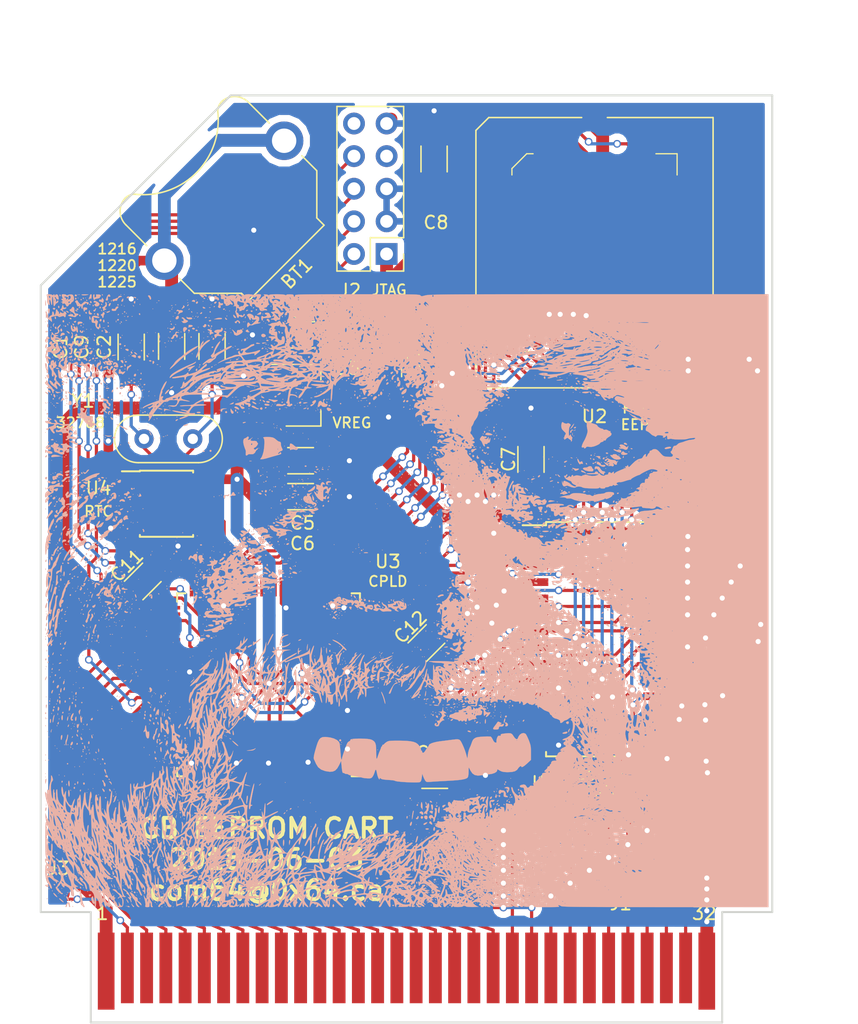
<source format=kicad_pcb>
(kicad_pcb (version 4) (host pcbnew 4.0.7)
  (layers (0 F.Cu signal) (31 B.Cu signal) (34 B.Paste user) (35 F.Paste user) (36 B.SilkS user) (37 F.SilkS user) (38 B.Mask user) (39 F.Mask user) (44 Edge.Cuts user))
  (net 0 "")
  (net 1 +BATT)
  (net 2 GND)
  (net 3 "Net-(C1-Pad1)")
  (net 4 "Net-(C2-Pad1)")
  (net 5 +5V)
  (net 6 +3V3)
  (net 7 /RES)
  (net 8 /D7)
  (net 9 /D6)
  (net 10 /D5)
  (net 11 /D4)
  (net 12 /D3)
  (net 13 /D2)
  (net 14 /D1)
  (net 15 /D0)
  (net 16 /A15)
  (net 17 /A14)
  (net 18 /A13)
  (net 19 /A12)
  (net 20 /A11)
  (net 21 /A10)
  (net 22 /A9)
  (net 23 /A7)
  (net 24 /A6)
  (net 25 /A5)
  (net 26 /A4)
  (net 27 /A3)
  (net 28 /A2)
  (net 29 /A1)
  (net 30 /A0)
  (net 31 /CS)
  (net 32 /RD)
  (net 33 /WR)
  (net 34 /TMS)
  (net 35 /TCK)
  (net 36 /TDO)
  (net 37 "Net-(J2-Pad7)")
  (net 38 /TDI)
  (net 39 "Net-(J2-Pad10)")
  (net 40 /A14_O)
  (net 41 /A12_O)
  (net 42 /A7_O)
  (net 43 /A6_O)
  (net 44 /A5_O)
  (net 45 /A4_O)
  (net 46 /A3_O)
  (net 47 /A2_O)
  (net 48 /A1_O)
  (net 49 /A0_O)
  (net 50 /CE_1)
  (net 51 /A10_O)
  (net 52 /RE_1)
  (net 53 /A11_O)
  (net 54 /A9_O)
  (net 55 /A13_O)
  (net 56 /WE_1)
  (net 57 /A18_O)
  (net 58 /A16_O)
  (net 59 /A15_O)
  (net 60 "Net-(U2-Pad31)")
  (net 61 /A17_O)
  (net 62 "Net-(U3-Pad1)")
  (net 63 "Net-(U3-Pad2)")
  (net 64 "Net-(U3-Pad5)")
  (net 65 "Net-(U3-Pad7)")
  (net 66 "Net-(U3-Pad22)")
  (net 67 "Net-(U3-Pad24)")
  (net 68 "Net-(U3-Pad27)")
  (net 69 "Net-(U3-Pad28)")
  (net 70 "Net-(U3-Pad49)")
  (net 71 "Net-(U3-Pad50)")
  (net 72 "Net-(U3-Pad55)")
  (net 73 /CE_0)
  (net 74 /RE_0)
  (net 75 "Net-(U3-Pad70)")
  (net 76 "Net-(U3-Pad72)")
  (net 77 "Net-(U3-Pad77)")
  (net 78 "Net-(U3-Pad87)")
  (net 79 "Net-(U3-Pad88)")
  (net 80 "Net-(U3-Pad89)")
  (net 81 "Net-(U3-Pad90)")
  (net 82 /SDA)
  (net 83 /SCL)
  (net 84 /A8)
  (net 85 /A8_O)
  (net 86 "Net-(U3-Pad6)")
  (net 87 "Net-(U3-Pad10)")
  (net 88 "Net-(U3-Pad98)")
  (net 89 "Net-(U3-Pad99)")
  (net 90 /VIN)
  (net 91 /PHI)
  (net 92 /MFP)
  (module pcb:GameBoy_Cartridge_1x32_P1.50mm_Edge (layer F.Cu) (at 149.9 131)
    (fp_text reference J1 (at 16.7 -5.25) (layer F.SilkS))
    (fp_text value GameBoy_Cartridge)
    (fp_text user 32 (at 23.2 -4.5) (layer F.SilkS))
    (fp_text user 1 (at -23.7 -4.5) (layer F.SilkS))
    (pad 32 connect rect (at 23.4 0 90) (size 6 1.3) (layers F.Cu F.Mask) (net 2 GND))
    (pad 31 connect rect (at 21.75 -0.25 90) (size 5.5 1) (layers F.Cu F.Mask) (net 90 /VIN))
    (pad 30 connect rect (at 20.25 -0.25 90) (size 5.5 1) (layers F.Cu F.Mask) (net 7 /RES))
    (pad 29 connect rect (at 18.75 -0.25 90) (size 5.5 1) (layers F.Cu F.Mask) (net 8 /D7))
    (pad 28 connect rect (at 17.25 -0.25 90) (size 5.5 1) (layers F.Cu F.Mask) (net 9 /D6))
    (pad 27 connect rect (at 15.75 -0.25 90) (size 5.5 1) (layers F.Cu F.Mask) (net 10 /D5))
    (pad 26 connect rect (at 14.25 -0.25 90) (size 5.5 1) (layers F.Cu F.Mask) (net 11 /D4))
    (pad 25 connect rect (at 12.75 -0.25 90) (size 5.5 1) (layers F.Cu F.Mask) (net 12 /D3))
    (pad 24 connect rect (at 11.25 -0.25 90) (size 5.5 1) (layers F.Cu F.Mask) (net 13 /D2))
    (pad 23 connect rect (at 9.75 -0.25 90) (size 5.5 1) (layers F.Cu F.Mask) (net 14 /D1))
    (pad 22 connect rect (at 8.25 -0.25 90) (size 5.5 1) (layers F.Cu F.Mask) (net 15 /D0))
    (pad 21 connect rect (at 6.75 -0.25 90) (size 5.5 1) (layers F.Cu F.Mask) (net 16 /A15))
    (pad 20 connect rect (at 5.25 -0.25 90) (size 5.5 1) (layers F.Cu F.Mask) (net 17 /A14))
    (pad 19 connect rect (at 3.75 -0.25 90) (size 5.5 1) (layers F.Cu F.Mask) (net 18 /A13))
    (pad 18 connect rect (at 2.25 -0.25 90) (size 5.5 1) (layers F.Cu F.Mask) (net 19 /A12))
    (pad 17 connect rect (at 0.75 -0.25 90) (size 5.5 1) (layers F.Cu F.Mask) (net 20 /A11))
    (pad 16 connect rect (at -0.75 -0.25 90) (size 5.5 1) (layers F.Cu F.Mask) (net 21 /A10))
    (pad 15 connect rect (at -2.25 -0.25 90) (size 5.5 1) (layers F.Cu F.Mask) (net 22 /A9))
    (pad 14 connect rect (at -3.75 -0.25 90) (size 5.5 1) (layers F.Cu F.Mask) (net 84 /A8))
    (pad 13 connect rect (at -5.25 -0.25 90) (size 5.5 1) (layers F.Cu F.Mask) (net 23 /A7))
    (pad 12 connect rect (at -6.75 -0.25 90) (size 5.5 1) (layers F.Cu F.Mask) (net 24 /A6))
    (pad 11 connect rect (at -8.25 -0.25 90) (size 5.5 1) (layers F.Cu F.Mask) (net 25 /A5))
    (pad 10 connect rect (at -9.75 -0.25 90) (size 5.5 1) (layers F.Cu F.Mask) (net 26 /A4))
    (pad 9 connect rect (at -11.25 -0.25 90) (size 5.5 1) (layers F.Cu F.Mask) (net 27 /A3))
    (pad 8 connect rect (at -12.75 -0.25 90) (size 5.5 1) (layers F.Cu F.Mask) (net 28 /A2))
    (pad 7 connect rect (at -14.25 -0.25 90) (size 5.5 1) (layers F.Cu F.Mask) (net 29 /A1))
    (pad 6 connect rect (at -15.75 -0.25 90) (size 5.5 1) (layers F.Cu F.Mask) (net 30 /A0))
    (pad 5 connect rect (at -17.25 -0.25 90) (size 5.5 1) (layers F.Cu F.Mask) (net 31 /CS))
    (pad 4 connect rect (at -18.75 -0.25 90) (size 5.5 1) (layers F.Cu F.Mask) (net 32 /RD))
    (pad 3 connect rect (at -20.25 -0.25 90) (size 5.5 1) (layers F.Cu F.Mask) (net 33 /WR))
    (pad 1 connect rect (at -23.4 0 90) (size 6 1.3) (layers F.Cu F.Mask) (net 5 +5V))
    (pad 2 connect rect (at -21.75 -0.25 90) (size 5.5 1) (layers F.Cu F.Mask) (net 91 /PHI))
  )
  (module Battery_Holders:Keystone_3001_1x12mm-CoinCell (layer F.Cu) (at 135.7 71 225)
    (fp_text reference BT1 (at 0 -8 225) (layer F.SilkS))
    (fp_text value Battery_Cell)
    (pad 1 thru_hole circle (at -6.6 0 225) (size 3 3) (drill 1.9) (layers *.Cu *.Mask) (net 1 +BATT))
    (pad 1 thru_hole circle (at 6.6 0 225) (size 3 3) (drill 1.9) (layers *.Cu *.Mask) (net 1 +BATT))
    (pad 2 smd rect (at 0 0 225) (size 4 4) (layers F.Cu F.Mask) (net 2 GND))
  )
  (module Capacitors_SMD:C_1206_HandSoldering (layer F.Cu) (at 128.45 82.4 90)
    (fp_text reference C1 (at 0 -5.5 90) (layer F.SilkS))
    (fp_text value C)
    (pad 1 smd rect (at -2 0 90) (size 2 1.6) (layers F.Cu F.Paste F.Mask) (net 3 "Net-(C1-Pad1)"))
    (pad 2 smd rect (at 2 0 90) (size 2 1.6) (layers F.Cu F.Paste F.Mask) (net 2 GND))
  )
  (module Capacitors_SMD:C_1206_HandSoldering (layer F.Cu) (at 134.75 82.35 90)
    (fp_text reference C2 (at -0.05 -8.4 90) (layer F.SilkS))
    (fp_text value C)
    (pad 1 smd rect (at -2 0 90) (size 2 1.6) (layers F.Cu F.Paste F.Mask) (net 4 "Net-(C2-Pad1)"))
    (pad 2 smd rect (at 2 0 90) (size 2 1.6) (layers F.Cu F.Paste F.Mask) (net 2 GND))
  )
  (module Capacitors_SMD:C_1206_HandSoldering (layer F.Cu) (at 148.5 83.7 270)
    (fp_text reference C3 (at 0 -2 270) (layer F.SilkS))
    (fp_text value C)
    (pad 1 smd rect (at -2 0 270) (size 2 1.6) (layers F.Cu F.Paste F.Mask) (net 5 +5V))
    (pad 2 smd rect (at 2 0 270) (size 2 1.6) (layers F.Cu F.Paste F.Mask) (net 2 GND))
  )
  (module Capacitors_SMD:C_1206_HandSoldering (layer F.Cu) (at 141.75 81.45 180)
    (fp_text reference C4 (at 0 1.85 180) (layer F.SilkS))
    (fp_text value C)
    (pad 1 smd rect (at -2 0 180) (size 2 1.6) (layers F.Cu F.Paste F.Mask) (net 5 +5V))
    (pad 2 smd rect (at 2 0 180) (size 2 1.6) (layers F.Cu F.Paste F.Mask) (net 2 GND))
  )
  (module Capacitors_SMD:C_1206_HandSoldering (layer F.Cu) (at 141.65 91.25)
    (fp_text reference C5 (at 0.15 4.85) (layer F.SilkS))
    (fp_text value C)
    (pad 1 smd rect (at -2 0) (size 2 1.6) (layers F.Cu F.Paste F.Mask) (net 6 +3V3))
    (pad 2 smd rect (at 2 0) (size 2 1.6) (layers F.Cu F.Paste F.Mask) (net 2 GND))
  )
  (module Capacitors_SMD:C_1206_HandSoldering (layer F.Cu) (at 141.65 94.05)
    (fp_text reference C6 (at 0.15 3.65) (layer F.SilkS))
    (fp_text value C)
    (pad 1 smd rect (at -2 0) (size 2 1.6) (layers F.Cu F.Paste F.Mask) (net 6 +3V3))
    (pad 2 smd rect (at 2 0) (size 2 1.6) (layers F.Cu F.Paste F.Mask) (net 2 GND))
  )
  (module Pin_Headers:Pin_Header_Straight_2x05_Pitch2.54mm (layer F.Cu) (at 148.35 75.15 180)
    (fp_text reference J2 (at 2.85 -2.85 180) (layer F.SilkS))
    (fp_text value Conn_02x05_Odd_Even)
    (pad 1 thru_hole rect (at 0 0 180) (size 1.7 1.7) (drill 1) (layers *.Cu *.Mask) (net 5 +5V))
    (pad 2 thru_hole oval (at 2.54 0 180) (size 1.7 1.7) (drill 1) (layers *.Cu *.Mask) (net 34 /TMS))
    (pad 3 thru_hole oval (at 0 2.54 180) (size 1.7 1.7) (drill 1) (layers *.Cu *.Mask) (net 2 GND))
    (pad 4 thru_hole oval (at 2.54 2.54 180) (size 1.7 1.7) (drill 1) (layers *.Cu *.Mask) (net 35 /TCK))
    (pad 5 thru_hole oval (at 0 5.08 180) (size 1.7 1.7) (drill 1) (layers *.Cu *.Mask) (net 2 GND))
    (pad 6 thru_hole oval (at 2.54 5.08 180) (size 1.7 1.7) (drill 1) (layers *.Cu *.Mask) (net 36 /TDO))
    (pad 7 thru_hole oval (at 0 7.62 180) (size 1.7 1.7) (drill 1) (layers *.Cu *.Mask) (net 37 "Net-(J2-Pad7)"))
    (pad 8 thru_hole oval (at 2.54 7.62 180) (size 1.7 1.7) (drill 1) (layers *.Cu *.Mask) (net 38 /TDI))
    (pad 9 thru_hole oval (at 0 10.16 180) (size 1.7 1.7) (drill 1) (layers *.Cu *.Mask) (net 2 GND))
    (pad 10 thru_hole oval (at 2.54 10.16 180) (size 1.7 1.7) (drill 1) (layers *.Cu *.Mask) (net 39 "Net-(J2-Pad10)"))
  )
  (module Housings_SOIC:SOIC-28W_7.5x17.9mm_Pitch1.27mm (layer F.Cu) (at 164.65 105.15)
    (fp_text reference U1 (at -4 11.2) (layer F.SilkS))
    (fp_text value FM18W08-SG)
    (pad 1 smd rect (at -4.7 -8.255) (size 2 0.6) (layers F.Cu F.Paste F.Mask) (net 40 /A14_O))
    (pad 2 smd rect (at -4.7 -6.985) (size 2 0.6) (layers F.Cu F.Paste F.Mask) (net 41 /A12_O))
    (pad 3 smd rect (at -4.7 -5.715) (size 2 0.6) (layers F.Cu F.Paste F.Mask) (net 42 /A7_O))
    (pad 4 smd rect (at -4.7 -4.445) (size 2 0.6) (layers F.Cu F.Paste F.Mask) (net 43 /A6_O))
    (pad 5 smd rect (at -4.7 -3.175) (size 2 0.6) (layers F.Cu F.Paste F.Mask) (net 44 /A5_O))
    (pad 6 smd rect (at -4.7 -1.905) (size 2 0.6) (layers F.Cu F.Paste F.Mask) (net 45 /A4_O))
    (pad 7 smd rect (at -4.7 -0.635) (size 2 0.6) (layers F.Cu F.Paste F.Mask) (net 46 /A3_O))
    (pad 8 smd rect (at -4.7 0.635) (size 2 0.6) (layers F.Cu F.Paste F.Mask) (net 47 /A2_O))
    (pad 9 smd rect (at -4.7 1.905) (size 2 0.6) (layers F.Cu F.Paste F.Mask) (net 48 /A1_O))
    (pad 10 smd rect (at -4.7 3.175) (size 2 0.6) (layers F.Cu F.Paste F.Mask) (net 49 /A0_O))
    (pad 11 smd rect (at -4.7 4.445) (size 2 0.6) (layers F.Cu F.Paste F.Mask) (net 15 /D0))
    (pad 12 smd rect (at -4.7 5.715) (size 2 0.6) (layers F.Cu F.Paste F.Mask) (net 14 /D1))
    (pad 13 smd rect (at -4.7 6.985) (size 2 0.6) (layers F.Cu F.Paste F.Mask) (net 13 /D2))
    (pad 14 smd rect (at -4.7 8.255) (size 2 0.6) (layers F.Cu F.Paste F.Mask) (net 2 GND))
    (pad 15 smd rect (at 4.7 8.255) (size 2 0.6) (layers F.Cu F.Paste F.Mask) (net 12 /D3))
    (pad 16 smd rect (at 4.7 6.985) (size 2 0.6) (layers F.Cu F.Paste F.Mask) (net 11 /D4))
    (pad 17 smd rect (at 4.7 5.715) (size 2 0.6) (layers F.Cu F.Paste F.Mask) (net 10 /D5))
    (pad 18 smd rect (at 4.7 4.445) (size 2 0.6) (layers F.Cu F.Paste F.Mask) (net 9 /D6))
    (pad 19 smd rect (at 4.7 3.175) (size 2 0.6) (layers F.Cu F.Paste F.Mask) (net 8 /D7))
    (pad 20 smd rect (at 4.7 1.905) (size 2 0.6) (layers F.Cu F.Paste F.Mask) (net 50 /CE_1))
    (pad 21 smd rect (at 4.7 0.635) (size 2 0.6) (layers F.Cu F.Paste F.Mask) (net 51 /A10_O))
    (pad 22 smd rect (at 4.7 -0.635) (size 2 0.6) (layers F.Cu F.Paste F.Mask) (net 52 /RE_1))
    (pad 23 smd rect (at 4.7 -1.905) (size 2 0.6) (layers F.Cu F.Paste F.Mask) (net 53 /A11_O))
    (pad 24 smd rect (at 4.7 -3.175) (size 2 0.6) (layers F.Cu F.Paste F.Mask) (net 54 /A9_O))
    (pad 25 smd rect (at 4.7 -4.445) (size 2 0.6) (layers F.Cu F.Paste F.Mask) (net 85 /A8_O))
    (pad 26 smd rect (at 4.7 -5.715) (size 2 0.6) (layers F.Cu F.Paste F.Mask) (net 55 /A13_O))
    (pad 27 smd rect (at 4.7 -6.985) (size 2 0.6) (layers F.Cu F.Paste F.Mask) (net 56 /WE_1))
    (pad 28 smd rect (at 4.7 -8.255) (size 2 0.6) (layers F.Cu F.Paste F.Mask) (net 5 +5V))
  )
  (module Housings_LCC:PLCC-32_SMD-Socket (layer F.Cu) (at 164.55 75.05)
    (fp_text reference U2 (at 0 12.75) (layer F.SilkS))
    (fp_text value SST39SF040)
    (pad 1 smd rect (at -0.635 -6.5925) (size 0.7 1.925) (layers F.Cu F.Paste F.Mask) (net 57 /A18_O))
    (pad 2 smd rect (at -1.905 -6.5925) (size 0.7 1.925) (layers F.Cu F.Paste F.Mask) (net 58 /A16_O))
    (pad 3 smd rect (at -3.175 -6.5925) (size 0.7 1.925) (layers F.Cu F.Paste F.Mask) (net 59 /A15_O))
    (pad 4 smd rect (at -4.445 -6.5925) (size 0.7 1.925) (layers F.Cu F.Paste F.Mask) (net 41 /A12_O))
    (pad 32 smd rect (at 0.635 -6.5925) (size 0.7 1.925) (layers F.Cu F.Paste F.Mask) (net 5 +5V))
    (pad 31 smd rect (at 1.905 -6.5925) (size 0.7 1.925) (layers F.Cu F.Paste F.Mask) (net 60 "Net-(U2-Pad31)"))
    (pad 30 smd rect (at 3.175 -6.5925) (size 0.7 1.925) (layers F.Cu F.Paste F.Mask) (net 61 /A17_O))
    (pad 29 smd rect (at 4.445 -6.5925) (size 0.7 1.925) (layers F.Cu F.Paste F.Mask) (net 40 /A14_O))
    (pad 5 smd rect (at -5.3225 -4.445) (size 1.925 0.7) (layers F.Cu F.Paste F.Mask) (net 42 /A7_O))
    (pad 6 smd rect (at -5.3225 -3.175) (size 1.925 0.7) (layers F.Cu F.Paste F.Mask) (net 43 /A6_O))
    (pad 7 smd rect (at -5.3225 -1.905) (size 1.925 0.7) (layers F.Cu F.Paste F.Mask) (net 44 /A5_O))
    (pad 8 smd rect (at -5.3225 -0.635) (size 1.925 0.7) (layers F.Cu F.Paste F.Mask) (net 45 /A4_O))
    (pad 9 smd rect (at -5.3225 0.635) (size 1.925 0.7) (layers F.Cu F.Paste F.Mask) (net 46 /A3_O))
    (pad 10 smd rect (at -5.3225 1.905) (size 1.925 0.7) (layers F.Cu F.Paste F.Mask) (net 47 /A2_O))
    (pad 11 smd rect (at -5.3225 3.175) (size 1.925 0.7) (layers F.Cu F.Paste F.Mask) (net 48 /A1_O))
    (pad 12 smd rect (at -5.3225 4.445) (size 1.925 0.7) (layers F.Cu F.Paste F.Mask) (net 49 /A0_O))
    (pad 13 smd rect (at -4.445 6.5925) (size 0.7 1.925) (layers F.Cu F.Paste F.Mask) (net 15 /D0))
    (pad 14 smd rect (at -3.175 6.5925) (size 0.7 1.925) (layers F.Cu F.Paste F.Mask) (net 14 /D1))
    (pad 15 smd rect (at -1.905 6.5925) (size 0.7 1.925) (layers F.Cu F.Paste F.Mask) (net 13 /D2))
    (pad 16 smd rect (at -0.635 6.5925) (size 0.7 1.925) (layers F.Cu F.Paste F.Mask) (net 2 GND))
    (pad 17 smd rect (at 0.635 6.5925) (size 0.7 1.925) (layers F.Cu F.Paste F.Mask) (net 12 /D3))
    (pad 18 smd rect (at 1.905 6.5925) (size 0.7 1.925) (layers F.Cu F.Paste F.Mask) (net 11 /D4))
    (pad 19 smd rect (at 3.175 6.5925) (size 0.7 1.925) (layers F.Cu F.Paste F.Mask) (net 10 /D5))
    (pad 20 smd rect (at 4.445 6.5925) (size 0.7 1.925) (layers F.Cu F.Paste F.Mask) (net 9 /D6))
    (pad 21 smd rect (at 5.3225 4.445) (size 1.925 0.7) (layers F.Cu F.Paste F.Mask) (net 8 /D7))
    (pad 22 smd rect (at 5.3225 3.175) (size 1.925 0.7) (layers F.Cu F.Paste F.Mask) (net 73 /CE_0))
    (pad 23 smd rect (at 5.3225 1.905) (size 1.925 0.7) (layers F.Cu F.Paste F.Mask) (net 51 /A10_O))
    (pad 24 smd rect (at 5.3225 0.635) (size 1.925 0.7) (layers F.Cu F.Paste F.Mask) (net 74 /RE_0))
    (pad 25 smd rect (at 5.3225 -0.635) (size 1.925 0.7) (layers F.Cu F.Paste F.Mask) (net 53 /A11_O))
    (pad 26 smd rect (at 5.3225 -1.905) (size 1.925 0.7) (layers F.Cu F.Paste F.Mask) (net 54 /A9_O))
    (pad 27 smd rect (at 5.3225 -3.175) (size 1.925 0.7) (layers F.Cu F.Paste F.Mask) (net 85 /A8_O))
    (pad 28 smd rect (at 5.3225 -4.445) (size 1.925 0.7) (layers F.Cu F.Paste F.Mask) (net 55 /A13_O))
  )
  (module pcb:EPM3064ATC100-10 (layer F.Cu) (at 139.15 108.7)
    (fp_text reference U3 (at 9.3 -9.6) (layer F.SilkS))
    (fp_text value EPM3064ATC100-10 hide)
    (pad 1 smd rect (at -7.62 -6.000001 90) (size 0.2794 1.4732) (layers F.Cu F.Paste F.Mask) (net 62 "Net-(U3-Pad1)"))
    (pad 2 smd rect (at -7.62 -5.499999 90) (size 0.2794 1.4732) (layers F.Cu F.Paste F.Mask) (net 63 "Net-(U3-Pad2)"))
    (pad 3 smd rect (at -7.62 -5 90) (size 0.2794 1.4732) (layers F.Cu F.Paste F.Mask) (net 6 +3V3))
    (pad 4 smd rect (at -7.62 -4.500001 90) (size 0.2794 1.4732) (layers F.Cu F.Paste F.Mask) (net 38 /TDI))
    (pad 5 smd rect (at -7.62 -4 90) (size 0.2794 1.4732) (layers F.Cu F.Paste F.Mask) (net 64 "Net-(U3-Pad5)"))
    (pad 6 smd rect (at -7.62 -3.500001 90) (size 0.2794 1.4732) (layers F.Cu F.Paste F.Mask) (net 86 "Net-(U3-Pad6)"))
    (pad 7 smd rect (at -7.62 -2.999999 90) (size 0.2794 1.4732) (layers F.Cu F.Paste F.Mask) (net 65 "Net-(U3-Pad7)"))
    (pad 8 smd rect (at -7.62 -2.5 90) (size 0.2794 1.4732) (layers F.Cu F.Paste F.Mask) (net 33 /WR))
    (pad 9 smd rect (at -7.62 -2.000001 90) (size 0.2794 1.4732) (layers F.Cu F.Paste F.Mask) (net 32 /RD))
    (pad 10 smd rect (at -7.62 -1.5 90) (size 0.2794 1.4732) (layers F.Cu F.Paste F.Mask) (net 87 "Net-(U3-Pad10)"))
    (pad 11 smd rect (at -7.62 -1.000001 90) (size 0.2794 1.4732) (layers F.Cu F.Paste F.Mask) (net 2 GND))
    (pad 12 smd rect (at -7.62 -0.500002 90) (size 0.2794 1.4732) (layers F.Cu F.Paste F.Mask) (net 31 /CS))
    (pad 13 smd rect (at -7.62 0 90) (size 0.2794 1.4732) (layers F.Cu F.Paste F.Mask) (net 30 /A0))
    (pad 14 smd rect (at -7.62 0.499999 90) (size 0.2794 1.4732) (layers F.Cu F.Paste F.Mask) (net 29 /A1))
    (pad 15 smd rect (at -7.62 1.000001 90) (size 0.2794 1.4732) (layers F.Cu F.Paste F.Mask) (net 34 /TMS))
    (pad 16 smd rect (at -7.62 1.5 90) (size 0.2794 1.4732) (layers F.Cu F.Paste F.Mask) (net 28 /A2))
    (pad 17 smd rect (at -7.62 1.999999 90) (size 0.2794 1.4732) (layers F.Cu F.Paste F.Mask) (net 27 /A3))
    (pad 18 smd rect (at -7.62 2.5 90) (size 0.2794 1.4732) (layers F.Cu F.Paste F.Mask) (net 6 +3V3))
    (pad 19 smd rect (at -7.62 2.999999 90) (size 0.2794 1.4732) (layers F.Cu F.Paste F.Mask) (net 26 /A4))
    (pad 20 smd rect (at -7.62 3.500001 90) (size 0.2794 1.4732) (layers F.Cu F.Paste F.Mask) (net 25 /A5))
    (pad 21 smd rect (at -7.62 4 90) (size 0.2794 1.4732) (layers F.Cu F.Paste F.Mask) (net 24 /A6))
    (pad 22 smd rect (at -7.62 4.499999 90) (size 0.2794 1.4732) (layers F.Cu F.Paste F.Mask) (net 66 "Net-(U3-Pad22)"))
    (pad 23 smd rect (at -7.62 5 90) (size 0.2794 1.4732) (layers F.Cu F.Paste F.Mask) (net 23 /A7))
    (pad 24 smd rect (at -7.62 5.499999 90) (size 0.2794 1.4732) (layers F.Cu F.Paste F.Mask) (net 67 "Net-(U3-Pad24)"))
    (pad 25 smd rect (at -7.62 6.000001 90) (size 0.2794 1.4732) (layers F.Cu F.Paste F.Mask) (net 84 /A8))
    (pad 26 smd rect (at -6.000001 7.62) (size 0.2794 1.4732) (layers F.Cu F.Paste F.Mask) (net 2 GND))
    (pad 27 smd rect (at -5.499999 7.62) (size 0.2794 1.4732) (layers F.Cu F.Paste F.Mask) (net 68 "Net-(U3-Pad27)"))
    (pad 28 smd rect (at -5 7.62) (size 0.2794 1.4732) (layers F.Cu F.Paste F.Mask) (net 69 "Net-(U3-Pad28)"))
    (pad 29 smd rect (at -4.500001 7.62) (size 0.2794 1.4732) (layers F.Cu F.Paste F.Mask) (net 22 /A9))
    (pad 30 smd rect (at -4 7.62) (size 0.2794 1.4732) (layers F.Cu F.Paste F.Mask) (net 21 /A10))
    (pad 31 smd rect (at -3.500001 7.62) (size 0.2794 1.4732) (layers F.Cu F.Paste F.Mask) (net 20 /A11))
    (pad 32 smd rect (at -2.999999 7.62) (size 0.2794 1.4732) (layers F.Cu F.Paste F.Mask) (net 19 /A12))
    (pad 33 smd rect (at -2.5 7.62) (size 0.2794 1.4732) (layers F.Cu F.Paste F.Mask) (net 2 GND))
    (pad 34 smd rect (at -2.000001 7.62) (size 0.2794 1.4732) (layers F.Cu F.Paste F.Mask) (net 6 +3V3))
    (pad 35 smd rect (at -1.5 7.62) (size 0.2794 1.4732) (layers F.Cu F.Paste F.Mask) (net 18 /A13))
    (pad 36 smd rect (at -1.000001 7.62) (size 0.2794 1.4732) (layers F.Cu F.Paste F.Mask) (net 17 /A14))
    (pad 37 smd rect (at -0.499999 7.62) (size 0.2794 1.4732) (layers F.Cu F.Paste F.Mask) (net 16 /A15))
    (pad 38 smd rect (at 0 7.62) (size 0.2794 1.4732) (layers F.Cu F.Paste F.Mask) (net 2 GND))
    (pad 39 smd rect (at 0.499999 7.62) (size 0.2794 1.4732) (layers F.Cu F.Paste F.Mask) (net 6 +3V3))
    (pad 40 smd rect (at 1.000001 7.62) (size 0.2794 1.4732) (layers F.Cu F.Paste F.Mask) (net 15 /D0))
    (pad 41 smd rect (at 1.5 7.62) (size 0.2794 1.4732) (layers F.Cu F.Paste F.Mask) (net 14 /D1))
    (pad 42 smd rect (at 2.000001 7.62) (size 0.2794 1.4732) (layers F.Cu F.Paste F.Mask) (net 13 /D2))
    (pad 43 smd rect (at 2.5 7.62) (size 0.2794 1.4732) (layers F.Cu F.Paste F.Mask) (net 2 GND))
    (pad 44 smd rect (at 2.999999 7.62) (size 0.2794 1.4732) (layers F.Cu F.Paste F.Mask) (net 12 /D3))
    (pad 45 smd rect (at 3.500001 7.62) (size 0.2794 1.4732) (layers F.Cu F.Paste F.Mask) (net 11 /D4))
    (pad 46 smd rect (at 4 7.62) (size 0.2794 1.4732) (layers F.Cu F.Paste F.Mask) (net 10 /D5))
    (pad 47 smd rect (at 4.500001 7.62) (size 0.2794 1.4732) (layers F.Cu F.Paste F.Mask) (net 9 /D6))
    (pad 48 smd rect (at 5 7.62) (size 0.2794 1.4732) (layers F.Cu F.Paste F.Mask) (net 8 /D7))
    (pad 49 smd rect (at 5.499999 7.62) (size 0.2794 1.4732) (layers F.Cu F.Paste F.Mask) (net 70 "Net-(U3-Pad49)"))
    (pad 50 smd rect (at 6.000001 7.62) (size 0.2794 1.4732) (layers F.Cu F.Paste F.Mask) (net 71 "Net-(U3-Pad50)"))
    (pad 51 smd rect (at 7.62 6.000001 90) (size 0.2794 1.4732) (layers F.Cu F.Paste F.Mask) (net 6 +3V3))
    (pad 52 smd rect (at 7.62 5.499999 90) (size 0.2794 1.4732) (layers F.Cu F.Paste F.Mask) (net 49 /A0_O))
    (pad 53 smd rect (at 7.62 5 90) (size 0.2794 1.4732) (layers F.Cu F.Paste F.Mask) (net 2 GND))
    (pad 54 smd rect (at 7.62 4.500001 90) (size 0.2794 1.4732) (layers F.Cu F.Paste F.Mask) (net 48 /A1_O))
    (pad 55 smd rect (at 7.62 4 90) (size 0.2794 1.4732) (layers F.Cu F.Paste F.Mask) (net 72 "Net-(U3-Pad55)"))
    (pad 56 smd rect (at 7.62 3.500001 90) (size 0.2794 1.4732) (layers F.Cu F.Paste F.Mask) (net 47 /A2_O))
    (pad 57 smd rect (at 7.62 2.999999 90) (size 0.2794 1.4732) (layers F.Cu F.Paste F.Mask) (net 46 /A3_O))
    (pad 58 smd rect (at 7.62 2.5 90) (size 0.2794 1.4732) (layers F.Cu F.Paste F.Mask) (net 50 /CE_1))
    (pad 59 smd rect (at 7.62 2.000001 90) (size 0.2794 1.4732) (layers F.Cu F.Paste F.Mask) (net 2 GND))
    (pad 60 smd rect (at 7.62 1.5 90) (size 0.2794 1.4732) (layers F.Cu F.Paste F.Mask) (net 51 /A10_O))
    (pad 61 smd rect (at 7.62 1.000001 90) (size 0.2794 1.4732) (layers F.Cu F.Paste F.Mask) (net 52 /RE_1))
    (pad 62 smd rect (at 7.62 0.499999 90) (size 0.2794 1.4732) (layers F.Cu F.Paste F.Mask) (net 35 /TCK))
    (pad 63 smd rect (at 7.62 0 90) (size 0.2794 1.4732) (layers F.Cu F.Paste F.Mask) (net 53 /A11_O))
    (pad 64 smd rect (at 7.62 -0.499999 90) (size 0.2794 1.4732) (layers F.Cu F.Paste F.Mask) (net 54 /A9_O))
    (pad 65 smd rect (at 7.62 -1.000001 90) (size 0.2794 1.4732) (layers F.Cu F.Paste F.Mask) (net 2 GND))
    (pad 66 smd rect (at 7.62 -1.5 90) (size 0.2794 1.4732) (layers F.Cu F.Paste F.Mask) (net 6 +3V3))
    (pad 67 smd rect (at 7.62 -2.000001 90) (size 0.2794 1.4732) (layers F.Cu F.Paste F.Mask) (net 45 /A4_O))
    (pad 68 smd rect (at 7.62 -2.5 90) (size 0.2794 1.4732) (layers F.Cu F.Paste F.Mask) (net 44 /A5_O))
    (pad 69 smd rect (at 7.62 -2.999999 90) (size 0.2794 1.4732) (layers F.Cu F.Paste F.Mask) (net 85 /A8_O))
    (pad 70 smd rect (at 7.62 -3.500001 90) (size 0.2794 1.4732) (layers F.Cu F.Paste F.Mask) (net 75 "Net-(U3-Pad70)"))
    (pad 71 smd rect (at 7.62 -4 90) (size 0.2794 1.4732) (layers F.Cu F.Paste F.Mask) (net 55 /A13_O))
    (pad 72 smd rect (at 7.62 -4.500001 90) (size 0.2794 1.4732) (layers F.Cu F.Paste F.Mask) (net 76 "Net-(U3-Pad72)"))
    (pad 73 smd rect (at 7.62 -5 90) (size 0.2794 1.4732) (layers F.Cu F.Paste F.Mask) (net 36 /TDO))
    (pad 74 smd rect (at 7.62 -5.499999 90) (size 0.2794 1.4732) (layers F.Cu F.Paste F.Mask) (net 2 GND))
    (pad 75 smd rect (at 7.62 -6.000001 90) (size 0.2794 1.4732) (layers F.Cu F.Paste F.Mask) (net 43 /A6_O))
    (pad 76 smd rect (at 6.000001 -7.62) (size 0.2794 1.4732) (layers F.Cu F.Paste F.Mask) (net 56 /WE_1))
    (pad 77 smd rect (at 5.499999 -7.62) (size 0.2794 1.4732) (layers F.Cu F.Paste F.Mask) (net 77 "Net-(U3-Pad77)"))
    (pad 78 smd rect (at 5 -7.62) (size 0.2794 1.4732) (layers F.Cu F.Paste F.Mask) (net 2 GND))
    (pad 79 smd rect (at 4.500001 -7.62) (size 0.2794 1.4732) (layers F.Cu F.Paste F.Mask) (net 42 /A7_O))
    (pad 80 smd rect (at 4 -7.62) (size 0.2794 1.4732) (layers F.Cu F.Paste F.Mask) (net 41 /A12_O))
    (pad 81 smd rect (at 3.500001 -7.62) (size 0.2794 1.4732) (layers F.Cu F.Paste F.Mask) (net 40 /A14_O))
    (pad 82 smd rect (at 2.999999 -7.62) (size 0.2794 1.4732) (layers F.Cu F.Paste F.Mask) (net 6 +3V3))
    (pad 83 smd rect (at 2.5 -7.62) (size 0.2794 1.4732) (layers F.Cu F.Paste F.Mask) (net 74 /RE_0))
    (pad 84 smd rect (at 2.000001 -7.62) (size 0.2794 1.4732) (layers F.Cu F.Paste F.Mask) (net 73 /CE_0))
    (pad 85 smd rect (at 1.5 -7.62) (size 0.2794 1.4732) (layers F.Cu F.Paste F.Mask) (net 59 /A15_O))
    (pad 86 smd rect (at 1.000001 -7.62) (size 0.2794 1.4732) (layers F.Cu F.Paste F.Mask) (net 2 GND))
    (pad 87 smd rect (at 0.499999 -7.62) (size 0.2794 1.4732) (layers F.Cu F.Paste F.Mask) (net 78 "Net-(U3-Pad87)"))
    (pad 88 smd rect (at 0 -7.62) (size 0.2794 1.4732) (layers F.Cu F.Paste F.Mask) (net 79 "Net-(U3-Pad88)"))
    (pad 89 smd rect (at -0.499999 -7.62) (size 0.2794 1.4732) (layers F.Cu F.Paste F.Mask) (net 80 "Net-(U3-Pad89)"))
    (pad 90 smd rect (at -1.000001 -7.62) (size 0.2794 1.4732) (layers F.Cu F.Paste F.Mask) (net 81 "Net-(U3-Pad90)"))
    (pad 91 smd rect (at -1.5 -7.62) (size 0.2794 1.4732) (layers F.Cu F.Paste F.Mask) (net 6 +3V3))
    (pad 92 smd rect (at -2.000001 -7.62) (size 0.2794 1.4732) (layers F.Cu F.Paste F.Mask) (net 58 /A16_O))
    (pad 93 smd rect (at -2.5 -7.62) (size 0.2794 1.4732) (layers F.Cu F.Paste F.Mask) (net 57 /A18_O))
    (pad 94 smd rect (at -2.999999 -7.62) (size 0.2794 1.4732) (layers F.Cu F.Paste F.Mask) (net 61 /A17_O))
    (pad 95 smd rect (at -3.500001 -7.62) (size 0.2794 1.4732) (layers F.Cu F.Paste F.Mask) (net 2 GND))
    (pad 96 smd rect (at -4 -7.62) (size 0.2794 1.4732) (layers F.Cu F.Paste F.Mask) (net 83 /SCL))
    (pad 97 smd rect (at -4.500001 -7.62) (size 0.2794 1.4732) (layers F.Cu F.Paste F.Mask) (net 82 /SDA))
    (pad 98 smd rect (at -5 -7.62) (size 0.2794 1.4732) (layers F.Cu F.Paste F.Mask) (net 88 "Net-(U3-Pad98)"))
    (pad 99 smd rect (at -5.499999 -7.62) (size 0.2794 1.4732) (layers F.Cu F.Paste F.Mask) (net 89 "Net-(U3-Pad99)"))
    (pad 100 smd rect (at -6.000001 -7.62) (size 0.2794 1.4732) (layers F.Cu F.Paste F.Mask) (net 92 /MFP))
  )
  (module Housings_SOIC:SOIC-8_3.9x4.9mm_Pitch1.27mm (layer F.Cu) (at 131.2 94.6)
    (fp_text reference U4 (at -5.3 -1.2) (layer F.SilkS))
    (fp_text value MCP7940N)
    (pad 1 smd rect (at -2.7 -1.905) (size 1.55 0.6) (layers F.Cu F.Paste F.Mask) (net 3 "Net-(C1-Pad1)"))
    (pad 2 smd rect (at -2.7 -0.635) (size 1.55 0.6) (layers F.Cu F.Paste F.Mask) (net 4 "Net-(C2-Pad1)"))
    (pad 3 smd rect (at -2.7 0.635) (size 1.55 0.6) (layers F.Cu F.Paste F.Mask) (net 1 +BATT))
    (pad 4 smd rect (at -2.7 1.905) (size 1.55 0.6) (layers F.Cu F.Paste F.Mask) (net 2 GND))
    (pad 5 smd rect (at 2.7 1.905) (size 1.55 0.6) (layers F.Cu F.Paste F.Mask) (net 82 /SDA))
    (pad 6 smd rect (at 2.7 0.635) (size 1.55 0.6) (layers F.Cu F.Paste F.Mask) (net 83 /SCL))
    (pad 7 smd rect (at 2.7 -0.635) (size 1.55 0.6) (layers F.Cu F.Paste F.Mask) (net 92 /MFP))
    (pad 8 smd rect (at 2.7 -1.905) (size 1.55 0.6) (layers F.Cu F.Paste F.Mask) (net 6 +3V3))
  )
  (module TO_SOT_Packages_SMD:SOT-89-3_Handsoldering (layer F.Cu) (at 141.45 86.15)
    (fp_text reference U5 (at 3.85 -2.1) (layer F.SilkS))
    (fp_text value MCP1703A-3302_SOT89)
    (pad 1 smd rect (at -1.98 -1.5 270) (size 1 2.5) (layers F.Cu F.Paste F.Mask) (net 2 GND))
    (pad 2 smd rect (at -1.98 0 270) (size 1 2.5) (layers F.Cu F.Paste F.Mask) (net 5 +5V))
    (pad 3 smd rect (at -1.98 1.5 270) (size 1 2.5) (layers F.Cu F.Paste F.Mask) (net 6 +3V3))
    (pad 2 smd rect (at 1.98 0 270) (size 2 4) (layers F.Cu F.Paste F.Mask) (net 5 +5V))
    (pad 2 smd trapezoid (at -0.37 0 90) (size 1.5 0.75) (rect_delta 0 0.5) (layers F.Cu F.Paste F.Mask) (net 5 +5V))
  )
  (module Crystals:Crystal_HC52-U_Vertical (layer F.Cu) (at 133.25 89.55 180)
    (fp_text reference Y1 (at 8.55 2.95 180) (layer F.SilkS))
    (fp_text value Crystal)
    (pad 1 thru_hole circle (at 0 0 180) (size 1.5 1.5) (drill 0.8) (layers *.Cu *.Mask) (net 4 "Net-(C2-Pad1)"))
    (pad 2 thru_hole circle (at 3.8 0 180) (size 1.5 1.5) (drill 0.8) (layers *.Cu *.Mask) (net 3 "Net-(C1-Pad1)"))
  )
  (module Capacitors_SMD:C_1206_HandSoldering (layer F.Cu) (at 159.6 91.15 90)
    (fp_text reference C7 (at 0 -1.75 90) (layer F.SilkS))
    (fp_text value C)
    (pad 1 smd rect (at -2 0 90) (size 2 1.6) (layers F.Cu F.Paste F.Mask) (net 5 +5V))
    (pad 2 smd rect (at 2 0 90) (size 2 1.6) (layers F.Cu F.Paste F.Mask) (net 2 GND))
  )
  (module Capacitors_SMD:C_1206_HandSoldering (layer F.Cu) (at 152.05 67.75 90)
    (fp_text reference C8 (at -4.95 0.15 180) (layer F.SilkS))
    (fp_text value C)
    (pad 1 smd rect (at -2 0 90) (size 2 1.6) (layers F.Cu F.Paste F.Mask) (net 5 +5V))
    (pad 2 smd rect (at 2 0 90) (size 2 1.6) (layers F.Cu F.Paste F.Mask) (net 2 GND))
  )
  (module Capacitors_SMD:C_1206_HandSoldering (layer F.Cu) (at 131.6 82.35 270)
    (fp_text reference C9 (at 0.05 7 270) (layer F.SilkS))
    (fp_text value C)
    (pad 1 smd rect (at -2 0 270) (size 2 1.6) (layers F.Cu F.Paste F.Mask) (net 1 +BATT))
    (pad 2 smd rect (at 2 0 270) (size 2 1.6) (layers F.Cu F.Paste F.Mask) (net 2 GND))
  )
  (module Capacitors_SMD:C_1206_HandSoldering (layer F.Cu) (at 152.1 115.75)
    (fp_text reference C10 (at 0 -1.75) (layer F.SilkS))
    (fp_text value C)
    (pad 1 smd rect (at -2 0) (size 2 1.6) (layers F.Cu F.Paste F.Mask) (net 6 +3V3))
    (pad 2 smd rect (at 2 0) (size 2 1.6) (layers F.Cu F.Paste F.Mask) (net 2 GND))
  )
  (module Capacitors_SMD:C_1206_HandSoldering (layer F.Cu) (at 129.35 100.65 45)
    (fp_text reference C11 (at 0 -1.75 45) (layer F.SilkS))
    (fp_text value C)
    (pad 1 smd rect (at -2 0 45) (size 2 1.6) (layers F.Cu F.Paste F.Mask) (net 6 +3V3))
    (pad 2 smd rect (at 2 0 45) (size 2 1.6) (layers F.Cu F.Paste F.Mask) (net 2 GND))
  )
  (module Capacitors_SMD:C_1206_HandSoldering (layer F.Cu) (at 151.45 105.45 45)
    (fp_text reference C12 (at 0 -1.75 45) (layer F.SilkS))
    (fp_text value C)
    (pad 1 smd rect (at -2 0 45) (size 2 1.6) (layers F.Cu F.Paste F.Mask) (net 6 +3V3))
    (pad 2 smd rect (at 2 0 45) (size 2 1.6) (layers F.Cu F.Paste F.Mask) (net 2 GND))
  )
  (module pcb:pad (layer F.Cu) (at 122.9 124.9)
    (fp_text reference J3 (at -0.1 -1.9) (layer F.SilkS))
    (fp_text value Conn_01x01)
    (pad 1 smd circle (at 0 0) (size 1.524 1.524) (layers F.Cu F.Paste F.Mask) (net 91 /PHI))
  )
  (module pcb:pad (layer F.Cu) (at 171.7 120.2)
    (fp_text reference J4 (at 0 2) (layer F.SilkS))
    (fp_text value Conn_01x01)
    (pad 1 smd circle (at 0 0) (size 1.524 1.524) (layers F.Cu F.Paste F.Mask) (net 7 /RES))
  )
  (module pcb:pad (layer F.Cu) (at 175.3 120.25)
    (fp_text reference J5 (at 0 2) (layer F.SilkS))
    (fp_text value Conn_01x01)
    (pad 1 smd circle (at 0 0) (size 1.524 1.524) (layers F.Cu F.Paste F.Mask) (net 90 /VIN))
  )
  (module pcb:LOGO_HAROLD_4 (layer B.Cu) (at 149.95 102.15 180)
    (fp_text reference G*** hide)
    (fp_text value LOGO hide)
  )
  (gr_text 32768 (at 124.5 88.3) (layer F.SilkS) (effects (font (size 0.8 0.8) (thickness 0.14))))
  (gr_text RTC (at 125.9 95.2) (layer F.SilkS) (effects (font (size 0.8 0.8) (thickness 0.14))))
  (gr_text VREG (at 145.65 88.3) (layer F.SilkS) (effects (font (size 0.8 0.8) (thickness 0.14))))
  (gr_text CPLD (at 148.45 100.65) (layer F.SilkS) (effects (font (size 0.8 0.8) (thickness 0.14))))
  (gr_text "256kbit\nFRAM" (at 164.65 116.35) (layer F.SilkS) (effects (font (size 0.8 0.8) (thickness 0.14))))
  (gr_text "PLCC32\nEEPROM" (at 169 87.8) (layer F.SilkS) (effects (font (size 0.8 0.8) (thickness 0.14))))
  (gr_text JTAG (at 148.55 77.95) (layer F.SilkS) (effects (font (size 0.8 0.8) (thickness 0.14))))
  (gr_line (start 121.4 77.6) (end 121.4 126.4) (angle 90) (layer Edge.Cuts) (width 0.15))
  (gr_line (start 136.2 62.8) (end 178.4 62.8) (angle 90) (layer Edge.Cuts) (width 0.15))
  (gr_line (start 126.4 72.6) (end 136.2 62.8) (angle 90) (layer Edge.Cuts) (width 0.15))
  (gr_line (start 126.4 72.6) (end 121.4 77.6) (angle 90) (layer Edge.Cuts) (width 0.15))
  (gr_text "1216\n1220\n1225" (at 127.35 76.05) (layer F.SilkS) (effects (font (size 0.8 0.8) (thickness 0.14))))
  (gr_text "GB EEPROM CART\n2018-06-03\ncom64@0x64.ca" (at 139 122.3) (layer F.SilkS) (effects (font (size 1.5 1.5) (thickness 0.3))))
  (gr_line (start 125.3 126.4) (end 121.4 126.4) (angle 90) (layer Edge.Cuts) (width 0.15))
  (gr_line (start 125.3 135) (end 125.3 126.4) (angle 90) (layer Edge.Cuts) (width 0.15))
  (gr_line (start 174.5 135) (end 125.3 135) (angle 90) (layer Edge.Cuts) (width 0.15))
  (gr_line (start 174.5 126.4) (end 174.5 135) (angle 90) (layer Edge.Cuts) (width 0.15))
  (gr_line (start 178.4 126.4) (end 174.5 126.4) (angle 90) (layer Edge.Cuts) (width 0.15))
  (gr_line (start 178.4 62.8) (end 178.4 126.4) (angle 90) (layer Edge.Cuts) (width 0.15))
  (segment (start 131.6 80.35) (end 131.6 76.23381) (width 1) (layer F.Cu) (net 1))
  (segment (start 131.6 76.23381) (end 131.033095 75.666905) (width 1) (layer F.Cu) (net 1))
  (segment (start 140.33381 66.3) (end 135.3 66.3) (width 1) (layer B.Cu) (net 1))
  (segment (start 131.033095 70.566905) (end 135.3 66.3) (width 1) (layer B.Cu) (net 1))
  (segment (start 131.033095 70.566905) (end 131.033095 75.666905) (width 1) (layer B.Cu) (net 1))
  (segment (start 140.33381 66.3) (end 140.366905 66.333095) (width 1) (layer B.Cu) (net 1))
  (segment (start 126.67 78) (end 129.003095 75.666905) (width 0.75) (layer F.Cu) (net 1))
  (segment (start 126.67 85.02) (end 126.67 78) (width 0.75) (layer F.Cu) (net 1))
  (segment (start 126.96 95.235) (end 128.5 95.235) (width 0.75) (layer F.Cu) (net 1))
  (segment (start 126.67 94.945) (end 126.67 89.71) (width 0.75) (layer F.Cu) (net 1))
  (via (at 126.67 89.71) (size 0.6) (drill 0.4) (layers F.Cu B.Cu) (net 1))
  (segment (start 126.67 89.71) (end 126.67 85.02) (width 0.75) (layer B.Cu) (net 1))
  (via (at 126.67 85.02) (size 0.6) (drill 0.4) (layers F.Cu B.Cu) (net 1))
  (segment (start 126.96 95.235) (end 126.67 94.945) (width 0.75) (layer F.Cu) (net 1))
  (segment (start 129.003095 75.666905) (end 131.033095 75.666905) (width 0.75) (layer F.Cu) (net 1))
  (segment (start 131 75.7) (end 131.033095 75.666905) (width 0.75) (layer F.Cu) (net 1))
  (segment (start 145.520001 103.200001) (end 145.02 102.7) (width 0.25) (layer F.Cu) (net 2))
  (segment (start 146.77 103.200001) (end 145.520001 103.200001) (width 0.25) (layer F.Cu) (net 2))
  (via (at 145.02 102.7) (size 0.6) (drill 0.4) (layers F.Cu B.Cu) (net 2))
  (segment (start 145.520001 103.200001) (end 145.02 102.7) (width 0.25) (layer F.Cu) (net 2))
  (segment (start 152.864214 104.035786) (end 153.75 103.15) (width 0.25) (layer F.Cu) (net 2))
  (segment (start 153.75 103.15) (end 154.65 103.15) (width 0.25) (layer F.Cu) (net 2))
  (via (at 154.65 103.15) (size 0.6) (drill 0.4) (layers F.Cu B.Cu) (net 2))
  (segment (start 153.75 103.15) (end 154.65 103.15) (width 0.25) (layer F.Cu) (net 2))
  (segment (start 130.764214 99.235786) (end 132.1 97.9) (width 0.25) (layer F.Cu) (net 2))
  (via (at 132.1 97.9) (size 0.6) (drill 0.4) (layers F.Cu B.Cu) (net 2))
  (segment (start 154.1 115.75) (end 156.05 115.75) (width 0.25) (layer F.Cu) (net 2))
  (via (at 156.05 115.75) (size 0.6) (drill 0.4) (layers F.Cu B.Cu) (net 2))
  (segment (start 152.05 65.75) (end 152.05 64) (width 1) (layer F.Cu) (net 2))
  (via (at 152.05 64) (size 0.6) (drill 0.4) (layers F.Cu B.Cu) (net 2))
  (segment (start 131.6 84.35) (end 131.6 85.949998) (width 1) (layer F.Cu) (net 2))
  (segment (start 131.6 85.949998) (end 131.6 85.95) (width 1) (layer B.Cu) (net 2))
  (via (at 131.6 85.949998) (size 0.6) (drill 0.4) (layers F.Cu B.Cu) (net 2))
  (segment (start 134.75 80.35) (end 134.75 78.65) (width 0.25) (layer F.Cu) (net 2))
  (via (at 134.75 78.65) (size 0.6) (drill 0.4) (layers F.Cu B.Cu) (net 2))
  (segment (start 128.45 80.4) (end 128.45 78.65) (width 0.25) (layer F.Cu) (net 2))
  (via (at 128.45 78.65) (size 0.6) (drill 0.4) (layers F.Cu B.Cu) (net 2))
  (segment (start 159.6 89.15) (end 159.6 87.15) (width 1) (layer F.Cu) (net 2))
  (via (at 159.6 87.15) (size 0.6) (drill 0.4) (layers F.Cu B.Cu) (net 2))
  (segment (start 148.69 64.65) (end 148.35 64.99) (width 1) (layer F.Cu) (net 2))
  (segment (start 139.47 84.65) (end 137.2 84.65) (width 1) (layer F.Cu) (net 2))
  (via (at 137.2 84.65) (size 0.6) (drill 0.4) (layers F.Cu B.Cu) (net 2))
  (segment (start 148.5 85.7) (end 148.5 87.85) (width 1) (layer F.Cu) (net 2))
  (via (at 148.5 87.85) (size 0.6) (drill 0.4) (layers F.Cu B.Cu) (net 2))
  (segment (start 139.75 81.45) (end 137.9 81.45) (width 1) (layer F.Cu) (net 2))
  (via (at 137.9 81.45) (size 0.6) (drill 0.4) (layers F.Cu B.Cu) (net 2))
  (segment (start 139.75 81.45) (end 137.9 81.45) (width 1) (layer F.Cu) (net 2))
  (segment (start 139.75 81.45) (end 137.9 81.45) (width 0.25) (layer F.Cu) (net 2))
  (via (at 173.3 127.15) (size 0.6) (drill 0.4) (layers F.Cu B.Cu) (net 2))
  (via (at 173.3 126.3) (size 0.6) (drill 0.4) (layers F.Cu B.Cu) (net 2))
  (via (at 173.3 125.45) (size 0.6) (drill 0.4) (layers F.Cu B.Cu) (net 2))
  (via (at 173.3 124.6) (size 0.6) (drill 0.4) (layers F.Cu B.Cu) (net 2))
  (via (at 173.3 123.75) (size 0.6) (drill 0.4) (layers F.Cu B.Cu) (net 2))
  (segment (start 173.3 131) (end 173.3 127.15) (width 1) (layer F.Cu) (net 2))
  (segment (start 173.3 127.15) (end 173.3 126.3) (width 1) (layer F.Cu) (net 2))
  (segment (start 173.3 126.3) (end 173.3 125.45) (width 1) (layer F.Cu) (net 2))
  (segment (start 173.3 125.45) (end 173.3 124.6) (width 1) (layer F.Cu) (net 2))
  (segment (start 173.3 124.6) (end 173.3 123.75) (width 1) (layer F.Cu) (net 2))
  (segment (start 135.7 71) (end 138 73.3) (width 1) (layer F.Cu) (net 2))
  (via (at 138 73.3) (size 0.6) (drill 0.4) (layers F.Cu B.Cu) (net 2))
  (segment (start 141.65 115.53) (end 141.65 115.31) (width 0.25) (layer F.Cu) (net 2))
  (via (at 142.23 114.73) (size 0.6) (drill 0.4) (layers F.Cu B.Cu) (net 2))
  (segment (start 141.65 115.31) (end 142.23 114.73) (width 0.25) (layer F.Cu) (net 2))
  (segment (start 140.150001 101.08) (end 140.150001 102.350001) (width 0.25) (layer F.Cu) (net 2))
  (via (at 140.51 102.71) (size 0.6) (drill 0.4) (layers F.Cu B.Cu) (net 2))
  (segment (start 140.150001 102.350001) (end 140.51 102.71) (width 0.25) (layer F.Cu) (net 2))
  (segment (start 128.5 96.505) (end 126.855 96.505) (width 0.25) (layer F.Cu) (net 2))
  (via (at 126.85 96.5) (size 0.6) (drill 0.4) (layers F.Cu B.Cu) (net 2))
  (segment (start 126.855 96.505) (end 126.85 96.5) (width 0.25) (layer F.Cu) (net 2))
  (segment (start 146.77 113.7) (end 145.3 113.7) (width 0.25) (layer F.Cu) (net 2))
  (via (at 145.3 113.7) (size 0.6) (drill 0.4) (layers F.Cu B.Cu) (net 2))
  (segment (start 159.95 113.405) (end 161.745 113.405) (width 0.25) (layer F.Cu) (net 2))
  (via (at 161.75 113.4) (size 0.6) (drill 0.4) (layers F.Cu B.Cu) (net 2))
  (segment (start 161.745 113.405) (end 161.75 113.4) (width 0.25) (layer F.Cu) (net 2))
  (segment (start 163.915 81.6425) (end 163.915 79.965) (width 0.25) (layer F.Cu) (net 2))
  (via (at 163.9 79.95) (size 0.6) (drill 0.4) (layers F.Cu B.Cu) (net 2))
  (segment (start 163.915 79.965) (end 163.9 79.95) (width 0.25) (layer F.Cu) (net 2))
  (segment (start 135.649999 101.08) (end 135.649999 102.549999) (width 0.25) (layer F.Cu) (net 2))
  (via (at 135.65 102.55) (size 0.6) (drill 0.4) (layers F.Cu B.Cu) (net 2))
  (segment (start 135.649999 102.549999) (end 135.65 102.55) (width 0.25) (layer F.Cu) (net 2))
  (segment (start 144.15 101.08) (end 144.15 102.55) (width 0.25) (layer F.Cu) (net 2))
  (via (at 144.15 102.55) (size 0.6) (drill 0.4) (layers F.Cu B.Cu) (net 2))
  (segment (start 146.77 107.699999) (end 145.300001 107.699999) (width 0.25) (layer F.Cu) (net 2))
  (via (at 145.3 107.7) (size 0.6) (drill 0.4) (layers F.Cu B.Cu) (net 2))
  (segment (start 145.300001 107.699999) (end 145.3 107.7) (width 0.25) (layer F.Cu) (net 2))
  (segment (start 146.77 110.700001) (end 145.300001 110.700001) (width 0.25) (layer F.Cu) (net 2))
  (via (at 145.3 110.7) (size 0.6) (drill 0.4) (layers F.Cu B.Cu) (net 2))
  (segment (start 145.300001 110.700001) (end 145.3 110.7) (width 0.25) (layer F.Cu) (net 2))
  (segment (start 131.53 107.699999) (end 132.999999 107.699999) (width 0.25) (layer F.Cu) (net 2))
  (via (at 133 107.7) (size 0.6) (drill 0.4) (layers F.Cu B.Cu) (net 2))
  (segment (start 132.999999 107.699999) (end 133 107.7) (width 0.25) (layer F.Cu) (net 2))
  (segment (start 133.149999 116.32) (end 133.149999 114.800001) (width 0.25) (layer F.Cu) (net 2))
  (via (at 133.15 114.8) (size 0.6) (drill 0.4) (layers F.Cu B.Cu) (net 2))
  (segment (start 133.149999 114.800001) (end 133.15 114.8) (width 0.25) (layer F.Cu) (net 2))
  (segment (start 136.65 116.32) (end 136.65 114.8) (width 0.25) (layer F.Cu) (net 2))
  (via (at 136.65 114.8) (size 0.6) (drill 0.4) (layers F.Cu B.Cu) (net 2))
  (segment (start 139.15 116.32) (end 139.15 114.8) (width 0.25) (layer F.Cu) (net 2))
  (via (at 139.15 114.8) (size 0.6) (drill 0.4) (layers F.Cu B.Cu) (net 2))
  (segment (start 141.65 116.32) (end 141.65 115.53) (width 0.25) (layer F.Cu) (net 2))
  (segment (start 143.65 91.25) (end 145.45 91.25) (width 0.25) (layer F.Cu) (net 2))
  (via (at 145.45 91.25) (size 0.6) (drill 0.4) (layers F.Cu B.Cu) (net 2))
  (segment (start 143.65 94.05) (end 145.45 94.05) (width 0.25) (layer F.Cu) (net 2))
  (via (at 145.45 94.05) (size 0.6) (drill 0.4) (layers F.Cu B.Cu) (net 2))
  (segment (start 129.45 89.55) (end 128.45 88.55) (width 0.25) (layer B.Cu) (net 3))
  (segment (start 128.45 88.55) (end 128.45 86.1) (width 0.25) (layer B.Cu) (net 3))
  (segment (start 128.45 84.4) (end 128.45 86.1) (width 0.25) (layer F.Cu) (net 3))
  (via (at 128.45 86.1) (size 0.6) (drill 0.4) (layers F.Cu B.Cu) (net 3))
  (segment (start 129.45 89.55) (end 129.45 90.25) (width 0.25) (layer F.Cu) (net 3))
  (segment (start 129.45 90.25) (end 130.05 90.85) (width 0.25) (layer F.Cu) (net 3))
  (segment (start 129.7 92.695) (end 130.05 92.345) (width 0.25) (layer F.Cu) (net 3))
  (segment (start 130.05 92.345) (end 130.05 92.2) (width 0.25) (layer F.Cu) (net 3))
  (segment (start 130.05 92.2) (end 130.05 90.85) (width 0.25) (layer F.Cu) (net 3))
  (segment (start 129.7 92.695) (end 128.5 92.695) (width 0.25) (layer F.Cu) (net 3))
  (segment (start 129.45 89.55) (end 129.6 89.55) (width 0.25) (layer F.Cu) (net 3))
  (segment (start 133.25 89.55) (end 134.75 88.05) (width 0.25) (layer B.Cu) (net 4))
  (segment (start 134.75 88.05) (end 134.75 86.1) (width 0.25) (layer B.Cu) (net 4))
  (segment (start 134.75 84.35) (end 134.75 86.1) (width 0.25) (layer F.Cu) (net 4))
  (via (at 134.75 86.1) (size 0.6) (drill 0.4) (layers F.Cu B.Cu) (net 4))
  (segment (start 129.585 93.965) (end 128.5 93.965) (width 0.25) (layer F.Cu) (net 4))
  (segment (start 133.25 90.3) (end 129.585 93.965) (width 0.25) (layer F.Cu) (net 4))
  (segment (start 152.45 67.9) (end 154.4 67.9) (width 1) (layer F.Cu) (net 5))
  (segment (start 152.05 68.3) (end 152.45 67.9) (width 1) (layer F.Cu) (net 5))
  (segment (start 152.05 69.75) (end 152.05 68.3) (width 1) (layer F.Cu) (net 5))
  (segment (start 154.4 67.9) (end 157.65 64.65) (width 1) (layer F.Cu) (net 5))
  (segment (start 152.05 69.75) (end 152.05 71) (width 1) (layer F.Cu) (net 5))
  (segment (start 152.05 71) (end 150.75 72.3) (width 1) (layer F.Cu) (net 5))
  (segment (start 157.65 64.65) (end 164 64.65) (width 1) (layer F.Cu) (net 5))
  (segment (start 164 64.65) (end 165.185 65.835) (width 1) (layer F.Cu) (net 5))
  (segment (start 165.185 65.835) (end 165.185 68.4575) (width 1) (layer F.Cu) (net 5))
  (segment (start 150.75 75.1) (end 150.75 72.3) (width 1) (layer F.Cu) (net 5))
  (segment (start 148.35 77.5) (end 150.75 75.1) (width 1) (layer F.Cu) (net 5))
  (segment (start 159.45 95.55) (end 159.6 95.4) (width 1) (layer F.Cu) (net 5))
  (segment (start 159.6 95.4) (end 159.6 93.15) (width 1) (layer F.Cu) (net 5))
  (segment (start 148.5 81.7) (end 148.5 80.3) (width 1) (layer F.Cu) (net 5))
  (segment (start 148.5 80.3) (end 147.025 78.825) (width 1) (layer F.Cu) (net 5))
  (segment (start 150.875 93.75) (end 146.5 89.375) (width 1) (layer F.Cu) (net 5))
  (segment (start 146.5 86.5) (end 146.5 87.8) (width 1) (layer F.Cu) (net 5))
  (segment (start 146.225 86.225) (end 146.5 86.5) (width 1) (layer F.Cu) (net 5))
  (segment (start 152.675 95.55) (end 150.875 93.75) (width 1) (layer F.Cu) (net 5))
  (segment (start 152.675 95.55) (end 155.55 95.55) (width 1) (layer F.Cu) (net 5))
  (segment (start 146.5 89.375) (end 146.5 87.8) (width 1) (layer F.Cu) (net 5))
  (segment (start 161.9 96.25) (end 161.2 95.55) (width 1) (layer F.Cu) (net 5))
  (segment (start 166.595 96.895) (end 169.35 96.895) (width 1) (layer F.Cu) (net 5))
  (segment (start 161.2 95.55) (end 160.75 95.55) (width 1) (layer F.Cu) (net 5))
  (segment (start 162.545 96.895) (end 166.595 96.895) (width 1) (layer F.Cu) (net 5))
  (segment (start 162.545 96.895) (end 161.9 96.25) (width 1) (layer F.Cu) (net 5))
  (segment (start 155.55 95.55) (end 159.45 95.55) (width 1) (layer F.Cu) (net 5))
  (segment (start 159.45 95.55) (end 160.75 95.55) (width 1) (layer F.Cu) (net 5))
  (segment (start 146.15 86.15) (end 146.225 86.225) (width 1) (layer F.Cu) (net 5))
  (segment (start 146.5 79.35) (end 147.025 78.825) (width 1) (layer F.Cu) (net 5))
  (segment (start 146.5 79.35) (end 146.5 82.2) (width 1) (layer F.Cu) (net 5))
  (segment (start 147.025 78.825) (end 148.35 77.5) (width 1) (layer F.Cu) (net 5))
  (segment (start 148.35 77.5) (end 148.35 75.15) (width 1) (layer F.Cu) (net 5))
  (segment (start 123.2 88.35) (end 124.4 87.15) (width 1) (layer F.Cu) (net 5))
  (segment (start 136.2 86.15) (end 139.47 86.15) (width 1) (layer F.Cu) (net 5))
  (segment (start 135.2 87.15) (end 136.2 86.15) (width 1) (layer F.Cu) (net 5))
  (segment (start 124.4 87.15) (end 135.2 87.15) (width 1) (layer F.Cu) (net 5))
  (segment (start 126.5 131) (end 126.5 126.15) (width 1) (layer F.Cu) (net 5))
  (segment (start 123.2 122.85) (end 123.2 88.35) (width 1) (layer F.Cu) (net 5))
  (segment (start 126.5 126.15) (end 123.2 122.85) (width 1) (layer F.Cu) (net 5))
  (segment (start 143.43 86.15) (end 146.15 86.15) (width 1) (layer F.Cu) (net 5))
  (segment (start 145.75 81.45) (end 143.75 81.45) (width 1) (layer F.Cu) (net 5))
  (segment (start 146.5 82.2) (end 145.75 81.45) (width 1) (layer F.Cu) (net 5))
  (segment (start 146.5 85.8) (end 146.5 82.2) (width 1) (layer F.Cu) (net 5))
  (segment (start 146.15 86.15) (end 146.5 85.8) (width 1) (layer F.Cu) (net 5))
  (segment (start 127 103.5) (end 127.2 103.7) (width 0.25) (layer F.Cu) (net 6))
  (segment (start 127 103) (end 127 103.5) (width 0.25) (layer F.Cu) (net 6))
  (segment (start 127.935786 102.064214) (end 127 103) (width 0.25) (layer F.Cu) (net 6))
  (segment (start 127.2 103.7) (end 131.53 103.7) (width 0.25) (layer F.Cu) (net 6))
  (segment (start 148.5 107.75) (end 149.15 107.75) (width 0.25) (layer F.Cu) (net 6))
  (segment (start 149.15 107.75) (end 150.035786 106.864214) (width 0.25) (layer F.Cu) (net 6))
  (segment (start 147.95 107.2) (end 148.5 107.75) (width 0.25) (layer F.Cu) (net 6))
  (segment (start 146.77 107.2) (end 147.95 107.2) (width 0.25) (layer F.Cu) (net 6))
  (segment (start 146.770001 114.7) (end 147.9 114.7) (width 0.25) (layer F.Cu) (net 6))
  (segment (start 148.95 115.75) (end 147.9 114.7) (width 0.25) (layer F.Cu) (net 6))
  (segment (start 148.95 115.75) (end 150.1 115.75) (width 0.25) (layer F.Cu) (net 6))
  (segment (start 146.770001 114.7) (end 146.77 114.700001) (width 0.25) (layer F.Cu) (net 6))
  (segment (start 140.05 109.45) (end 145.300001 114.700001) (width 0.25) (layer F.Cu) (net 6))
  (segment (start 145.300001 114.700001) (end 146.77 114.700001) (width 0.25) (layer F.Cu) (net 6))
  (segment (start 136.6 111.2) (end 139.2 108.6) (width 0.25) (layer F.Cu) (net 6))
  (segment (start 139.2 108.6) (end 137.65 107.05) (width 0.25) (layer F.Cu) (net 6))
  (segment (start 137.65 107.05) (end 137.65 104.2) (width 0.25) (layer F.Cu) (net 6))
  (segment (start 139.2 103.32) (end 139.2 99.15) (width 1) (layer B.Cu) (net 6))
  (segment (start 139.2 99.15) (end 138.85 98.8) (width 1) (layer B.Cu) (net 6))
  (segment (start 139.2 108.6) (end 139.2 103.32) (width 1) (layer B.Cu) (net 6))
  (segment (start 138.85 98.8) (end 136.7 96.65) (width 1) (layer B.Cu) (net 6))
  (segment (start 136.7 92.695) (end 136.7 96.65) (width 1) (layer B.Cu) (net 6))
  (via (at 136.7 92.695) (size 0.6) (drill 0.4) (layers F.Cu B.Cu) (net 6))
  (segment (start 139.2 108.6) (end 139.2 113.15) (width 0.25) (layer F.Cu) (net 6))
  (segment (start 137.149999 115.200001) (end 137.6 114.75) (width 0.25) (layer F.Cu) (net 6))
  (segment (start 137.149999 115.200001) (end 137.149999 116.32) (width 0.25) (layer F.Cu) (net 6))
  (segment (start 139.2 113.15) (end 137.6 114.75) (width 0.25) (layer F.Cu) (net 6))
  (segment (start 146.77 107.2) (end 145.75 107.2) (width 0.25) (layer F.Cu) (net 6))
  (segment (start 143.1 108.6) (end 139.2 108.6) (width 0.25) (layer F.Cu) (net 6))
  (segment (start 144.65 107.05) (end 145.6 107.05) (width 0.25) (layer F.Cu) (net 6))
  (segment (start 143.1 108.6) (end 144.65 107.05) (width 0.25) (layer F.Cu) (net 6))
  (segment (start 145.75 107.2) (end 145.6 107.05) (width 0.25) (layer F.Cu) (net 6))
  (segment (start 142.149999 101.08) (end 142.149999 105.650001) (width 0.25) (layer F.Cu) (net 6))
  (segment (start 142.149999 105.650001) (end 139.2 108.6) (width 0.25) (layer F.Cu) (net 6))
  (segment (start 137.65 101.08) (end 137.65 104.2) (width 0.25) (layer F.Cu) (net 6))
  (segment (start 131.53 111.2) (end 136.6 111.2) (width 0.25) (layer F.Cu) (net 6))
  (segment (start 132.7 103.7) (end 137.6 108.6) (width 0.25) (layer F.Cu) (net 6))
  (segment (start 131.53 103.7) (end 132.7 103.7) (width 0.25) (layer F.Cu) (net 6))
  (segment (start 137.6 108.6) (end 137.95 108.6) (width 0.25) (layer F.Cu) (net 6))
  (segment (start 137.95 108.6) (end 139.2 108.6) (width 0.25) (layer F.Cu) (net 6))
  (segment (start 140.05 114.85) (end 140.05 109.45) (width 0.25) (layer F.Cu) (net 6))
  (segment (start 139.649999 115.250001) (end 140.05 114.85) (width 0.25) (layer F.Cu) (net 6))
  (segment (start 139.649999 116.32) (end 139.649999 115.250001) (width 0.25) (layer F.Cu) (net 6))
  (segment (start 140.05 109.45) (end 139.2 108.6) (width 0.25) (layer F.Cu) (net 6))
  (via (at 139.2 108.6) (size 0.6) (drill 0.4) (layers F.Cu B.Cu) (net 6))
  (segment (start 133.9 92.695) (end 136.7 92.695) (width 0.75) (layer F.Cu) (net 6))
  (segment (start 139.65 91.25) (end 137.55 91.25) (width 1) (layer F.Cu) (net 6))
  (segment (start 137.55 91.25) (end 136.7 90.4) (width 1) (layer F.Cu) (net 6))
  (segment (start 139.65 94.05) (end 138.05 94.05) (width 1) (layer F.Cu) (net 6))
  (segment (start 137.4 87.65) (end 139.47 87.65) (width 1) (layer F.Cu) (net 6))
  (segment (start 136.7 88.35) (end 137.4 87.65) (width 1) (layer F.Cu) (net 6))
  (segment (start 136.7 92.7) (end 136.7 92.695) (width 1) (layer F.Cu) (net 6))
  (segment (start 136.7 92.695) (end 136.7 90.4) (width 1) (layer F.Cu) (net 6))
  (segment (start 136.7 90.4) (end 136.7 88.35) (width 1) (layer F.Cu) (net 6))
  (segment (start 138.05 94.05) (end 136.7 92.7) (width 1) (layer F.Cu) (net 6))
  (segment (start 170.15 130.75) (end 170.15 121.75) (width 0.25) (layer F.Cu) (net 7))
  (segment (start 170.15 121.75) (end 171.7 120.2) (width 0.25) (layer F.Cu) (net 7))
  (segment (start 144.15 117.85) (end 146.35 120.05) (width 0.25) (layer F.Cu) (net 8))
  (via (at 168.65 120.05) (size 0.6) (drill 0.4) (layers F.Cu B.Cu) (net 8))
  (segment (start 168.65 120.05) (end 157.45 120.05) (width 0.25) (layer B.Cu) (net 8))
  (via (at 157.45 120.05) (size 0.6) (drill 0.4) (layers F.Cu B.Cu) (net 8))
  (segment (start 144.15 117.85) (end 144.15 116.32) (width 0.25) (layer F.Cu) (net 8))
  (segment (start 146.35 120.05) (end 157.45 120.05) (width 0.25) (layer F.Cu) (net 8))
  (segment (start 169.35 108.325) (end 172.5 108.325) (width 0.25) (layer F.Cu) (net 8))
  (segment (start 171.45 79.45) (end 172.5 80.5) (width 0.25) (layer F.Cu) (net 8))
  (segment (start 172.5 80.5) (end 172.5 108.325) (width 0.25) (layer F.Cu) (net 8))
  (segment (start 169.9175 79.45) (end 171.45 79.45) (width 0.25) (layer F.Cu) (net 8))
  (segment (start 172.5 108.325) (end 172.5 110.15) (width 0.25) (layer F.Cu) (net 8))
  (segment (start 169.8725 79.495) (end 169.9175 79.45) (width 0.25) (layer F.Cu) (net 8))
  (segment (start 168.65 130.75) (end 168.65 120.05) (width 0.25) (layer F.Cu) (net 8))
  (segment (start 168.65 120.05) (end 168.65 119.45) (width 0.25) (layer F.Cu) (net 8))
  (segment (start 168.65 118.95) (end 172.5 115.1) (width 0.25) (layer F.Cu) (net 8))
  (segment (start 172.5 115.1) (end 172.5 110.15) (width 0.25) (layer F.Cu) (net 8))
  (segment (start 168.65 119.45) (end 168.65 118.95) (width 0.25) (layer F.Cu) (net 8))
  (segment (start 151.85 121.15) (end 145.95 120.55) (width 0.25) (layer F.Cu) (net 9))
  (segment (start 151.85 121.15) (end 157.45 121.15) (width 0.25) (layer F.Cu) (net 9))
  (via (at 167.15 121.15) (size 0.6) (drill 0.4) (layers F.Cu B.Cu) (net 9))
  (segment (start 167.15 121.15) (end 157.45 121.15) (width 0.25) (layer B.Cu) (net 9))
  (via (at 157.45 121.15) (size 0.6) (drill 0.4) (layers F.Cu B.Cu) (net 9))
  (segment (start 143.65 118.115934) (end 143.65 118.25) (width 0.25) (layer F.Cu) (net 9))
  (segment (start 143.65 118.25) (end 145.95 120.55) (width 0.25) (layer F.Cu) (net 9))
  (segment (start 143.65 118.115934) (end 143.650001 116.32) (width 0.25) (layer F.Cu) (net 9))
  (segment (start 173.15 109.85) (end 173.15 110.25) (width 0.25) (layer F.Cu) (net 9))
  (segment (start 171.45 110.25) (end 171.35 110.35) (width 0.25) (layer B.Cu) (net 9))
  (segment (start 173.15 110.25) (end 171.45 110.25) (width 0.25) (layer B.Cu) (net 9))
  (via (at 173.15 110.25) (size 0.6) (drill 0.4) (layers F.Cu B.Cu) (net 9))
  (segment (start 173.15 106.25) (end 173.15 109.85) (width 0.25) (layer F.Cu) (net 9))
  (segment (start 171.8 83.4) (end 171.85 83.35) (width 0.25) (layer F.Cu) (net 9))
  (via (at 171.85 83.35) (size 0.6) (drill 0.4) (layers F.Cu B.Cu) (net 9))
  (segment (start 171.85 83.35) (end 176.6 83.35) (width 0.25) (layer B.Cu) (net 9))
  (via (at 176.6 83.35) (size 0.6) (drill 0.4) (layers F.Cu B.Cu) (net 9))
  (segment (start 176.6 83.35) (end 176.6 102.8) (width 0.25) (layer F.Cu) (net 9))
  (segment (start 176.6 102.8) (end 173.15 106.25) (width 0.25) (layer F.Cu) (net 9))
  (segment (start 168.995 81.6425) (end 168.995 83.245) (width 0.25) (layer F.Cu) (net 9))
  (segment (start 168.995 83.245) (end 169.15 83.4) (width 0.25) (layer F.Cu) (net 9))
  (segment (start 169.15 83.4) (end 171.8 83.4) (width 0.25) (layer F.Cu) (net 9))
  (via (at 171.35 110.35) (size 0.6) (drill 0.4) (layers F.Cu B.Cu) (net 9))
  (segment (start 169.35 109.595) (end 170.595 109.595) (width 0.25) (layer F.Cu) (net 9))
  (segment (start 167.15 119.65) (end 167.15 121.15) (width 0.25) (layer F.Cu) (net 9))
  (segment (start 167.15 121.15) (end 167.15 130.75) (width 0.25) (layer F.Cu) (net 9))
  (segment (start 172 114.8) (end 167.15 119.65) (width 0.25) (layer F.Cu) (net 9))
  (segment (start 172 111) (end 172 114.8) (width 0.25) (layer F.Cu) (net 9))
  (segment (start 170.595 109.595) (end 171.35 110.35) (width 0.25) (layer F.Cu) (net 9))
  (segment (start 171.35 110.35) (end 172 111) (width 0.25) (layer F.Cu) (net 9))
  (segment (start 152.2 122.15) (end 145.55 121.1) (width 0.25) (layer F.Cu) (net 10))
  (segment (start 152.2 122.15) (end 157.45 122.15) (width 0.25) (layer F.Cu) (net 10))
  (via (at 157.45 122.15) (size 0.6) (drill 0.4) (layers F.Cu B.Cu) (net 10))
  (segment (start 165.65 122.15) (end 157.45 122.15) (width 0.25) (layer B.Cu) (net 10))
  (via (at 165.65 122.15) (size 0.6) (drill 0.4) (layers F.Cu B.Cu) (net 10))
  (segment (start 143.15 118.486842) (end 143.15 118.7) (width 0.25) (layer F.Cu) (net 10))
  (segment (start 143.15 118.7) (end 145.55 121.1) (width 0.25) (layer F.Cu) (net 10))
  (segment (start 143.15 118.486842) (end 143.15 116.32) (width 0.25) (layer F.Cu) (net 10))
  (segment (start 173.9 106.5) (end 173.9 110.75) (width 0.25) (layer F.Cu) (net 10))
  (via (at 171.85 84.25) (size 0.6) (drill 0.4) (layers F.Cu B.Cu) (net 10))
  (segment (start 171.85 84.25) (end 177.25 84.25) (width 0.25) (layer B.Cu) (net 10))
  (via (at 177.25 84.25) (size 0.6) (drill 0.4) (layers F.Cu B.Cu) (net 10))
  (segment (start 177.25 84.25) (end 177.25 103.15) (width 0.25) (layer F.Cu) (net 10))
  (segment (start 177.25 103.15) (end 173.9 106.5) (width 0.25) (layer F.Cu) (net 10))
  (segment (start 167.725 81.6425) (end 167.725 82.775) (width 0.25) (layer F.Cu) (net 10))
  (segment (start 167.725 82.775) (end 169.2 84.25) (width 0.25) (layer F.Cu) (net 10))
  (segment (start 169.2 84.25) (end 171.85 84.25) (width 0.25) (layer F.Cu) (net 10))
  (via (at 171.15 111.4) (size 0.6) (drill 0.4) (layers F.Cu B.Cu) (net 10))
  (segment (start 173.15 111.4) (end 171.15 111.4) (width 0.25) (layer B.Cu) (net 10))
  (segment (start 173.2 111.45) (end 173.15 111.4) (width 0.25) (layer B.Cu) (net 10))
  (via (at 173.2 111.45) (size 0.6) (drill 0.4) (layers F.Cu B.Cu) (net 10))
  (segment (start 173.9 110.75) (end 173.2 111.45) (width 0.25) (layer F.Cu) (net 10))
  (segment (start 165.65 119.6) (end 170 115.25) (width 0.25) (layer F.Cu) (net 10))
  (segment (start 170 115.25) (end 170.7 115.25) (width 0.25) (layer F.Cu) (net 10))
  (segment (start 165.65 121.4) (end 165.65 119.6) (width 0.25) (layer F.Cu) (net 10))
  (segment (start 165.65 122.15) (end 165.65 121.4) (width 0.25) (layer F.Cu) (net 10))
  (segment (start 165.65 130.75) (end 165.65 122.15) (width 0.25) (layer F.Cu) (net 10))
  (segment (start 170.615 110.865) (end 169.35 110.865) (width 0.25) (layer F.Cu) (net 10))
  (segment (start 171.5 111.75) (end 171.15 111.4) (width 0.25) (layer F.Cu) (net 10))
  (segment (start 171.15 111.4) (end 170.615 110.865) (width 0.25) (layer F.Cu) (net 10))
  (segment (start 171.5 114.45) (end 171.5 111.75) (width 0.25) (layer F.Cu) (net 10))
  (segment (start 170.7 115.25) (end 171.5 114.45) (width 0.25) (layer F.Cu) (net 10))
  (segment (start 152.35 123.15) (end 145.15 121.6) (width 0.25) (layer F.Cu) (net 11))
  (segment (start 152.35 123.15) (end 157.45 123.15) (width 0.25) (layer F.Cu) (net 11))
  (via (at 157.45 123.15) (size 0.6) (drill 0.4) (layers F.Cu B.Cu) (net 11))
  (segment (start 164.15 123.15) (end 157.45 123.15) (width 0.25) (layer B.Cu) (net 11))
  (via (at 164.15 123.15) (size 0.6) (drill 0.4) (layers F.Cu B.Cu) (net 11))
  (segment (start 142.650001 118.855461) (end 142.650001 119.100001) (width 0.25) (layer F.Cu) (net 11))
  (segment (start 142.650001 119.100001) (end 145.15 121.6) (width 0.25) (layer F.Cu) (net 11))
  (segment (start 142.650001 118.855461) (end 142.650001 118.3) (width 0.25) (layer F.Cu) (net 11))
  (segment (start 167.55 110.26) (end 168.26 109.55) (width 0.25) (layer B.Cu) (net 11))
  (segment (start 174.53 109.55) (end 174.45 109.55) (width 0.25) (layer F.Cu) (net 11))
  (via (at 174.53 109.55) (size 0.6) (drill 0.4) (layers F.Cu B.Cu) (net 11))
  (segment (start 168.26 109.55) (end 174.53 109.55) (width 0.25) (layer B.Cu) (net 11))
  (segment (start 174.45 108.15) (end 174.45 109.55) (width 0.25) (layer F.Cu) (net 11))
  (segment (start 174.45 109.55) (end 174.45 111.75) (width 0.25) (layer F.Cu) (net 11))
  (segment (start 167.58 111.37) (end 167.58 110.29) (width 0.25) (layer F.Cu) (net 11))
  (segment (start 168.345 112.135) (end 167.58 111.37) (width 0.25) (layer F.Cu) (net 11))
  (segment (start 169.35 112.135) (end 168.345 112.135) (width 0.25) (layer F.Cu) (net 11))
  (via (at 167.55 110.26) (size 0.6) (drill 0.4) (layers F.Cu B.Cu) (net 11))
  (segment (start 167.58 110.29) (end 167.55 110.26) (width 0.25) (layer F.Cu) (net 11))
  (segment (start 177.25 98.15) (end 177.75 98.65) (width 0.25) (layer B.Cu) (net 11))
  (segment (start 177.75 103.75) (end 177.5 104) (width 0.25) (layer B.Cu) (net 11))
  (via (at 177.5 104) (size 0.6) (drill 0.4) (layers F.Cu B.Cu) (net 11))
  (segment (start 177.5 104) (end 174.45 107.05) (width 0.25) (layer F.Cu) (net 11))
  (segment (start 174.45 107.05) (end 174.45 108.15) (width 0.25) (layer F.Cu) (net 11))
  (segment (start 168.65 84.85) (end 169 85.2) (width 0.25) (layer F.Cu) (net 11))
  (segment (start 166.455 82.655) (end 168.65 84.85) (width 0.25) (layer F.Cu) (net 11))
  (segment (start 166.455 81.6425) (end 166.455 82.655) (width 0.25) (layer F.Cu) (net 11))
  (segment (start 177.75 99.2) (end 177.75 103.75) (width 0.25) (layer B.Cu) (net 11))
  (segment (start 171.8 97.125) (end 171.825 97.15) (width 0.25) (layer F.Cu) (net 11))
  (via (at 171.825 97.15) (size 0.6) (drill 0.4) (layers F.Cu B.Cu) (net 11))
  (segment (start 171.825 97.15) (end 175.7 97.15) (width 0.25) (layer B.Cu) (net 11))
  (segment (start 169 85.2) (end 169 91.9) (width 0.25) (layer F.Cu) (net 11))
  (segment (start 169 91.9) (end 171.8 94.7) (width 0.25) (layer F.Cu) (net 11))
  (segment (start 171.8 94.7) (end 171.8 97.125) (width 0.25) (layer F.Cu) (net 11))
  (segment (start 177.75 98.65) (end 177.75 99.2) (width 0.25) (layer B.Cu) (net 11))
  (segment (start 175.7 97.15) (end 176.25 97.15) (width 0.25) (layer B.Cu) (net 11))
  (segment (start 176.25 97.15) (end 177.25 98.15) (width 0.25) (layer B.Cu) (net 11))
  (via (at 173.25 114.65) (size 0.6) (drill 0.4) (layers F.Cu B.Cu) (net 11))
  (segment (start 174.45 113.45) (end 173.25 114.65) (width 0.25) (layer F.Cu) (net 11))
  (segment (start 174.45 111.75) (end 174.45 113.45) (width 0.25) (layer F.Cu) (net 11))
  (via (at 170.2 114.45) (size 0.6) (drill 0.4) (layers F.Cu B.Cu) (net 11))
  (segment (start 170.4 114.65) (end 170.2 114.45) (width 0.25) (layer B.Cu) (net 11))
  (segment (start 173.25 114.65) (end 170.4 114.65) (width 0.25) (layer B.Cu) (net 11))
  (segment (start 174.45 111.75) (end 174.45 111.8) (width 0.25) (layer F.Cu) (net 11))
  (segment (start 142.650001 118.3) (end 142.650001 118.3) (width 0.25) (layer F.Cu) (net 11))
  (segment (start 164.15 119.55) (end 169.05 114.65) (width 0.25) (layer F.Cu) (net 11))
  (segment (start 170.585 112.135) (end 171 112.55) (width 0.25) (layer F.Cu) (net 11))
  (segment (start 171 112.55) (end 171 114.15) (width 0.25) (layer F.Cu) (net 11))
  (segment (start 171 114.15) (end 170.5 114.65) (width 0.25) (layer F.Cu) (net 11))
  (segment (start 169.35 112.135) (end 170.585 112.135) (width 0.25) (layer F.Cu) (net 11))
  (segment (start 164.15 121) (end 164.15 123.15) (width 0.25) (layer F.Cu) (net 11))
  (segment (start 164.15 121) (end 164.15 119.55) (width 0.25) (layer F.Cu) (net 11))
  (segment (start 169.05 114.65) (end 170.5 114.65) (width 0.25) (layer F.Cu) (net 11))
  (segment (start 142.650001 116.32) (end 142.650001 118.3) (width 0.25) (layer F.Cu) (net 11))
  (segment (start 164.15 123.15) (end 164.15 130.75) (width 0.25) (layer F.Cu) (net 11))
  (segment (start 152.65 124.15) (end 144.75 122.1) (width 0.25) (layer F.Cu) (net 12))
  (segment (start 152.65 124.15) (end 157.45 124.15) (width 0.25) (layer F.Cu) (net 12))
  (via (at 157.45 124.15) (size 0.6) (drill 0.4) (layers F.Cu B.Cu) (net 12))
  (segment (start 162.65 124.15) (end 157.45 124.15) (width 0.25) (layer B.Cu) (net 12))
  (via (at 162.65 124.15) (size 0.6) (drill 0.4) (layers F.Cu B.Cu) (net 12))
  (segment (start 142.149999 119.200495) (end 142.149999 119.499999) (width 0.25) (layer F.Cu) (net 12))
  (segment (start 142.149999 118.85) (end 142.149999 119.200495) (width 0.25) (layer F.Cu) (net 12))
  (segment (start 142.149999 119.499999) (end 144.75 122.1) (width 0.25) (layer F.Cu) (net 12))
  (segment (start 176.875 103.075) (end 176.32 103.63) (width 0.25) (layer B.Cu) (net 12))
  (segment (start 175.55 107.08) (end 175.55 110.7) (width 0.25) (layer F.Cu) (net 12))
  (segment (start 177.3 105.33) (end 175.55 107.08) (width 0.25) (layer F.Cu) (net 12))
  (via (at 177.3 105.33) (size 0.6) (drill 0.4) (layers F.Cu B.Cu) (net 12))
  (segment (start 176.32 104.35) (end 177.3 105.33) (width 0.25) (layer B.Cu) (net 12))
  (segment (start 176.32 103.63) (end 176.32 104.35) (width 0.25) (layer B.Cu) (net 12))
  (segment (start 175.55 114) (end 175.55 110.7) (width 0.25) (layer F.Cu) (net 12))
  (via (at 167.2 114.15) (size 0.6) (drill 0.4) (layers F.Cu B.Cu) (net 12))
  (segment (start 168.6 115.55) (end 167.2 114.15) (width 0.25) (layer B.Cu) (net 12))
  (segment (start 173.35 115.55) (end 168.6 115.55) (width 0.25) (layer B.Cu) (net 12))
  (via (at 173.35 115.55) (size 0.6) (drill 0.4) (layers F.Cu B.Cu) (net 12))
  (segment (start 173.35 115.55) (end 174 115.55) (width 0.25) (layer F.Cu) (net 12))
  (segment (start 174 115.55) (end 175.55 114) (width 0.25) (layer F.Cu) (net 12))
  (segment (start 176.875 103.075) (end 176.9 103.05) (width 0.25) (layer B.Cu) (net 12))
  (segment (start 176.9 103.05) (end 176.9 103) (width 0.25) (layer B.Cu) (net 12))
  (segment (start 171.15 95.75) (end 171.15 97.525) (width 0.25) (layer F.Cu) (net 12))
  (segment (start 168.1375 92.7375) (end 171.15 95.75) (width 0.25) (layer F.Cu) (net 12))
  (segment (start 168.1375 85.6875) (end 168.1375 92.7375) (width 0.25) (layer F.Cu) (net 12))
  (segment (start 175.975 98.175) (end 176.9 99.1) (width 0.25) (layer B.Cu) (net 12))
  (segment (start 171.8 98.175) (end 175.975 98.175) (width 0.25) (layer B.Cu) (net 12))
  (via (at 171.8 98.175) (size 0.6) (drill 0.4) (layers F.Cu B.Cu) (net 12))
  (segment (start 171.15 97.525) (end 171.8 98.175) (width 0.25) (layer F.Cu) (net 12))
  (segment (start 165.185 81.6425) (end 165.185 82.735) (width 0.25) (layer F.Cu) (net 12))
  (segment (start 165.185 82.735) (end 168.1375 85.6875) (width 0.25) (layer F.Cu) (net 12))
  (segment (start 176.9 99.1) (end 176.9 103) (width 0.25) (layer B.Cu) (net 12))
  (segment (start 142.149999 118.85) (end 142.149999 118.85) (width 0.25) (layer F.Cu) (net 12))
  (segment (start 142.149999 116.32) (end 142.149999 118.85) (width 0.25) (layer F.Cu) (net 12))
  (segment (start 162.65 130.75) (end 162.65 124.15) (width 0.25) (layer F.Cu) (net 12))
  (segment (start 162.65 124.15) (end 162.65 119.35) (width 0.25) (layer F.Cu) (net 12))
  (segment (start 162.65 118.7) (end 167.2 114.15) (width 0.25) (layer F.Cu) (net 12))
  (segment (start 162.65 119.35) (end 162.65 118.7) (width 0.25) (layer F.Cu) (net 12))
  (segment (start 167.2 114.15) (end 167.945 113.405) (width 0.25) (layer F.Cu) (net 12))
  (segment (start 167.945 113.405) (end 169.35 113.405) (width 0.25) (layer F.Cu) (net 12))
  (segment (start 152.9 125.15) (end 144.404335 122.6) (width 0.25) (layer F.Cu) (net 13))
  (segment (start 152.9 125.15) (end 157.45 125.15) (width 0.25) (layer F.Cu) (net 13))
  (via (at 157.45 125.15) (size 0.6) (drill 0.4) (layers F.Cu B.Cu) (net 13))
  (segment (start 161.15 125.15) (end 157.45 125.15) (width 0.25) (layer B.Cu) (net 13))
  (via (at 161.15 125.15) (size 0.6) (drill 0.4) (layers F.Cu B.Cu) (net 13))
  (segment (start 141.150001 119.345666) (end 144.404335 122.6) (width 0.25) (layer F.Cu) (net 13))
  (segment (start 141.150001 119.345666) (end 141.150001 119.199999) (width 0.25) (layer F.Cu) (net 13))
  (segment (start 141.150001 119.199999) (end 141.150001 119.199999) (width 0.25) (layer F.Cu) (net 13))
  (segment (start 141.150001 119.199999) (end 141.15 119.2) (width 0.25) (layer F.Cu) (net 13))
  (segment (start 164.35 84.45) (end 167.45 87.55) (width 0.25) (layer F.Cu) (net 13))
  (segment (start 162.645 82.745) (end 164.35 84.45) (width 0.25) (layer F.Cu) (net 13))
  (segment (start 162.645 81.6425) (end 162.645 82.745) (width 0.25) (layer F.Cu) (net 13))
  (segment (start 167.5 109.1) (end 162.65 113.95) (width 0.25) (layer F.Cu) (net 13))
  (via (at 167.5 109.1) (size 0.6) (drill 0.4) (layers F.Cu B.Cu) (net 13))
  (segment (start 167.45 109.05) (end 167.5 109.1) (width 0.25) (layer B.Cu) (net 13))
  (segment (start 167.45 95.85) (end 167.45 109.05) (width 0.25) (layer B.Cu) (net 13))
  (via (at 167.45 95.85) (size 0.6) (drill 0.4) (layers F.Cu B.Cu) (net 13))
  (segment (start 167.45 87.55) (end 167.45 95.85) (width 0.25) (layer F.Cu) (net 13))
  (segment (start 141.150001 116.32) (end 141.150001 119.199999) (width 0.25) (layer F.Cu) (net 13))
  (segment (start 161.435 112.135) (end 162.135 112.135) (width 0.25) (layer F.Cu) (net 13))
  (segment (start 161.435 112.135) (end 159.95 112.135) (width 0.25) (layer F.Cu) (net 13))
  (segment (start 161.15 117.05) (end 161.15 116) (width 0.25) (layer F.Cu) (net 13))
  (segment (start 161.15 125.15) (end 161.15 120.05) (width 0.25) (layer F.Cu) (net 13))
  (segment (start 162.65 114.5) (end 161.15 116) (width 0.25) (layer F.Cu) (net 13))
  (segment (start 162.65 113.95) (end 162.65 114.5) (width 0.25) (layer F.Cu) (net 13))
  (segment (start 161.15 120.05) (end 161.15 117.05) (width 0.25) (layer F.Cu) (net 13))
  (segment (start 162.135 112.135) (end 162.65 112.65) (width 0.25) (layer F.Cu) (net 13))
  (segment (start 162.65 112.65) (end 162.65 113.95) (width 0.25) (layer F.Cu) (net 13))
  (segment (start 161.15 130.75) (end 161.15 125.15) (width 0.25) (layer F.Cu) (net 13))
  (segment (start 153.2 126.05) (end 144 123.1) (width 0.25) (layer F.Cu) (net 14))
  (segment (start 157.45 126.05) (end 153.2 126.05) (width 0.25) (layer F.Cu) (net 14))
  (via (at 159.65 126.05) (size 0.6) (drill 0.4) (layers F.Cu B.Cu) (net 14))
  (segment (start 159.65 126.05) (end 157.45 126.05) (width 0.25) (layer B.Cu) (net 14))
  (via (at 157.45 126.05) (size 0.6) (drill 0.4) (layers F.Cu B.Cu) (net 14))
  (segment (start 140.65 119.75) (end 140.65 116.32) (width 0.25) (layer F.Cu) (net 14))
  (segment (start 140.65 119.75) (end 144 123.1) (width 0.25) (layer F.Cu) (net 14))
  (segment (start 166.7 88) (end 166.7 95.275) (width 0.25) (layer F.Cu) (net 14))
  (segment (start 161.375 82.675) (end 166.7 88) (width 0.25) (layer F.Cu) (net 14))
  (segment (start 161.375 81.6425) (end 161.375 82.675) (width 0.25) (layer F.Cu) (net 14))
  (segment (start 164.735 110.865) (end 159.95 110.865) (width 0.25) (layer F.Cu) (net 14))
  (segment (start 165.95 109.65) (end 164.735 110.865) (width 0.25) (layer F.Cu) (net 14))
  (via (at 165.95 109.65) (size 0.6) (drill 0.4) (layers F.Cu B.Cu) (net 14))
  (segment (start 166.7 108.9) (end 165.95 109.65) (width 0.25) (layer B.Cu) (net 14))
  (segment (start 166.7 95.275) (end 166.7 108.9) (width 0.25) (layer B.Cu) (net 14))
  (via (at 166.7 95.275) (size 0.6) (drill 0.4) (layers F.Cu B.Cu) (net 14))
  (segment (start 159.95 110.865) (end 158.685 110.865) (width 0.25) (layer F.Cu) (net 14))
  (segment (start 159.65 115.95) (end 159.65 117.85) (width 0.25) (layer F.Cu) (net 14))
  (segment (start 159.65 117.85) (end 159.65 120.75) (width 0.25) (layer F.Cu) (net 14))
  (segment (start 159.65 120.75) (end 159.65 126.05) (width 0.25) (layer F.Cu) (net 14))
  (segment (start 159.65 126.05) (end 159.65 130.75) (width 0.25) (layer F.Cu) (net 14))
  (segment (start 158.2 114.5) (end 159.65 115.95) (width 0.25) (layer F.Cu) (net 14))
  (segment (start 158.2 111.35) (end 158.2 114.5) (width 0.25) (layer F.Cu) (net 14))
  (segment (start 158.685 110.865) (end 158.2 111.35) (width 0.25) (layer F.Cu) (net 14))
  (segment (start 156.6 117.3) (end 157.555 117.3) (width 0.25) (layer F.Cu) (net 15))
  (segment (start 156.55 117.3) (end 156.6 117.3) (width 0.25) (layer F.Cu) (net 15))
  (segment (start 154.96 117.3) (end 156.55 117.3) (width 0.25) (layer F.Cu) (net 15))
  (segment (start 141.89 113.77) (end 143.45 113.77) (width 0.25) (layer F.Cu) (net 15))
  (segment (start 140.150001 116.32) (end 140.150001 115.439999) (width 0.25) (layer F.Cu) (net 15))
  (segment (start 140.150001 115.439999) (end 140.48 115.11) (width 0.25) (layer F.Cu) (net 15))
  (segment (start 143.45 113.77) (end 144.54 114.86) (width 0.25) (layer F.Cu) (net 15))
  (segment (start 141.82 113.77) (end 141.89 113.77) (width 0.25) (layer F.Cu) (net 15))
  (segment (start 140.48 115.11) (end 141.82 113.77) (width 0.25) (layer F.Cu) (net 15))
  (segment (start 145.46 115.150003) (end 145.719997 115.41) (width 0.25) (layer F.Cu) (net 15))
  (segment (start 144.830003 115.150003) (end 145.46 115.150003) (width 0.25) (layer F.Cu) (net 15))
  (segment (start 144.54 114.86) (end 144.830003 115.150003) (width 0.25) (layer F.Cu) (net 15))
  (segment (start 147.609997 117.3) (end 154.4 117.3) (width 0.25) (layer F.Cu) (net 15))
  (segment (start 145.719997 115.41) (end 147.609997 117.3) (width 0.25) (layer F.Cu) (net 15))
  (segment (start 154.96 117.3) (end 154.4 117.3) (width 0.25) (layer F.Cu) (net 15))
  (segment (start 157.555 114.705) (end 157.555 117.3) (width 0.25) (layer F.Cu) (net 15))
  (segment (start 157.555 114.705) (end 157.55 114.7) (width 0.25) (layer F.Cu) (net 15))
  (segment (start 157.55 114.7) (end 157.55 110.65) (width 0.25) (layer F.Cu) (net 15))
  (segment (start 158.605 109.595) (end 159.95 109.595) (width 0.25) (layer F.Cu) (net 15))
  (segment (start 157.55 110.65) (end 158.605 109.595) (width 0.25) (layer F.Cu) (net 15))
  (segment (start 157.555 117.3) (end 157.555 118.155) (width 0.25) (layer F.Cu) (net 15))
  (segment (start 157.555 118.155) (end 158.15 118.75) (width 0.25) (layer F.Cu) (net 15))
  (segment (start 165.9 88.4) (end 165.9 95.85) (width 0.25) (layer F.Cu) (net 15))
  (segment (start 160.105 82.605) (end 165.9 88.4) (width 0.25) (layer F.Cu) (net 15))
  (segment (start 164.8 109.6) (end 159.955 109.6) (width 0.25) (layer F.Cu) (net 15))
  (via (at 164.8 109.6) (size 0.6) (drill 0.4) (layers F.Cu B.Cu) (net 15))
  (segment (start 165.9 108.5) (end 164.8 109.6) (width 0.25) (layer B.Cu) (net 15))
  (segment (start 165.9 95.85) (end 165.9 108.5) (width 0.25) (layer B.Cu) (net 15))
  (via (at 165.9 95.85) (size 0.6) (drill 0.4) (layers F.Cu B.Cu) (net 15))
  (segment (start 159.955 109.6) (end 159.95 109.595) (width 0.25) (layer F.Cu) (net 15))
  (segment (start 160.105 81.6425) (end 160.105 82.605) (width 0.25) (layer F.Cu) (net 15))
  (segment (start 158.15 130.75) (end 158.15 118.75) (width 0.25) (layer F.Cu) (net 15))
  (segment (start 140.785572 122.463393) (end 138.65 119.598794) (width 0.25) (layer F.Cu) (net 16))
  (segment (start 138.65 119.598794) (end 138.650001 116.32) (width 0.25) (layer F.Cu) (net 16))
  (segment (start 140.85 122.5) (end 140.785572 122.463393) (width 0.25) (layer F.Cu) (net 16))
  (segment (start 156.65 130.75) (end 156.65 127.8) (width 0.25) (layer F.Cu) (net 16))
  (segment (start 156.65 127.8) (end 149 125.3) (width 0.25) (layer F.Cu) (net 16))
  (segment (start 149 125.3) (end 145.25 124.05) (width 0.25) (layer F.Cu) (net 16))
  (segment (start 145.25 124.05) (end 140.85 122.5) (width 0.25) (layer F.Cu) (net 16))
  (segment (start 138.151196 119.899115) (end 138.149999 116.32) (width 0.25) (layer F.Cu) (net 17))
  (segment (start 140.3 122.8) (end 138.151196 119.899115) (width 0.25) (layer F.Cu) (net 17))
  (segment (start 155.15 130.75) (end 155.15 127.8) (width 0.25) (layer F.Cu) (net 17))
  (segment (start 148.35 125.6) (end 144.65 124.35) (width 0.25) (layer F.Cu) (net 17))
  (segment (start 144.65 124.35) (end 140.3 122.8) (width 0.25) (layer F.Cu) (net 17))
  (segment (start 155.15 127.8) (end 148.35 125.6) (width 0.25) (layer F.Cu) (net 17))
  (segment (start 139.75 123.1) (end 137.65 120.246154) (width 0.25) (layer F.Cu) (net 18))
  (segment (start 153.65 130.75) (end 153.65 127.8) (width 0.25) (layer F.Cu) (net 18))
  (segment (start 147.8 125.9) (end 144.1 124.65) (width 0.25) (layer F.Cu) (net 18))
  (segment (start 137.65 120.246154) (end 137.65 116.32) (width 0.25) (layer F.Cu) (net 18))
  (segment (start 144.1 124.65) (end 139.75 123.1) (width 0.25) (layer F.Cu) (net 18))
  (segment (start 153.65 127.8) (end 147.8 125.9) (width 0.25) (layer F.Cu) (net 18))
  (segment (start 136.15 119.606364) (end 136.150001 116.32) (width 0.25) (layer F.Cu) (net 19))
  (segment (start 139.05 123.35) (end 136.15 119.606364) (width 0.25) (layer F.Cu) (net 19))
  (segment (start 152.15 130.75) (end 152.15 127.8) (width 0.25) (layer F.Cu) (net 19))
  (segment (start 147.25 126.2) (end 143.4 124.9) (width 0.25) (layer F.Cu) (net 19))
  (segment (start 143.4 124.9) (end 139.05 123.35) (width 0.25) (layer F.Cu) (net 19))
  (segment (start 152.15 127.8) (end 147.25 126.2) (width 0.25) (layer F.Cu) (net 19))
  (segment (start 135.65 120.109615) (end 135.649999 116.32) (width 0.25) (layer F.Cu) (net 20))
  (segment (start 138.4 123.6) (end 135.65 120.109615) (width 0.25) (layer F.Cu) (net 20))
  (segment (start 150.65 130.75) (end 150.65 127.8) (width 0.25) (layer F.Cu) (net 20))
  (segment (start 146.55 126.45) (end 142.85 125.2) (width 0.25) (layer F.Cu) (net 20))
  (segment (start 142.85 125.2) (end 138.4 123.6) (width 0.25) (layer F.Cu) (net 20))
  (segment (start 150.65 127.8) (end 146.55 126.45) (width 0.25) (layer F.Cu) (net 20))
  (segment (start 137.85 123.9) (end 135.15 120.564706) (width 0.25) (layer F.Cu) (net 21))
  (segment (start 149.15 130.75) (end 149.15 127.8) (width 0.25) (layer F.Cu) (net 21))
  (segment (start 145.95 126.75) (end 142.25 125.5) (width 0.25) (layer F.Cu) (net 21))
  (segment (start 135.15 120.564706) (end 135.15 116.32) (width 0.25) (layer F.Cu) (net 21))
  (segment (start 142.25 125.5) (end 137.85 123.9) (width 0.25) (layer F.Cu) (net 21))
  (segment (start 149.15 127.8) (end 145.95 126.75) (width 0.25) (layer F.Cu) (net 21))
  (segment (start 134.65 120.963265) (end 134.649999 116.32) (width 0.25) (layer F.Cu) (net 22))
  (segment (start 137.25 124.2) (end 134.65 120.963265) (width 0.25) (layer F.Cu) (net 22))
  (segment (start 147.65 130.75) (end 147.65 127.8) (width 0.25) (layer F.Cu) (net 22))
  (segment (start 145.4 127.05) (end 141.7 125.8) (width 0.25) (layer F.Cu) (net 22))
  (segment (start 141.7 125.8) (end 137.25 124.2) (width 0.25) (layer F.Cu) (net 22))
  (segment (start 147.65 127.8) (end 145.4 127.05) (width 0.25) (layer F.Cu) (net 22))
  (segment (start 144.65 130.75) (end 144.65 127.8) (width 0.25) (layer F.Cu) (net 23))
  (segment (start 137.65 125.4) (end 134.1 124.1) (width 0.25) (layer F.Cu) (net 23))
  (segment (start 131.15 122.55) (end 129.700002 120.3) (width 0.25) (layer F.Cu) (net 23))
  (segment (start 134.1 124.1) (end 131.15 122.55) (width 0.25) (layer F.Cu) (net 23))
  (segment (start 144.65 127.8) (end 137.65 125.4) (width 0.25) (layer F.Cu) (net 23))
  (segment (start 129.700002 114.45) (end 130.450002 113.7) (width 0.25) (layer F.Cu) (net 23))
  (segment (start 129.700002 119.95) (end 129.700002 120.3) (width 0.25) (layer F.Cu) (net 23))
  (segment (start 129.700002 120.3) (end 129.700002 120.313604) (width 0.25) (layer F.Cu) (net 23))
  (segment (start 130.450002 113.7) (end 131.53 113.7) (width 0.25) (layer F.Cu) (net 23))
  (segment (start 129.700002 119.95) (end 129.700002 114.45) (width 0.25) (layer F.Cu) (net 23))
  (segment (start 143.15 130.75) (end 143.15 127.8) (width 0.25) (layer F.Cu) (net 24))
  (segment (start 137.1 125.7) (end 133.45 124.35) (width 0.25) (layer F.Cu) (net 24))
  (segment (start 130.65 122.8) (end 129.25 120.5) (width 0.25) (layer F.Cu) (net 24))
  (segment (start 129.25 120.5) (end 129.25 113.8) (width 0.25) (layer F.Cu) (net 24))
  (segment (start 130.35 112.7) (end 131.53 112.7) (width 0.25) (layer F.Cu) (net 24))
  (segment (start 129.25 113.8) (end 130.35 112.7) (width 0.25) (layer F.Cu) (net 24))
  (segment (start 133.45 124.35) (end 130.65 122.8) (width 0.25) (layer F.Cu) (net 24))
  (segment (start 143.15 127.8) (end 137.1 125.7) (width 0.25) (layer F.Cu) (net 24))
  (segment (start 141.65 130.75) (end 141.65 127.8) (width 0.25) (layer F.Cu) (net 25))
  (segment (start 136.4 125.95) (end 132.9 124.65) (width 0.25) (layer F.Cu) (net 25))
  (segment (start 130.15 123.05) (end 128.75 120.7) (width 0.25) (layer F.Cu) (net 25))
  (segment (start 128.75 113.3) (end 129.849999 112.200001) (width 0.25) (layer F.Cu) (net 25))
  (segment (start 129.849999 112.200001) (end 131.53 112.200001) (width 0.25) (layer F.Cu) (net 25))
  (segment (start 128.75 120.7) (end 128.75 113.3) (width 0.25) (layer F.Cu) (net 25))
  (segment (start 132.9 124.65) (end 130.15 123.05) (width 0.25) (layer F.Cu) (net 25))
  (segment (start 141.65 127.8) (end 136.4 125.95) (width 0.25) (layer F.Cu) (net 25))
  (segment (start 140.15 130.75) (end 140.15 127.8) (width 0.25) (layer F.Cu) (net 26))
  (segment (start 135.75 126.2) (end 132.35 124.95) (width 0.25) (layer F.Cu) (net 26))
  (segment (start 129.6 123.25) (end 128.268199 120.9) (width 0.25) (layer F.Cu) (net 26))
  (segment (start 132.35 124.95) (end 129.6 123.25) (width 0.25) (layer F.Cu) (net 26))
  (segment (start 140.15 127.8) (end 135.75 126.2) (width 0.25) (layer F.Cu) (net 26))
  (segment (start 129.2682 111.699999) (end 131.53 111.699999) (width 0.25) (layer F.Cu) (net 26))
  (segment (start 128.268199 112.7) (end 129.2682 111.699999) (width 0.25) (layer F.Cu) (net 26))
  (segment (start 128.268199 112.7) (end 128.268199 120.9) (width 0.25) (layer F.Cu) (net 26))
  (segment (start 128.268199 120.9) (end 128.268199 120.918199) (width 0.25) (layer F.Cu) (net 26))
  (segment (start 138.65 130.75) (end 138.65 127.8) (width 0.25) (layer F.Cu) (net 27))
  (segment (start 135.2 126.5) (end 131.7 125.2) (width 0.25) (layer F.Cu) (net 27))
  (segment (start 129.15 123.5) (end 127.8 121.15) (width 0.25) (layer F.Cu) (net 27))
  (segment (start 129.61 110.699999) (end 127.8 112.509999) (width 0.25) (layer F.Cu) (net 27))
  (segment (start 127.8 112.509999) (end 127.8 112.65) (width 0.25) (layer F.Cu) (net 27))
  (segment (start 129.61 110.699999) (end 131.53 110.699999) (width 0.25) (layer F.Cu) (net 27))
  (segment (start 127.8 112.65) (end 127.8 121.15) (width 0.25) (layer F.Cu) (net 27))
  (segment (start 131.7 125.2) (end 129.15 123.5) (width 0.25) (layer F.Cu) (net 27))
  (segment (start 138.65 127.8) (end 135.2 126.5) (width 0.25) (layer F.Cu) (net 27))
  (segment (start 137.15 130.75) (end 137.15 127.8) (width 0.25) (layer F.Cu) (net 28))
  (segment (start 134.6 126.8) (end 131.15 125.5) (width 0.25) (layer F.Cu) (net 28))
  (segment (start 128.65 123.7) (end 127.3 121.35) (width 0.25) (layer F.Cu) (net 28))
  (segment (start 127.3 112.68) (end 127.3 112.29) (width 0.25) (layer F.Cu) (net 28))
  (segment (start 127.3 112.29) (end 129.39 110.2) (width 0.25) (layer F.Cu) (net 28))
  (segment (start 129.39 110.2) (end 131.53 110.2) (width 0.25) (layer F.Cu) (net 28))
  (segment (start 127.3 121.35) (end 127.3 112.68) (width 0.25) (layer F.Cu) (net 28))
  (segment (start 131.15 125.5) (end 128.65 123.7) (width 0.25) (layer F.Cu) (net 28))
  (segment (start 137.15 127.8) (end 134.6 126.8) (width 0.25) (layer F.Cu) (net 28))
  (segment (start 134.05 127.1) (end 130.5 125.75) (width 0.25) (layer F.Cu) (net 29))
  (segment (start 130.5 125.75) (end 128.2 123.95) (width 0.25) (layer F.Cu) (net 29))
  (segment (start 128.65 109.2) (end 128.65 109.199999) (width 0.25) (layer F.Cu) (net 29))
  (segment (start 128.35 109.2) (end 128.65 109.2) (width 0.25) (layer F.Cu) (net 29))
  (segment (start 131.53 109.199999) (end 128.65 109.199999) (width 0.25) (layer F.Cu) (net 29))
  (segment (start 126.8 110.75) (end 126.8 121.6) (width 0.25) (layer F.Cu) (net 29))
  (segment (start 126.8 110.75) (end 128.35 109.2) (width 0.25) (layer F.Cu) (net 29))
  (segment (start 128.2 123.95) (end 126.8 121.6) (width 0.25) (layer F.Cu) (net 29))
  (segment (start 135.65 127.8) (end 135.65 130.75) (width 0.25) (layer F.Cu) (net 29))
  (segment (start 134.05 127.1) (end 135.65 127.8) (width 0.25) (layer F.Cu) (net 29))
  (segment (start 134.15 130.75) (end 134.15 127.65) (width 0.25) (layer F.Cu) (net 30))
  (segment (start 129.95 126.05) (end 127.7 124.15) (width 0.25) (layer F.Cu) (net 30))
  (segment (start 127.7 124.15) (end 126.3 121.8) (width 0.25) (layer F.Cu) (net 30))
  (segment (start 134.15 127.65) (end 129.95 126.05) (width 0.25) (layer F.Cu) (net 30))
  (segment (start 126.3 110.05) (end 127.65 108.7) (width 0.25) (layer F.Cu) (net 30))
  (segment (start 127.65 108.7) (end 131.53 108.7) (width 0.25) (layer F.Cu) (net 30))
  (segment (start 126.3 121.8) (end 126.3 110.05) (width 0.25) (layer F.Cu) (net 30))
  (segment (start 126.3 121.85) (end 126.3 121.8) (width 0.25) (layer F.Cu) (net 30))
  (segment (start 134.15 128.105369) (end 134.15 130.75) (width 0.25) (layer F.Cu) (net 30))
  (segment (start 132.65 130.75) (end 132.65 127.8) (width 0.25) (layer F.Cu) (net 31))
  (segment (start 129.4 126.3) (end 127.25 124.4) (width 0.25) (layer F.Cu) (net 31))
  (segment (start 125.8 109.45) (end 127.050002 108.199998) (width 0.25) (layer F.Cu) (net 31))
  (segment (start 125.8 122.1) (end 125.8 109.55) (width 0.25) (layer F.Cu) (net 31))
  (segment (start 127.050002 108.199998) (end 131.53 108.199998) (width 0.25) (layer F.Cu) (net 31))
  (segment (start 125.8 109.55) (end 125.8 109.45) (width 0.25) (layer F.Cu) (net 31))
  (segment (start 127.25 124.4) (end 125.8 122.1) (width 0.25) (layer F.Cu) (net 31))
  (segment (start 132.65 127.8) (end 129.4 126.3) (width 0.25) (layer F.Cu) (net 31))
  (segment (start 131.53 106.699999) (end 127.350001 106.699999) (width 0.25) (layer F.Cu) (net 32))
  (segment (start 127.350001 106.699999) (end 126.4 107.65) (width 0.25) (layer F.Cu) (net 32))
  (segment (start 131.15 130.75) (end 131.15 127.75) (width 0.25) (layer F.Cu) (net 32))
  (segment (start 128.85 126.55) (end 126.8 124.6) (width 0.25) (layer F.Cu) (net 32))
  (segment (start 126.8 124.6) (end 125.3 122.35) (width 0.25) (layer F.Cu) (net 32))
  (segment (start 131.15 127.75) (end 128.85 126.55) (width 0.25) (layer F.Cu) (net 32))
  (segment (start 125.3 108.75) (end 126.4 107.65) (width 0.25) (layer F.Cu) (net 32))
  (segment (start 125.3 122.35) (end 125.3 108.75) (width 0.25) (layer F.Cu) (net 32))
  (segment (start 125.3 122.4) (end 125.3 122.35) (width 0.25) (layer F.Cu) (net 32))
  (segment (start 131.15 130.75) (end 131.15 128.25) (width 0.25) (layer F.Cu) (net 32))
  (segment (start 131.53 106.2) (end 126.75 106.2) (width 0.25) (layer F.Cu) (net 33))
  (segment (start 126.75 106.2) (end 125.7 107.25) (width 0.25) (layer F.Cu) (net 33))
  (segment (start 128.35 126.8) (end 129.65 127.8) (width 0.25) (layer F.Cu) (net 33))
  (segment (start 128.35 126.8) (end 126.35 124.8) (width 0.25) (layer F.Cu) (net 33))
  (segment (start 124.8 108.15) (end 125.7 107.25) (width 0.25) (layer F.Cu) (net 33))
  (segment (start 124.8 122.6) (end 124.8 108.15) (width 0.25) (layer F.Cu) (net 33))
  (segment (start 126.35 124.8) (end 124.8 122.6) (width 0.25) (layer F.Cu) (net 33))
  (segment (start 129.65 130.75) (end 129.65 127.8) (width 0.25) (layer F.Cu) (net 33))
  (segment (start 125.15 104.4) (end 125.15 99.39) (width 0.25) (layer F.Cu) (net 34))
  (segment (start 128.95 109.700001) (end 128.899999 109.700001) (width 0.25) (layer F.Cu) (net 34))
  (segment (start 125.15 106.75) (end 125.15 104.4) (width 0.25) (layer F.Cu) (net 34))
  (via (at 125.15 106.75) (size 0.6) (drill 0.4) (layers F.Cu B.Cu) (net 34))
  (segment (start 128.5 110.1) (end 125.15 106.75) (width 0.25) (layer B.Cu) (net 34))
  (via (at 128.5 110.1) (size 0.6) (drill 0.4) (layers F.Cu B.Cu) (net 34))
  (segment (start 128.899999 109.700001) (end 128.5 110.1) (width 0.25) (layer F.Cu) (net 34))
  (segment (start 125.15 99.39) (end 125.74 98.8) (width 0.25) (layer F.Cu) (net 34))
  (segment (start 143.7 76.2) (end 144.76 76.2) (width 0.25) (layer F.Cu) (net 34))
  (segment (start 135 76.2) (end 143.7 76.2) (width 0.25) (layer F.Cu) (net 34))
  (segment (start 134 75.2) (end 135 76.2) (width 0.25) (layer F.Cu) (net 34))
  (segment (start 144.76 76.2) (end 145.81 75.15) (width 0.25) (layer F.Cu) (net 34))
  (segment (start 129.85 73.55) (end 132.35 73.55) (width 0.25) (layer F.Cu) (net 34))
  (segment (start 145.76 75.2) (end 145.81 75.15) (width 0.25) (layer F.Cu) (net 34))
  (segment (start 125.74 77.66) (end 129.85 73.55) (width 0.25) (layer F.Cu) (net 34))
  (segment (start 125.74 98.8) (end 125.74 89.72) (width 0.25) (layer F.Cu) (net 34))
  (segment (start 131.53 109.700001) (end 128.95 109.700001) (width 0.25) (layer F.Cu) (net 34))
  (via (at 125.74 89.72) (size 0.6) (drill 0.4) (layers F.Cu B.Cu) (net 34))
  (segment (start 125.74 85.02) (end 125.74 89.72) (width 0.25) (layer B.Cu) (net 34))
  (via (at 125.74 85.02) (size 0.6) (drill 0.4) (layers F.Cu B.Cu) (net 34))
  (segment (start 125.74 85.02) (end 125.74 77.66) (width 0.25) (layer F.Cu) (net 34))
  (segment (start 132.35 73.55) (end 133.7 74.9) (width 0.25) (layer F.Cu) (net 34))
  (segment (start 133.7 74.9) (end 134 75.2) (width 0.25) (layer F.Cu) (net 34))
  (segment (start 128.15 99.05) (end 127.37 98.27) (width 0.25) (layer F.Cu) (net 35))
  (segment (start 130.33 101.23) (end 128.15 99.05) (width 0.25) (layer F.Cu) (net 35))
  (segment (start 132.26 101.23) (end 130.33 101.23) (width 0.25) (layer F.Cu) (net 35))
  (segment (start 127.37 98.27) (end 126.43 98.27) (width 0.25) (layer F.Cu) (net 35))
  (segment (start 143.4 75.3) (end 145.81 72.89) (width 0.25) (layer F.Cu) (net 35))
  (segment (start 145.81 72.89) (end 145.81 72.61) (width 0.25) (layer F.Cu) (net 35))
  (segment (start 142.7 75.749998) (end 142.950002 75.749998) (width 0.25) (layer F.Cu) (net 35))
  (segment (start 135.249998 75.749998) (end 142.7 75.749998) (width 0.25) (layer F.Cu) (net 35))
  (segment (start 134.9 75.4) (end 135.249998 75.749998) (width 0.25) (layer F.Cu) (net 35))
  (segment (start 142.950002 75.749998) (end 143.4 75.3) (width 0.25) (layer F.Cu) (net 35))
  (segment (start 134.9 75.4) (end 134.2 74.7) (width 0.25) (layer F.Cu) (net 35))
  (segment (start 145.81 72.79) (end 145.81 72.61) (width 0.25) (layer F.Cu) (net 35))
  (segment (start 129.3 73.3) (end 129.500002 73.099998) (width 0.25) (layer F.Cu) (net 35))
  (segment (start 129.500002 73.099998) (end 132.599998 73.099998) (width 0.25) (layer F.Cu) (net 35))
  (segment (start 132.599998 73.099998) (end 134.2 74.7) (width 0.25) (layer F.Cu) (net 35))
  (segment (start 125.09 84.51) (end 125.09 77.51) (width 0.25) (layer F.Cu) (net 35))
  (via (at 125.09 84.51) (size 0.6) (drill 0.4) (layers F.Cu B.Cu) (net 35))
  (segment (start 125.09 84.51) (end 125.09 90.24) (width 0.25) (layer B.Cu) (net 35))
  (via (at 125.09 90.24) (size 0.6) (drill 0.4) (layers F.Cu B.Cu) (net 35))
  (segment (start 125.09 90.24) (end 125.09 96.91) (width 0.25) (layer F.Cu) (net 35))
  (segment (start 126.43 98.25) (end 125.09 96.91) (width 0.25) (layer B.Cu) (net 35))
  (segment (start 126.43 98.27) (end 126.43 98.25) (width 0.25) (layer B.Cu) (net 35))
  (via (at 126.43 98.27) (size 0.6) (drill 0.4) (layers F.Cu B.Cu) (net 35))
  (via (at 125.09 96.91) (size 0.6) (drill 0.4) (layers F.Cu B.Cu) (net 35))
  (via (at 137.08 109.73) (size 0.6) (drill 0.4) (layers F.Cu B.Cu) (net 35))
  (segment (start 140.77 110.86) (end 141.13 110.86) (width 0.25) (layer B.Cu) (net 35))
  (segment (start 142.72 109.27) (end 142.72 109.25) (width 0.25) (layer F.Cu) (net 35))
  (segment (start 141.96 110.03) (end 142.72 109.27) (width 0.25) (layer F.Cu) (net 35))
  (via (at 141.96 110.03) (size 0.6) (drill 0.4) (layers F.Cu B.Cu) (net 35))
  (segment (start 141.13 110.86) (end 141.96 110.03) (width 0.25) (layer B.Cu) (net 35))
  (segment (start 142.770001 109.199999) (end 142.72 109.25) (width 0.25) (layer F.Cu) (net 35))
  (segment (start 146.77 109.199999) (end 142.770001 109.199999) (width 0.25) (layer F.Cu) (net 35))
  (segment (start 138.21 110.86) (end 137.08 109.73) (width 0.25) (layer B.Cu) (net 35))
  (segment (start 140.77 110.86) (end 138.21 110.86) (width 0.25) (layer B.Cu) (net 35))
  (via (at 132.26 101.23) (size 0.6) (drill 0.4) (layers F.Cu B.Cu) (net 35))
  (segment (start 132.26 101.23) (end 132.69 101.66) (width 0.25) (layer B.Cu) (net 35))
  (segment (start 132.69 101.66) (end 132.69 102.95) (width 0.25) (layer B.Cu) (net 35))
  (segment (start 132.69 102.95) (end 133.02 103.28) (width 0.25) (layer B.Cu) (net 35))
  (segment (start 133.02 103.28) (end 133.02 105.03) (width 0.25) (layer B.Cu) (net 35))
  (via (at 133.02 105.03) (size 0.6) (drill 0.4) (layers F.Cu B.Cu) (net 35))
  (segment (start 133.02 105.03) (end 133.02 105.67) (width 0.25) (layer F.Cu) (net 35))
  (segment (start 133.02 105.67) (end 137.08 109.73) (width 0.25) (layer F.Cu) (net 35))
  (segment (start 125.09 77.51) (end 129.3 73.3) (width 0.25) (layer F.Cu) (net 35))
  (segment (start 130.95 101.95) (end 132.39 101.95) (width 0.25) (layer F.Cu) (net 36))
  (segment (start 132.39 101.95) (end 132.43 101.99) (width 0.25) (layer F.Cu) (net 36))
  (segment (start 130.95 101.95) (end 130 101.95) (width 0.25) (layer F.Cu) (net 36))
  (segment (start 130 101.95) (end 127.25 99.2) (width 0.25) (layer F.Cu) (net 36))
  (segment (start 126.42 99.2) (end 127.25 99.2) (width 0.25) (layer F.Cu) (net 36))
  (segment (start 134.2 74) (end 134.4 74.2) (width 0.25) (layer F.Cu) (net 36))
  (segment (start 132.8 72.6) (end 134.2 74) (width 0.25) (layer F.Cu) (net 36))
  (segment (start 124.39 77.51) (end 129.1 72.8) (width 0.25) (layer F.Cu) (net 36))
  (via (at 124.39 85.03) (size 0.6) (drill 0.4) (layers F.Cu B.Cu) (net 36))
  (segment (start 124.39 85.03) (end 124.39 89.72) (width 0.25) (layer B.Cu) (net 36))
  (via (at 124.39 89.72) (size 0.6) (drill 0.4) (layers F.Cu B.Cu) (net 36))
  (segment (start 124.39 89.72) (end 124.39 96.77) (width 0.25) (layer F.Cu) (net 36))
  (segment (start 124.39 97.18) (end 125.07 97.86) (width 0.25) (layer F.Cu) (net 36))
  (via (at 125.07 97.86) (size 0.6) (drill 0.4) (layers F.Cu B.Cu) (net 36))
  (segment (start 125.07 97.86) (end 126.41 99.2) (width 0.25) (layer B.Cu) (net 36))
  (segment (start 126.41 99.2) (end 126.42 99.2) (width 0.25) (layer B.Cu) (net 36))
  (via (at 126.42 99.2) (size 0.6) (drill 0.4) (layers F.Cu B.Cu) (net 36))
  (segment (start 124.39 96.77) (end 124.39 97.18) (width 0.25) (layer F.Cu) (net 36))
  (segment (start 124.39 85.03) (end 124.39 77.51) (width 0.25) (layer F.Cu) (net 36))
  (segment (start 129.3 72.6) (end 132.8 72.6) (width 0.25) (layer F.Cu) (net 36))
  (segment (start 129.1 72.8) (end 129.3 72.6) (width 0.25) (layer F.Cu) (net 36))
  (segment (start 134.4 74.2) (end 134.8 74.6) (width 0.25) (layer F.Cu) (net 36))
  (segment (start 141.7 74.6) (end 145.81 70.49) (width 0.25) (layer F.Cu) (net 36))
  (segment (start 141.1 75.2) (end 141.7 74.6) (width 0.25) (layer F.Cu) (net 36))
  (segment (start 134.8 74.6) (end 135.4 75.2) (width 0.25) (layer F.Cu) (net 36))
  (segment (start 135.4 75.2) (end 140 75.2) (width 0.25) (layer F.Cu) (net 36))
  (segment (start 140 75.2) (end 141.1 75.2) (width 0.25) (layer F.Cu) (net 36))
  (segment (start 145.81 70.49) (end 145.81 70.07) (width 0.25) (layer F.Cu) (net 36))
  (via (at 141.77 107.82) (size 0.6) (drill 0.4) (layers F.Cu B.Cu) (net 36))
  (segment (start 141.77 109.24) (end 141.77 107.82) (width 0.25) (layer B.Cu) (net 36))
  (segment (start 140.86 110.15) (end 141.77 109.24) (width 0.25) (layer B.Cu) (net 36))
  (via (at 136.9 106.98) (size 0.6) (drill 0.4) (layers F.Cu B.Cu) (net 36))
  (segment (start 136.9 106.46) (end 136.9 106.98) (width 0.25) (layer F.Cu) (net 36))
  (segment (start 132.43 101.99) (end 136.9 106.46) (width 0.25) (layer F.Cu) (net 36))
  (segment (start 136.9 108.51) (end 138.54 110.15) (width 0.25) (layer B.Cu) (net 36))
  (segment (start 136.9 106.98) (end 136.9 108.51) (width 0.25) (layer B.Cu) (net 36))
  (segment (start 138.54 110.15) (end 140.86 110.15) (width 0.25) (layer B.Cu) (net 36))
  (segment (start 144.67 103.98) (end 141.77 106.88) (width 0.25) (layer F.Cu) (net 36))
  (segment (start 141.77 107.82) (end 141.77 106.88) (width 0.25) (layer F.Cu) (net 36))
  (segment (start 144.67 103.98) (end 144.95 103.7) (width 0.25) (layer F.Cu) (net 36))
  (segment (start 144.95 103.7) (end 146.77 103.7) (width 0.25) (layer F.Cu) (net 36))
  (segment (start 144.67 103.98) (end 144.69 103.96) (width 0.25) (layer F.Cu) (net 36))
  (segment (start 126.1 103.5) (end 126.1 100.1) (width 0.25) (layer F.Cu) (net 38))
  (segment (start 123.75 97.75) (end 123.75 97.52) (width 0.25) (layer B.Cu) (net 38))
  (segment (start 125.8 99.8) (end 123.75 97.75) (width 0.25) (layer B.Cu) (net 38))
  (via (at 125.8 99.8) (size 0.6) (drill 0.4) (layers F.Cu B.Cu) (net 38))
  (segment (start 126.1 100.1) (end 125.8 99.8) (width 0.25) (layer F.Cu) (net 38))
  (segment (start 131.53 104.199999) (end 126.799999 104.199999) (width 0.25) (layer F.Cu) (net 38))
  (segment (start 126.799999 104.199999) (end 126.1 103.5) (width 0.25) (layer F.Cu) (net 38))
  (segment (start 123.75 93.53) (end 123.75 97.52) (width 0.25) (layer B.Cu) (net 38))
  (via (at 123.75 84.51) (size 0.6) (drill 0.4) (layers F.Cu B.Cu) (net 38))
  (segment (start 123.75 84.51) (end 123.75 93.53) (width 0.25) (layer B.Cu) (net 38))
  (segment (start 123.75 84.51) (end 123.75 77.45) (width 0.25) (layer F.Cu) (net 38))
  (segment (start 123.75 77.45) (end 129 72.2) (width 0.25) (layer F.Cu) (net 38))
  (segment (start 129 72.2) (end 129.1 72.1) (width 0.25) (layer F.Cu) (net 38))
  (segment (start 129.1 72.1) (end 130.6 72.1) (width 0.25) (layer F.Cu) (net 38))
  (segment (start 136.1 74.7) (end 138.64 74.7) (width 0.25) (layer F.Cu) (net 38))
  (segment (start 135.6 74.7) (end 136.1 74.7) (width 0.25) (layer F.Cu) (net 38))
  (segment (start 130.6 72.1) (end 133 72.1) (width 0.25) (layer F.Cu) (net 38))
  (segment (start 133 72.1) (end 133.4 72.5) (width 0.25) (layer F.Cu) (net 38))
  (segment (start 133.4 72.5) (end 135.6 74.7) (width 0.25) (layer F.Cu) (net 38))
  (segment (start 138.64 74.7) (end 145.81 67.53) (width 0.25) (layer F.Cu) (net 38))
  (segment (start 151.55 98.35) (end 153 96.9) (width 0.25) (layer F.Cu) (net 40))
  (segment (start 142.65 99.7) (end 144 98.35) (width 0.25) (layer F.Cu) (net 40))
  (segment (start 144 98.35) (end 151.55 98.35) (width 0.25) (layer F.Cu) (net 40))
  (segment (start 156.7 96.9) (end 153 96.9) (width 0.25) (layer F.Cu) (net 40))
  (segment (start 156.7 96.9) (end 156.97 96.895) (width 0.25) (layer F.Cu) (net 40))
  (segment (start 156.97 96.895) (end 159.95 96.895) (width 0.25) (layer F.Cu) (net 40))
  (via (at 161.025 79.85) (size 0.6) (drill 0.4) (layers F.Cu B.Cu) (net 40))
  (segment (start 161.025 79.85) (end 160.65 79.85) (width 0.25) (layer B.Cu) (net 40))
  (segment (start 160.65 79.85) (end 156.7 83.8) (width 0.25) (layer B.Cu) (net 40))
  (via (at 156.7 83.8) (size 0.6) (drill 0.4) (layers F.Cu B.Cu) (net 40))
  (segment (start 156.7 83.8) (end 156.7 93.925) (width 0.25) (layer F.Cu) (net 40))
  (via (at 156.7 93.925) (size 0.6) (drill 0.4) (layers F.Cu B.Cu) (net 40))
  (segment (start 156.7 93.925) (end 156.7 96.9) (width 0.25) (layer B.Cu) (net 40))
  (via (at 156.7 96.9) (size 0.6) (drill 0.4) (layers F.Cu B.Cu) (net 40))
  (segment (start 167.35 70.95) (end 161.025 77.275) (width 0.25) (layer F.Cu) (net 40))
  (segment (start 168.995 69.305) (end 167.35 70.95) (width 0.25) (layer F.Cu) (net 40))
  (segment (start 161.025 77.275) (end 161.025 79.85) (width 0.25) (layer F.Cu) (net 40))
  (segment (start 168.995 68.4575) (end 168.995 69.305) (width 0.25) (layer F.Cu) (net 40))
  (segment (start 142.65 101.079999) (end 142.65 99.7) (width 0.25) (layer F.Cu) (net 40))
  (segment (start 142.65 101.079999) (end 142.650001 101.08) (width 0.25) (layer F.Cu) (net 40))
  (segment (start 152.6375 98.8625) (end 153.35 98.15) (width 0.25) (layer F.Cu) (net 41))
  (segment (start 154.26 73.44) (end 154.13 73.57) (width 0.25) (layer F.Cu) (net 41))
  (segment (start 154.13 85.72) (end 153.35 86.5) (width 0.25) (layer F.Cu) (net 41))
  (segment (start 154.13 73.57) (end 154.13 85.72) (width 0.25) (layer F.Cu) (net 41))
  (segment (start 144.2375 98.8625) (end 152.6375 98.8625) (width 0.25) (layer F.Cu) (net 41))
  (segment (start 144.2375 98.8625) (end 143.15 99.95) (width 0.25) (layer F.Cu) (net 41))
  (segment (start 159.95 98.165) (end 153.365 98.165) (width 0.25) (layer F.Cu) (net 41))
  (via (at 153.35 98.15) (size 0.6) (drill 0.4) (layers F.Cu B.Cu) (net 41))
  (segment (start 153.365 98.165) (end 153.35 98.15) (width 0.25) (layer F.Cu) (net 41))
  (segment (start 155.725 71.975) (end 154.26 73.44) (width 0.25) (layer F.Cu) (net 41))
  (segment (start 153.35 86.5) (end 153.35 94.425) (width 0.25) (layer F.Cu) (net 41))
  (via (at 153.35 94.425) (size 0.6) (drill 0.4) (layers F.Cu B.Cu) (net 41))
  (segment (start 153.35 94.425) (end 153.35 98.15) (width 0.25) (layer B.Cu) (net 41))
  (segment (start 160.105 68.4575) (end 159.2425 68.4575) (width 0.25) (layer F.Cu) (net 41))
  (segment (start 159.2425 68.4575) (end 155.725 71.975) (width 0.25) (layer F.Cu) (net 41))
  (segment (start 143.15 101.08) (end 143.15 99.95) (width 0.25) (layer F.Cu) (net 41))
  (segment (start 154.15 99.4) (end 144.35 99.4) (width 0.25) (layer F.Cu) (net 42))
  (segment (start 155.18 73.67) (end 154.6 74.25) (width 0.25) (layer F.Cu) (net 42))
  (segment (start 154.6 85.9) (end 154.025 86.475) (width 0.25) (layer F.Cu) (net 42))
  (segment (start 154.6 74.25) (end 154.6 85.9) (width 0.25) (layer F.Cu) (net 42))
  (segment (start 158.245 70.605) (end 155.18 73.67) (width 0.25) (layer F.Cu) (net 42))
  (segment (start 159.2275 70.605) (end 158.245 70.605) (width 0.25) (layer F.Cu) (net 42))
  (segment (start 154.1 99.35) (end 154.15 99.4) (width 0.25) (layer F.Cu) (net 42))
  (segment (start 154.025 99.35) (end 154.1 99.35) (width 0.25) (layer F.Cu) (net 42))
  (via (at 154.025 99.35) (size 0.6) (drill 0.4) (layers F.Cu B.Cu) (net 42))
  (segment (start 154.025 93.925) (end 154.025 99.35) (width 0.25) (layer B.Cu) (net 42))
  (via (at 154.025 93.925) (size 0.6) (drill 0.4) (layers F.Cu B.Cu) (net 42))
  (segment (start 154.025 86.475) (end 154.025 93.925) (width 0.25) (layer F.Cu) (net 42))
  (segment (start 159.915 99.4) (end 154.15 99.4) (width 0.25) (layer F.Cu) (net 42))
  (segment (start 143.650001 100.099999) (end 144.35 99.4) (width 0.25) (layer F.Cu) (net 42))
  (segment (start 143.650001 100.099999) (end 143.650001 101.08) (width 0.25) (layer F.Cu) (net 42))
  (segment (start 159.915 99.4) (end 159.95 99.435) (width 0.25) (layer F.Cu) (net 42))
  (segment (start 143.65 101.079999) (end 143.650001 101.08) (width 0.25) (layer F.Cu) (net 42))
  (segment (start 154.7 100.7) (end 154.705 100.705) (width 0.25) (layer F.Cu) (net 43))
  (segment (start 154.705 100.705) (end 159.95 100.705) (width 0.25) (layer F.Cu) (net 43))
  (segment (start 149.65 101.15) (end 150.1 100.7) (width 0.25) (layer F.Cu) (net 43))
  (segment (start 150.1 100.7) (end 154.7 100.7) (width 0.25) (layer F.Cu) (net 43))
  (segment (start 154.7 98.5) (end 154.7 100.7) (width 0.25) (layer B.Cu) (net 43))
  (segment (start 158.175 71.875) (end 159.2275 71.875) (width 0.25) (layer F.Cu) (net 43))
  (segment (start 158.125 71.925) (end 155.96 74.09) (width 0.25) (layer F.Cu) (net 43))
  (segment (start 158.125 71.925) (end 158.175 71.875) (width 0.25) (layer F.Cu) (net 43))
  (segment (start 155.96 74.09) (end 155.31 74.74) (width 0.25) (layer F.Cu) (net 43))
  (segment (start 155.31 74.74) (end 155.08 74.97) (width 0.25) (layer F.Cu) (net 43))
  (segment (start 155.08 74.97) (end 155.08 86.12) (width 0.25) (layer F.Cu) (net 43))
  (segment (start 155.08 86.12) (end 154.7 86.5) (width 0.25) (layer F.Cu) (net 43))
  (segment (start 154.7 94.425) (end 154.7 86.5) (width 0.25) (layer F.Cu) (net 43))
  (via (at 154.7 94.425) (size 0.6) (drill 0.4) (layers F.Cu B.Cu) (net 43))
  (segment (start 154.7 98.5) (end 154.7 94.425) (width 0.25) (layer B.Cu) (net 43))
  (via (at 154.7 100.7) (size 0.6) (drill 0.4) (layers F.Cu B.Cu) (net 43))
  (segment (start 148.1 102.7) (end 149.65 101.15) (width 0.25) (layer F.Cu) (net 43))
  (segment (start 159.2275 71.875) (end 158.375 71.875) (width 0.25) (layer F.Cu) (net 43))
  (segment (start 146.770001 102.7) (end 148.1 102.7) (width 0.25) (layer F.Cu) (net 43))
  (segment (start 146.770001 102.7) (end 146.77 102.699999) (width 0.25) (layer F.Cu) (net 43))
  (segment (start 153.75 102.2) (end 153.95 102.4) (width 0.25) (layer F.Cu) (net 44))
  (segment (start 152.05 102.2) (end 153.75 102.2) (width 0.25) (layer F.Cu) (net 44))
  (segment (start 151.85 102.4) (end 152.05 102.2) (width 0.25) (layer F.Cu) (net 44))
  (segment (start 153.95 102.4) (end 155.15 102.4) (width 0.25) (layer F.Cu) (net 44))
  (segment (start 157.15 103.15) (end 155.9 103.15) (width 0.25) (layer F.Cu) (net 44))
  (segment (start 155.9 103.15) (end 155.4 102.65) (width 0.25) (layer F.Cu) (net 44))
  (segment (start 155.15 102.4) (end 155.4 102.65) (width 0.25) (layer F.Cu) (net 44))
  (via (at 155.4 102.65) (size 0.6) (drill 0.4) (layers F.Cu B.Cu) (net 44))
  (segment (start 150.6 103.65) (end 151.85 102.4) (width 0.25) (layer F.Cu) (net 44))
  (segment (start 150.6 103.65) (end 150.8 103.65) (width 0.25) (layer F.Cu) (net 44))
  (segment (start 148.05 106.2) (end 150.6 103.65) (width 0.25) (layer F.Cu) (net 44))
  (segment (start 155.56 75.89) (end 155.56 86.38) (width 0.25) (layer F.Cu) (net 44))
  (segment (start 155.9 75.55) (end 155.56 75.89) (width 0.25) (layer F.Cu) (net 44))
  (segment (start 155.9 75.55) (end 158.305 73.145) (width 0.25) (layer F.Cu) (net 44))
  (segment (start 155.56 86.38) (end 155.4 86.54) (width 0.25) (layer F.Cu) (net 44))
  (segment (start 155.4 93.925) (end 155.4 86.54) (width 0.25) (layer F.Cu) (net 44))
  (via (at 155.4 93.925) (size 0.6) (drill 0.4) (layers F.Cu B.Cu) (net 44))
  (segment (start 155.4 102.65) (end 155.4 93.925) (width 0.25) (layer B.Cu) (net 44))
  (segment (start 157.15 103.15) (end 158.35 101.95) (width 0.25) (layer F.Cu) (net 44))
  (segment (start 158.35 101.95) (end 158.45 101.95) (width 0.25) (layer F.Cu) (net 44))
  (segment (start 148.05 106.2) (end 146.77 106.2) (width 0.25) (layer F.Cu) (net 44))
  (segment (start 158.305 73.145) (end 159.2275 73.145) (width 0.25) (layer F.Cu) (net 44))
  (segment (start 159.2275 73.145) (end 158.305 73.145) (width 0.25) (layer F.Cu) (net 44))
  (segment (start 159.925 101.95) (end 158.45 101.95) (width 0.25) (layer F.Cu) (net 44))
  (segment (start 159.925 101.95) (end 159.95 101.975) (width 0.25) (layer F.Cu) (net 44))
  (segment (start 153.275 105.425) (end 154.275 105.425) (width 0.25) (layer F.Cu) (net 45))
  (segment (start 154.275 105.425) (end 155.55 104.15) (width 0.25) (layer F.Cu) (net 45))
  (segment (start 152 106.05) (end 152.65 106.05) (width 0.25) (layer F.Cu) (net 45))
  (segment (start 150.8 104.85) (end 152 106.05) (width 0.25) (layer F.Cu) (net 45))
  (segment (start 152.65 106.05) (end 153.275 105.425) (width 0.25) (layer F.Cu) (net 45))
  (segment (start 150.049999 104.85) (end 150.8 104.85) (width 0.25) (layer F.Cu) (net 45))
  (segment (start 149.475 105.424999) (end 150.049999 104.85) (width 0.25) (layer F.Cu) (net 45))
  (segment (start 148.2 106.699999) (end 149.475 105.424999) (width 0.25) (layer F.Cu) (net 45))
  (segment (start 156.25 104.15) (end 155.55 104.15) (width 0.25) (layer F.Cu) (net 45))
  (segment (start 156.5 103.9) (end 156.25 104.15) (width 0.25) (layer F.Cu) (net 45))
  (segment (start 156.55 103.9) (end 156.5 103.9) (width 0.25) (layer F.Cu) (net 45))
  (via (at 156.55 103.9) (size 0.6) (drill 0.4) (layers F.Cu B.Cu) (net 45))
  (segment (start 156.5 103.9) (end 156.7 103.7) (width 0.25) (layer F.Cu) (net 45))
  (segment (start 156.7 103.7) (end 157.45 103.7) (width 0.25) (layer F.Cu) (net 45))
  (segment (start 156.05 94.7) (end 156.05 94.425) (width 0.25) (layer B.Cu) (net 45))
  (via (at 156.05 94.425) (size 0.6) (drill 0.4) (layers F.Cu B.Cu) (net 45))
  (segment (start 156.05 103.375) (end 156.05 94.7) (width 0.25) (layer B.Cu) (net 45))
  (segment (start 156.05 103.375) (end 156.05 103.4) (width 0.25) (layer B.Cu) (net 45))
  (segment (start 156.05 103.4) (end 156.55 103.9) (width 0.25) (layer B.Cu) (net 45))
  (segment (start 157.905 103.245) (end 157.45 103.7) (width 0.25) (layer F.Cu) (net 45))
  (segment (start 156.05 76.525) (end 156.1625 76.4125) (width 0.25) (layer F.Cu) (net 45))
  (segment (start 156.05 94.425) (end 156.05 76.525) (width 0.25) (layer F.Cu) (net 45))
  (segment (start 148.2 106.699999) (end 146.77 106.699999) (width 0.25) (layer F.Cu) (net 45))
  (segment (start 156.775 75.8) (end 156.1625 76.4125) (width 0.25) (layer F.Cu) (net 45))
  (segment (start 159.2275 74.415) (end 158.16 74.415) (width 0.25) (layer F.Cu) (net 45))
  (segment (start 158.16 74.415) (end 156.775 75.8) (width 0.25) (layer F.Cu) (net 45))
  (segment (start 157.905 103.245) (end 159.95 103.245) (width 0.25) (layer F.Cu) (net 45))
  (segment (start 146.770001 106.7) (end 146.77 106.699999) (width 0.25) (layer F.Cu) (net 45))
  (segment (start 163.05 103.2) (end 163.05 103.85) (width 0.25) (layer B.Cu) (net 46))
  (segment (start 163.05 89.2) (end 163.05 95.85) (width 0.25) (layer F.Cu) (net 46))
  (via (at 163.05 95.85) (size 0.6) (drill 0.4) (layers F.Cu B.Cu) (net 46))
  (segment (start 163.05 95.85) (end 163.05 103.2) (width 0.25) (layer B.Cu) (net 46))
  (segment (start 156.85 77.35) (end 156.55 77.65) (width 0.25) (layer F.Cu) (net 46))
  (segment (start 158.515 75.685) (end 156.85 77.35) (width 0.25) (layer F.Cu) (net 46))
  (segment (start 156.55 77.65) (end 156.55 82.7) (width 0.25) (layer F.Cu) (net 46))
  (segment (start 156.55 82.7) (end 163.05 89.2) (width 0.25) (layer F.Cu) (net 46))
  (segment (start 162.385 104.515) (end 159.95 104.515) (width 0.25) (layer F.Cu) (net 46))
  (segment (start 162.4 104.5) (end 162.385 104.515) (width 0.25) (layer F.Cu) (net 46))
  (via (at 162.4 104.5) (size 0.6) (drill 0.4) (layers F.Cu B.Cu) (net 46))
  (segment (start 163.05 103.85) (end 162.4 104.5) (width 0.25) (layer B.Cu) (net 46))
  (segment (start 159.2275 75.685) (end 158.515 75.685) (width 0.25) (layer F.Cu) (net 46))
  (segment (start 155.3 108) (end 151.6 111.7) (width 0.25) (layer F.Cu) (net 46))
  (segment (start 155.3 108) (end 158.785 104.515) (width 0.25) (layer F.Cu) (net 46))
  (segment (start 158.785 104.515) (end 159.95 104.515) (width 0.25) (layer F.Cu) (net 46))
  (segment (start 146.77 111.699999) (end 151.1 111.699999) (width 0.25) (layer F.Cu) (net 46))
  (segment (start 151.6 111.7) (end 151.1 111.7) (width 0.25) (layer F.Cu) (net 46))
  (segment (start 151.1 111.7) (end 151.1 111.699999) (width 0.25) (layer F.Cu) (net 46))
  (segment (start 163.7 92.55) (end 163.7 95.275) (width 0.25) (layer F.Cu) (net 47))
  (via (at 163.7 95.275) (size 0.6) (drill 0.4) (layers F.Cu B.Cu) (net 47))
  (segment (start 163.7 95.275) (end 163.7 96.25) (width 0.25) (layer B.Cu) (net 47))
  (segment (start 160.035 105.7) (end 161.25 105.7) (width 0.25) (layer F.Cu) (net 47))
  (via (at 163.7 105.65) (size 0.6) (drill 0.4) (layers F.Cu B.Cu) (net 47))
  (segment (start 163.7 105.65) (end 163.65 105.7) (width 0.25) (layer F.Cu) (net 47))
  (segment (start 163.65 105.7) (end 161.25 105.7) (width 0.25) (layer F.Cu) (net 47))
  (segment (start 163.7 88.95) (end 163.7 92.55) (width 0.25) (layer F.Cu) (net 47))
  (segment (start 157.05 82.3) (end 163.7 88.95) (width 0.25) (layer F.Cu) (net 47))
  (segment (start 157.25 77.75) (end 157.05 77.95) (width 0.25) (layer F.Cu) (net 47))
  (segment (start 158.045 76.955) (end 157.25 77.75) (width 0.25) (layer F.Cu) (net 47))
  (segment (start 158.045 76.955) (end 159.2275 76.955) (width 0.25) (layer F.Cu) (net 47))
  (segment (start 157.05 77.95) (end 157.05 80.95) (width 0.25) (layer F.Cu) (net 47))
  (segment (start 157.05 80.95) (end 157.05 82.3) (width 0.25) (layer F.Cu) (net 47))
  (segment (start 163.7 96.25) (end 163.7 104.65) (width 0.25) (layer B.Cu) (net 47))
  (segment (start 163.7 104.65) (end 163.7 105.65) (width 0.25) (layer B.Cu) (net 47))
  (segment (start 160.035 105.7) (end 159.95 105.785) (width 0.25) (layer F.Cu) (net 47))
  (segment (start 155.85 108.7) (end 152.35 112.2) (width 0.25) (layer F.Cu) (net 47))
  (segment (start 151.95 112.2) (end 151.95 112.200001) (width 0.25) (layer F.Cu) (net 47))
  (segment (start 152.35 112.2) (end 151.95 112.2) (width 0.25) (layer F.Cu) (net 47))
  (segment (start 146.77 112.200001) (end 151.95 112.200001) (width 0.25) (layer F.Cu) (net 47))
  (segment (start 158.765 105.785) (end 159.95 105.785) (width 0.25) (layer F.Cu) (net 47))
  (segment (start 155.85 108.7) (end 158.765 105.785) (width 0.25) (layer F.Cu) (net 47))
  (segment (start 164.35 105.8) (end 164.35 106.55) (width 0.25) (layer B.Cu) (net 48))
  (segment (start 164.35 88.75) (end 164.35 95.85) (width 0.25) (layer F.Cu) (net 48))
  (via (at 164.35 95.85) (size 0.6) (drill 0.4) (layers F.Cu B.Cu) (net 48))
  (segment (start 164.35 95.85) (end 164.35 105.8) (width 0.25) (layer B.Cu) (net 48))
  (segment (start 157.55 78.75) (end 157.55 81.95) (width 0.25) (layer F.Cu) (net 48))
  (segment (start 158.075 78.225) (end 157.55 78.75) (width 0.25) (layer F.Cu) (net 48))
  (segment (start 159.2275 78.225) (end 158.075 78.225) (width 0.25) (layer F.Cu) (net 48))
  (segment (start 157.55 81.95) (end 164.2 88.6) (width 0.25) (layer F.Cu) (net 48))
  (segment (start 164.2 88.6) (end 164.35 88.75) (width 0.25) (layer F.Cu) (net 48))
  (segment (start 163.845 107.055) (end 159.95 107.055) (width 0.25) (layer F.Cu) (net 48))
  (segment (start 163.85 107.05) (end 163.845 107.055) (width 0.25) (layer F.Cu) (net 48))
  (via (at 163.85 107.05) (size 0.6) (drill 0.4) (layers F.Cu B.Cu) (net 48))
  (segment (start 164.35 106.55) (end 163.85 107.05) (width 0.25) (layer B.Cu) (net 48))
  (segment (start 156.425 109.425) (end 152.65 113.2) (width 0.25) (layer F.Cu) (net 48))
  (segment (start 151.15 113.2) (end 151.15 113.200001) (width 0.25) (layer F.Cu) (net 48))
  (segment (start 152.65 113.2) (end 151.15 113.2) (width 0.25) (layer F.Cu) (net 48))
  (segment (start 146.77 113.200001) (end 151.15 113.200001) (width 0.25) (layer F.Cu) (net 48))
  (segment (start 158.795 107.055) (end 159.95 107.055) (width 0.25) (layer F.Cu) (net 48))
  (segment (start 156.425 109.425) (end 158.795 107.055) (width 0.25) (layer F.Cu) (net 48))
  (via (at 165.15 108.25) (size 0.6) (drill 0.4) (layers F.Cu B.Cu) (net 49))
  (segment (start 165 95.125) (end 165.15 95.275) (width 0.25) (layer F.Cu) (net 49))
  (via (at 165.15 95.275) (size 0.6) (drill 0.4) (layers F.Cu B.Cu) (net 49))
  (segment (start 165.15 95.275) (end 165.15 108.25) (width 0.25) (layer B.Cu) (net 49))
  (segment (start 159.2275 79.495) (end 159.2275 82.7275) (width 0.25) (layer F.Cu) (net 49))
  (segment (start 159.2275 82.7275) (end 165 88.5) (width 0.25) (layer F.Cu) (net 49))
  (segment (start 165 88.5) (end 165 95.125) (width 0.25) (layer F.Cu) (net 49))
  (segment (start 165.15 108.25) (end 160.025 108.25) (width 0.25) (layer F.Cu) (net 49))
  (segment (start 160.025 108.25) (end 159.95 108.325) (width 0.25) (layer F.Cu) (net 49))
  (segment (start 157 110.15) (end 152.95 114.2) (width 0.25) (layer F.Cu) (net 49))
  (segment (start 152.7 114.2) (end 152.7 114.199999) (width 0.25) (layer F.Cu) (net 49))
  (segment (start 152.95 114.2) (end 152.7 114.2) (width 0.25) (layer F.Cu) (net 49))
  (segment (start 158.825 108.325) (end 157 110.15) (width 0.25) (layer F.Cu) (net 49))
  (segment (start 159.95 108.325) (end 158.825 108.325) (width 0.25) (layer F.Cu) (net 49))
  (segment (start 152.7 114.199999) (end 146.77 114.199999) (width 0.25) (layer F.Cu) (net 49))
  (segment (start 167.9 107.1) (end 167.945 107.055) (width 0.25) (layer F.Cu) (net 50))
  (segment (start 151.1 111.2) (end 153.35 108.95) (width 0.25) (layer F.Cu) (net 50))
  (via (at 153.35 108.95) (size 0.6) (drill 0.4) (layers F.Cu B.Cu) (net 50))
  (segment (start 153.35 108.95) (end 161.75 108.95) (width 0.25) (layer B.Cu) (net 50))
  (via (at 161.75 108.95) (size 0.6) (drill 0.4) (layers F.Cu B.Cu) (net 50))
  (segment (start 161.75 108.95) (end 165.95 108.95) (width 0.25) (layer F.Cu) (net 50))
  (segment (start 165.95 108.95) (end 166 108.95) (width 0.25) (layer F.Cu) (net 50))
  (segment (start 166 108.95) (end 166.05 108.95) (width 0.25) (layer F.Cu) (net 50))
  (segment (start 166.05 108.95) (end 167.9 107.1) (width 0.25) (layer F.Cu) (net 50))
  (segment (start 146.77 111.2) (end 151.1 111.2) (width 0.25) (layer F.Cu) (net 50))
  (segment (start 167.945 107.055) (end 169.35 107.055) (width 0.25) (layer F.Cu) (net 50))
  (segment (start 161.75 107.7) (end 164.4 107.7) (width 0.25) (layer B.Cu) (net 51))
  (segment (start 164.9 107.2) (end 166.65 107.2) (width 0.25) (layer F.Cu) (net 51))
  (segment (start 164.5 107.6) (end 164.9 107.2) (width 0.25) (layer F.Cu) (net 51))
  (via (at 164.5 107.6) (size 0.6) (drill 0.4) (layers F.Cu B.Cu) (net 51))
  (segment (start 164.4 107.7) (end 164.5 107.6) (width 0.25) (layer B.Cu) (net 51))
  (segment (start 171.445 76.955) (end 173.2 78.71) (width 0.25) (layer F.Cu) (net 51))
  (segment (start 171.765 105.785) (end 169.35 105.785) (width 0.25) (layer F.Cu) (net 51))
  (segment (start 171.8 105.75) (end 171.765 105.785) (width 0.25) (layer F.Cu) (net 51))
  (via (at 171.8 105.75) (size 0.6) (drill 0.4) (layers F.Cu B.Cu) (net 51))
  (segment (start 172.5 105.75) (end 171.8 105.75) (width 0.25) (layer B.Cu) (net 51))
  (segment (start 173.2 105.05) (end 172.5 105.75) (width 0.25) (layer B.Cu) (net 51))
  (via (at 173.2 105.05) (size 0.6) (drill 0.4) (layers F.Cu B.Cu) (net 51))
  (segment (start 173.2 78.71) (end 173.2 105.05) (width 0.25) (layer F.Cu) (net 51))
  (segment (start 169.8725 76.955) (end 171.445 76.955) (width 0.25) (layer F.Cu) (net 51))
  (segment (start 171.445 76.955) (end 171.45 76.95) (width 0.25) (layer F.Cu) (net 51))
  (segment (start 153.65 107.7) (end 154.65 107.7) (width 0.25) (layer F.Cu) (net 51))
  (segment (start 168.065 105.785) (end 169.35 105.785) (width 0.25) (layer F.Cu) (net 51))
  (segment (start 146.77 110.2) (end 151.15 110.2) (width 0.25) (layer F.Cu) (net 51))
  (segment (start 166.65 107.2) (end 168.05 105.8) (width 0.25) (layer F.Cu) (net 51))
  (segment (start 154.65 107.7) (end 161.75 107.7) (width 0.25) (layer B.Cu) (net 51))
  (segment (start 151.15 110.2) (end 153.65 107.7) (width 0.25) (layer F.Cu) (net 51))
  (segment (start 168.05 105.8) (end 168.065 105.785) (width 0.25) (layer F.Cu) (net 51))
  (via (at 154.65 107.7) (size 0.6) (drill 0.4) (layers F.Cu B.Cu) (net 51))
  (segment (start 153.675 107.025) (end 155.375 107.025) (width 0.25) (layer F.Cu) (net 52))
  (segment (start 155.375 107.025) (end 156 106.4) (width 0.25) (layer F.Cu) (net 52))
  (segment (start 150.999999 109.700001) (end 153.675 107.025) (width 0.25) (layer F.Cu) (net 52))
  (segment (start 150.699999 109.700001) (end 150.999999 109.700001) (width 0.25) (layer F.Cu) (net 52))
  (segment (start 161.75 106.4) (end 166.15 106.4) (width 0.25) (layer F.Cu) (net 52))
  (segment (start 166.15 106.4) (end 166.85 105.7) (width 0.25) (layer F.Cu) (net 52))
  (via (at 156 106.4) (size 0.6) (drill 0.4) (layers F.Cu B.Cu) (net 52))
  (segment (start 168 104.55) (end 168.035 104.515) (width 0.25) (layer F.Cu) (net 52))
  (segment (start 168.035 104.515) (end 169.35 104.515) (width 0.25) (layer F.Cu) (net 52))
  (segment (start 146.77 109.700001) (end 150.699999 109.700001) (width 0.25) (layer F.Cu) (net 52))
  (segment (start 166.85 105.7) (end 168 104.55) (width 0.25) (layer F.Cu) (net 52))
  (via (at 161.75 106.4) (size 0.6) (drill 0.4) (layers F.Cu B.Cu) (net 52))
  (segment (start 156 106.4) (end 161.75 106.4) (width 0.25) (layer B.Cu) (net 52))
  (segment (start 147.85 108.7) (end 148.35 109.2) (width 0.25) (layer F.Cu) (net 53))
  (segment (start 150.863602 109.2) (end 148.35 109.2) (width 0.25) (layer F.Cu) (net 53))
  (segment (start 150.863602 109.2) (end 151.363602 108.7) (width 0.25) (layer F.Cu) (net 53))
  (segment (start 151.881801 108.181801) (end 151.881801 108.168199) (width 0.25) (layer F.Cu) (net 53))
  (segment (start 151.363602 108.7) (end 151.881801 108.181801) (width 0.25) (layer F.Cu) (net 53))
  (segment (start 153.6 106.45) (end 154.95 106.45) (width 0.25) (layer F.Cu) (net 53))
  (segment (start 151.881801 108.168199) (end 153.6 106.45) (width 0.25) (layer F.Cu) (net 53))
  (segment (start 154.95 106.45) (end 156.25 105.15) (width 0.25) (layer F.Cu) (net 53))
  (segment (start 161.25 105.15) (end 162.95 105.15) (width 0.25) (layer B.Cu) (net 53))
  (segment (start 163.5 105.05) (end 164.05 104.5) (width 0.25) (layer F.Cu) (net 53))
  (segment (start 163.05 105.05) (end 163.5 105.05) (width 0.25) (layer F.Cu) (net 53))
  (via (at 163.05 105.05) (size 0.6) (drill 0.4) (layers F.Cu B.Cu) (net 53))
  (segment (start 162.95 105.15) (end 163.05 105.05) (width 0.25) (layer B.Cu) (net 53))
  (segment (start 166.8 104.5) (end 166.825 104.475) (width 0.25) (layer F.Cu) (net 53))
  (segment (start 164.05 104.5) (end 166.8 104.5) (width 0.25) (layer F.Cu) (net 53))
  (segment (start 169.8725 74.415) (end 171.415 74.415) (width 0.25) (layer F.Cu) (net 53))
  (segment (start 171.795 103.245) (end 169.35 103.245) (width 0.25) (layer F.Cu) (net 53))
  (segment (start 171.8 103.25) (end 171.795 103.245) (width 0.25) (layer F.Cu) (net 53))
  (via (at 171.8 103.25) (size 0.6) (drill 0.4) (layers F.Cu B.Cu) (net 53))
  (segment (start 173.85 103.25) (end 171.8 103.25) (width 0.25) (layer B.Cu) (net 53))
  (via (at 173.85 103.25) (size 0.6) (drill 0.4) (layers F.Cu B.Cu) (net 53))
  (segment (start 173.85 76.85) (end 173.85 103.25) (width 0.25) (layer F.Cu) (net 53))
  (segment (start 171.415 74.415) (end 173.85 76.85) (width 0.25) (layer F.Cu) (net 53))
  (segment (start 156.25 105.15) (end 157.2 105.15) (width 0.25) (layer F.Cu) (net 53))
  (via (at 157.2 105.15) (size 0.6) (drill 0.4) (layers F.Cu B.Cu) (net 53))
  (segment (start 168.05 103.25) (end 168.055 103.245) (width 0.25) (layer F.Cu) (net 53))
  (segment (start 157.2 105.15) (end 161.25 105.15) (width 0.25) (layer B.Cu) (net 53))
  (segment (start 166.825 104.475) (end 168.05 103.25) (width 0.25) (layer F.Cu) (net 53))
  (segment (start 146.77 108.7) (end 147.85 108.7) (width 0.25) (layer F.Cu) (net 53))
  (segment (start 168.055 103.245) (end 169.35 103.245) (width 0.25) (layer F.Cu) (net 53))
  (segment (start 150.55 108.7) (end 150.7 108.7) (width 0.25) (layer F.Cu) (net 54))
  (segment (start 148.499999 108.7) (end 150.55 108.7) (width 0.25) (layer F.Cu) (net 54))
  (segment (start 148 108.200001) (end 148.499999 108.7) (width 0.25) (layer F.Cu) (net 54))
  (segment (start 150.7 108.7) (end 151.199999 108.200001) (width 0.25) (layer F.Cu) (net 54))
  (segment (start 156.1 104.65) (end 154.8 105.95) (width 0.25) (layer F.Cu) (net 54))
  (segment (start 153.45 105.95) (end 154.8 105.95) (width 0.25) (layer F.Cu) (net 54))
  (segment (start 151.199999 108.200001) (end 153.1 106.3) (width 0.25) (layer F.Cu) (net 54))
  (segment (start 153.1 106.3) (end 153.45 105.95) (width 0.25) (layer F.Cu) (net 54))
  (segment (start 156.95 104.5) (end 157.9 104.5) (width 0.25) (layer F.Cu) (net 54))
  (segment (start 158.55 103.85) (end 161.75 103.85) (width 0.25) (layer B.Cu) (net 54))
  (segment (start 157.9 104.5) (end 158.55 103.85) (width 0.25) (layer B.Cu) (net 54))
  (via (at 157.9 104.5) (size 0.6) (drill 0.4) (layers F.Cu B.Cu) (net 54))
  (segment (start 156.1 104.65) (end 156.8 104.65) (width 0.25) (layer F.Cu) (net 54))
  (segment (start 156.8 104.65) (end 156.95 104.5) (width 0.25) (layer F.Cu) (net 54))
  (segment (start 169.8725 73.145) (end 171.495 73.145) (width 0.25) (layer F.Cu) (net 54))
  (segment (start 171.775 101.975) (end 169.35 101.975) (width 0.25) (layer F.Cu) (net 54))
  (segment (start 171.8 101.95) (end 171.775 101.975) (width 0.25) (layer F.Cu) (net 54))
  (via (at 171.8 101.95) (size 0.6) (drill 0.4) (layers F.Cu B.Cu) (net 54))
  (segment (start 174.5 101.95) (end 171.8 101.95) (width 0.25) (layer B.Cu) (net 54))
  (via (at 174.5 101.95) (size 0.6) (drill 0.4) (layers F.Cu B.Cu) (net 54))
  (segment (start 174.5 76.15) (end 174.5 101.95) (width 0.25) (layer F.Cu) (net 54))
  (segment (start 171.495 73.145) (end 174.5 76.15) (width 0.25) (layer F.Cu) (net 54))
  (segment (start 168 102) (end 168.025 101.975) (width 0.25) (layer F.Cu) (net 54))
  (via (at 161.75 103.85) (size 0.6) (drill 0.4) (layers F.Cu B.Cu) (net 54))
  (segment (start 161.75 103.85) (end 166.15 103.85) (width 0.25) (layer F.Cu) (net 54))
  (segment (start 166.15 103.85) (end 168 102) (width 0.25) (layer F.Cu) (net 54))
  (segment (start 146.77 108.200001) (end 148 108.200001) (width 0.25) (layer F.Cu) (net 54))
  (segment (start 168.025 101.975) (end 169.35 101.975) (width 0.25) (layer F.Cu) (net 54))
  (segment (start 154.15 101.2) (end 154.35 101.4) (width 0.25) (layer F.Cu) (net 55))
  (segment (start 151.45 101.2) (end 154.15 101.2) (width 0.25) (layer F.Cu) (net 55))
  (segment (start 151.25 101.4) (end 151.45 101.2) (width 0.25) (layer F.Cu) (net 55))
  (segment (start 154.35 101.4) (end 157.5 101.4) (width 0.25) (layer F.Cu) (net 55))
  (segment (start 151.25 101.4) (end 151 101.65) (width 0.25) (layer F.Cu) (net 55))
  (segment (start 150.8 101.85) (end 151 101.65) (width 0.25) (layer F.Cu) (net 55))
  (segment (start 146.77 104.7) (end 147.95 104.7) (width 0.25) (layer F.Cu) (net 55))
  (segment (start 147.95 104.7) (end 150.8 101.85) (width 0.25) (layer F.Cu) (net 55))
  (segment (start 157.55 101.35) (end 161.75 101.35) (width 0.25) (layer B.Cu) (net 55))
  (segment (start 157.5 101.4) (end 157.55 101.35) (width 0.25) (layer B.Cu) (net 55))
  (via (at 157.5 101.4) (size 0.6) (drill 0.4) (layers F.Cu B.Cu) (net 55))
  (via (at 161.75 101.35) (size 0.6) (drill 0.4) (layers F.Cu B.Cu) (net 55))
  (segment (start 161.75 101.35) (end 166.15 101.35) (width 0.25) (layer F.Cu) (net 55))
  (segment (start 168.05 99.45) (end 168.065 99.435) (width 0.25) (layer F.Cu) (net 55))
  (segment (start 166.15 101.35) (end 168.05 99.45) (width 0.25) (layer F.Cu) (net 55))
  (segment (start 175.2 74.5) (end 175.9 75.2) (width 0.25) (layer F.Cu) (net 55))
  (segment (start 171.305 70.605) (end 175.2 74.5) (width 0.25) (layer F.Cu) (net 55))
  (segment (start 169.8725 70.605) (end 171.305 70.605) (width 0.25) (layer F.Cu) (net 55))
  (segment (start 171.8 99.45) (end 169.365 99.45) (width 0.25) (layer F.Cu) (net 55))
  (via (at 171.8 99.45) (size 0.6) (drill 0.4) (layers F.Cu B.Cu) (net 55))
  (segment (start 175.9 99.45) (end 171.8 99.45) (width 0.25) (layer B.Cu) (net 55))
  (via (at 175.9 99.45) (size 0.6) (drill 0.4) (layers F.Cu B.Cu) (net 55))
  (segment (start 175.9 75.2) (end 175.9 99.45) (width 0.25) (layer F.Cu) (net 55))
  (segment (start 169.365 99.45) (end 169.35 99.435) (width 0.25) (layer F.Cu) (net 55))
  (segment (start 168.065 99.435) (end 169.35 99.435) (width 0.25) (layer F.Cu) (net 55))
  (segment (start 152.2 100) (end 158.1 100) (width 0.25) (layer F.Cu) (net 56))
  (segment (start 152.2 100) (end 145.5 100) (width 0.25) (layer F.Cu) (net 56))
  (segment (start 158.2 100.1) (end 161.75 100.1) (width 0.25) (layer B.Cu) (net 56))
  (segment (start 158.15 100.05) (end 158.2 100.1) (width 0.25) (layer B.Cu) (net 56))
  (via (at 158.15 100.05) (size 0.6) (drill 0.4) (layers F.Cu B.Cu) (net 56))
  (segment (start 158.1 100) (end 158.15 100.05) (width 0.25) (layer F.Cu) (net 56))
  (segment (start 145.15 101.079999) (end 145.15 100.25) (width 0.25) (layer F.Cu) (net 56))
  (segment (start 145.4 100) (end 145.15 100.25) (width 0.25) (layer F.Cu) (net 56))
  (segment (start 166.15 100.1) (end 161.75 100.1) (width 0.25) (layer F.Cu) (net 56))
  (via (at 161.75 100.1) (size 0.6) (drill 0.4) (layers F.Cu B.Cu) (net 56))
  (segment (start 168.085 98.165) (end 169.35 98.165) (width 0.25) (layer F.Cu) (net 56))
  (segment (start 168.085 98.165) (end 166.15 100.1) (width 0.25) (layer F.Cu) (net 56))
  (segment (start 145.5 100) (end 145.4 100) (width 0.25) (layer F.Cu) (net 56))
  (segment (start 145.15 101.079999) (end 145.150001 101.08) (width 0.25) (layer F.Cu) (net 56))
  (segment (start 145.15 101.079999) (end 145.150001 101.08) (width 0.25) (layer F.Cu) (net 56))
  (segment (start 153.13 71.87) (end 152.67 72.33) (width 0.25) (layer F.Cu) (net 57))
  (segment (start 150.46 91.24) (end 150.18 91.52) (width 0.25) (layer F.Cu) (net 57))
  (segment (start 150.46 85.18) (end 150.46 91.24) (width 0.25) (layer F.Cu) (net 57))
  (segment (start 152.67 82.97) (end 150.46 85.18) (width 0.25) (layer F.Cu) (net 57))
  (segment (start 152.67 72.33) (end 152.67 82.97) (width 0.25) (layer F.Cu) (net 57))
  (segment (start 136.65 101.08) (end 136.65 99.83) (width 0.25) (layer F.Cu) (net 57))
  (segment (start 137.73 98.75) (end 136.65 99.83) (width 0.25) (layer F.Cu) (net 57))
  (segment (start 140.89 97.74) (end 139.88 98.75) (width 0.25) (layer F.Cu) (net 57))
  (segment (start 142.78 95.85) (end 140.89 97.74) (width 0.25) (layer F.Cu) (net 57))
  (segment (start 150.18 91.52) (end 148.68 93.02) (width 0.25) (layer B.Cu) (net 57))
  (via (at 150.18 91.52) (size 0.6) (drill 0.4) (layers F.Cu B.Cu) (net 57))
  (segment (start 145.85 95.85) (end 143.02 95.85) (width 0.25) (layer F.Cu) (net 57))
  (segment (start 148.68 93.02) (end 145.85 95.85) (width 0.25) (layer F.Cu) (net 57))
  (via (at 148.68 93.02) (size 0.6) (drill 0.4) (layers F.Cu B.Cu) (net 57))
  (segment (start 143.02 95.85) (end 142.78 95.85) (width 0.25) (layer F.Cu) (net 57))
  (segment (start 139.88 98.75) (end 137.99 98.75) (width 0.25) (layer F.Cu) (net 57))
  (segment (start 137.99 98.75) (end 137.73 98.75) (width 0.25) (layer F.Cu) (net 57))
  (segment (start 158.91 66.09) (end 153.13 71.87) (width 0.25) (layer F.Cu) (net 57))
  (segment (start 162.77 66.09) (end 158.91 66.09) (width 0.25) (layer F.Cu) (net 57))
  (segment (start 163.915 67.235) (end 163.915 68.4575) (width 0.25) (layer F.Cu) (net 57))
  (segment (start 163.915 67.235) (end 163.21 66.53) (width 0.25) (layer F.Cu) (net 57))
  (segment (start 163.21 66.53) (end 162.77 66.09) (width 0.25) (layer F.Cu) (net 57))
  (segment (start 153.385 72.335) (end 153.18 72.54) (width 0.25) (layer F.Cu) (net 58))
  (segment (start 153.18 83.15) (end 150.94 85.39) (width 0.25) (layer F.Cu) (net 58))
  (segment (start 153.18 83.13) (end 153.18 83.15) (width 0.25) (layer F.Cu) (net 58))
  (segment (start 153.18 72.54) (end 153.18 83.13) (width 0.25) (layer F.Cu) (net 58))
  (segment (start 150.94 85.39) (end 150.94 85.48) (width 0.25) (layer F.Cu) (net 58))
  (segment (start 137.15 101.079999) (end 137.15 100.1) (width 0.25) (layer F.Cu) (net 58))
  (segment (start 138.03 99.22) (end 137.15 100.1) (width 0.25) (layer F.Cu) (net 58))
  (segment (start 144.87 96.32) (end 142.98 96.32) (width 0.25) (layer F.Cu) (net 58))
  (segment (start 150.94 91.95) (end 150.74 92.15) (width 0.25) (layer F.Cu) (net 58))
  (via (at 150.74 92.15) (size 0.6) (drill 0.4) (layers F.Cu B.Cu) (net 58))
  (segment (start 150.74 92.15) (end 149.32 93.57) (width 0.25) (layer B.Cu) (net 58))
  (segment (start 149.32 93.57) (end 149.32 93.63) (width 0.25) (layer B.Cu) (net 58))
  (via (at 149.32 93.63) (size 0.6) (drill 0.4) (layers F.Cu B.Cu) (net 58))
  (segment (start 149.32 93.63) (end 146.63 96.32) (width 0.25) (layer F.Cu) (net 58))
  (segment (start 146.63 96.32) (end 144.87 96.32) (width 0.25) (layer F.Cu) (net 58))
  (segment (start 150.94 85.48) (end 150.94 87.88) (width 0.25) (layer F.Cu) (net 58))
  (segment (start 150.94 87.88) (end 150.94 91.95) (width 0.25) (layer F.Cu) (net 58))
  (segment (start 142.98 96.32) (end 140.08 99.22) (width 0.25) (layer F.Cu) (net 58))
  (segment (start 140.08 99.22) (end 138.03 99.22) (width 0.25) (layer F.Cu) (net 58))
  (segment (start 137.15 101.079999) (end 137.149999 101.08) (width 0.25) (layer F.Cu) (net 58))
  (segment (start 159.82 66.55) (end 159.17 66.55) (width 0.25) (layer F.Cu) (net 58))
  (segment (start 161.9 66.55) (end 159.82 66.55) (width 0.25) (layer F.Cu) (net 58))
  (segment (start 162.645 68.4575) (end 162.645 67.295) (width 0.25) (layer F.Cu) (net 58))
  (segment (start 162.645 67.295) (end 162.24 66.89) (width 0.25) (layer F.Cu) (net 58))
  (segment (start 162.24 66.89) (end 161.9 66.55) (width 0.25) (layer F.Cu) (net 58))
  (segment (start 159.17 66.55) (end 157.35 68.37) (width 0.25) (layer F.Cu) (net 58))
  (segment (start 157.35 68.37) (end 153.385 72.335) (width 0.25) (layer F.Cu) (net 58))
  (segment (start 153.66 72.79) (end 153.66 83.34) (width 0.25) (layer F.Cu) (net 59))
  (segment (start 151.4 85.6) (end 153.66 83.34) (width 0.25) (layer F.Cu) (net 59))
  (segment (start 151.4 85.6) (end 151.4 86.03) (width 0.25) (layer F.Cu) (net 59))
  (segment (start 158.2 68.25) (end 153.66 72.79) (width 0.25) (layer F.Cu) (net 59))
  (segment (start 161.1 67.025) (end 159.425 67.025) (width 0.25) (layer F.Cu) (net 59))
  (segment (start 161.375 67.3) (end 161.1 67.025) (width 0.25) (layer F.Cu) (net 59))
  (segment (start 161.375 68.4575) (end 161.375 67.3) (width 0.25) (layer F.Cu) (net 59))
  (segment (start 159.425 67.025) (end 158.2 68.25) (width 0.25) (layer F.Cu) (net 59))
  (segment (start 147.4 96.8) (end 147.15 96.8) (width 0.25) (layer F.Cu) (net 59))
  (segment (start 149.925 94.275) (end 147.4 96.8) (width 0.25) (layer F.Cu) (net 59))
  (via (at 149.925 94.275) (size 0.6) (drill 0.4) (layers F.Cu B.Cu) (net 59))
  (segment (start 151.4 92.8) (end 149.925 94.275) (width 0.25) (layer B.Cu) (net 59))
  (via (at 151.4 92.8) (size 0.6) (drill 0.4) (layers F.Cu B.Cu) (net 59))
  (segment (start 151.4 86.03) (end 151.4 92.8) (width 0.25) (layer F.Cu) (net 59))
  (segment (start 143.15 96.9) (end 143.25 96.8) (width 0.25) (layer F.Cu) (net 59))
  (segment (start 140.65 99.4) (end 143.15 96.9) (width 0.25) (layer F.Cu) (net 59))
  (segment (start 140.65 101.08) (end 140.65 99.4) (width 0.25) (layer F.Cu) (net 59))
  (segment (start 143.25 96.8) (end 147.15 96.8) (width 0.25) (layer F.Cu) (net 59))
  (segment (start 136.15 99.67) (end 136.150001 99.670001) (width 0.25) (layer F.Cu) (net 61))
  (segment (start 149.98 90.56) (end 149.57 90.97) (width 0.25) (layer F.Cu) (net 61))
  (via (at 149.57 90.97) (size 0.6) (drill 0.4) (layers F.Cu B.Cu) (net 61))
  (segment (start 149.57 90.97) (end 148.07 92.47) (width 0.25) (layer B.Cu) (net 61))
  (via (at 148.07 92.47) (size 0.6) (drill 0.4) (layers F.Cu B.Cu) (net 61))
  (segment (start 148.07 92.47) (end 145.16 95.38) (width 0.25) (layer F.Cu) (net 61))
  (segment (start 145.16 95.38) (end 142.59 95.38) (width 0.25) (layer F.Cu) (net 61))
  (segment (start 142.59 95.38) (end 139.7 98.27) (width 0.25) (layer F.Cu) (net 61))
  (segment (start 139.7 98.27) (end 137.55 98.27) (width 0.25) (layer F.Cu) (net 61))
  (segment (start 137.55 98.27) (end 136.15 99.67) (width 0.25) (layer F.Cu) (net 61))
  (segment (start 151.02 83.92) (end 149.98 84.96) (width 0.25) (layer F.Cu) (net 61))
  (segment (start 152.2 82.74) (end 151.02 83.92) (width 0.25) (layer F.Cu) (net 61))
  (segment (start 157.64 66.67) (end 152.2 72.11) (width 0.25) (layer F.Cu) (net 61))
  (segment (start 158.670002 65.639998) (end 157.64 66.67) (width 0.25) (layer F.Cu) (net 61))
  (segment (start 164.09 66.41) (end 163.319998 65.639998) (width 0.25) (layer F.Cu) (net 61))
  (via (at 166.31 66.57) (size 0.6) (drill 0.4) (layers F.Cu B.Cu) (net 61))
  (segment (start 166.31 66.57) (end 164.25 66.57) (width 0.25) (layer B.Cu) (net 61))
  (segment (start 164.25 66.57) (end 164.09 66.41) (width 0.25) (layer B.Cu) (net 61))
  (via (at 164.09 66.41) (size 0.6) (drill 0.4) (layers F.Cu B.Cu) (net 61))
  (segment (start 167.725 68.4575) (end 167.725 67.205) (width 0.25) (layer F.Cu) (net 61))
  (segment (start 167.725 67.205) (end 167.09 66.57) (width 0.25) (layer F.Cu) (net 61))
  (segment (start 167.09 66.57) (end 166.31 66.57) (width 0.25) (layer F.Cu) (net 61))
  (segment (start 163.319998 65.639998) (end 161.2 65.639998) (width 0.25) (layer F.Cu) (net 61))
  (segment (start 161.2 65.639998) (end 158.670002 65.639998) (width 0.25) (layer F.Cu) (net 61))
  (segment (start 152.2 72.11) (end 152.2 74.27) (width 0.25) (layer F.Cu) (net 61))
  (segment (start 152.2 74.27) (end 152.2 82.74) (width 0.25) (layer F.Cu) (net 61))
  (segment (start 149.98 84.96) (end 149.98 87.1) (width 0.25) (layer F.Cu) (net 61))
  (segment (start 149.98 87.1) (end 149.98 90.56) (width 0.25) (layer F.Cu) (net 61))
  (segment (start 136.150001 99.670001) (end 136.150001 101.08) (width 0.25) (layer F.Cu) (net 61))
  (segment (start 136.17 101.060001) (end 136.150001 101.08) (width 0.25) (layer F.Cu) (net 61))
  (segment (start 152.05 86.65) (end 152.05 86.01) (width 0.25) (layer F.Cu) (net 73))
  (segment (start 152.96 85.1) (end 153.06 85.1) (width 0.25) (layer B.Cu) (net 73))
  (segment (start 152.65 85.41) (end 152.96 85.1) (width 0.25) (layer B.Cu) (net 73))
  (via (at 152.65 85.41) (size 0.6) (drill 0.4) (layers F.Cu B.Cu) (net 73))
  (segment (start 152.05 86.01) (end 152.65 85.41) (width 0.25) (layer F.Cu) (net 73))
  (segment (start 150.575 94.925) (end 148.2 97.3) (width 0.25) (layer F.Cu) (net 73))
  (segment (start 148.2 97.3) (end 148.075 97.3) (width 0.25) (layer F.Cu) (net 73))
  (segment (start 141.150001 99.625) (end 143.475001 97.3) (width 0.25) (layer F.Cu) (net 73))
  (segment (start 141.150001 101.08) (end 141.150001 99.625) (width 0.25) (layer F.Cu) (net 73))
  (segment (start 146.5 97.3) (end 148.075 97.3) (width 0.25) (layer F.Cu) (net 73))
  (segment (start 143.475001 97.3) (end 146.5 97.3) (width 0.25) (layer F.Cu) (net 73))
  (segment (start 157.375 85.1) (end 157.65 85.1) (width 0.25) (layer B.Cu) (net 73))
  (via (at 150.575 94.925) (size 0.6) (drill 0.4) (layers F.Cu B.Cu) (net 73))
  (segment (start 150.575 94.925) (end 152.05 93.45) (width 0.25) (layer B.Cu) (net 73))
  (segment (start 152.05 93.45) (end 152.05 93.425) (width 0.25) (layer B.Cu) (net 73))
  (via (at 152.05 93.425) (size 0.6) (drill 0.4) (layers F.Cu B.Cu) (net 73))
  (segment (start 152.05 93.425) (end 152.05 86.65) (width 0.25) (layer F.Cu) (net 73))
  (segment (start 153.06 85.1) (end 157.375 85.1) (width 0.25) (layer B.Cu) (net 73))
  (segment (start 164.525 78.225) (end 169.8725 78.225) (width 0.25) (layer F.Cu) (net 73))
  (segment (start 162.9 79.85) (end 164.525 78.225) (width 0.25) (layer F.Cu) (net 73))
  (via (at 162.9 79.85) (size 0.6) (drill 0.4) (layers F.Cu B.Cu) (net 73))
  (segment (start 157.65 85.1) (end 162.9 79.85) (width 0.25) (layer B.Cu) (net 73))
  (segment (start 152.7 86.33) (end 153.47 85.56) (width 0.25) (layer F.Cu) (net 74))
  (via (at 153.47 84.45) (size 0.6) (drill 0.4) (layers F.Cu B.Cu) (net 74))
  (segment (start 153.47 85.56) (end 153.47 84.45) (width 0.25) (layer F.Cu) (net 74))
  (segment (start 151.025 95.6) (end 148.8 97.825) (width 0.25) (layer F.Cu) (net 74))
  (segment (start 148.8 97.825) (end 148.7 97.825) (width 0.25) (layer F.Cu) (net 74))
  (segment (start 143.675 97.825) (end 141.65 99.85) (width 0.25) (layer F.Cu) (net 74))
  (segment (start 148.7 97.825) (end 143.675 97.825) (width 0.25) (layer F.Cu) (net 74))
  (segment (start 157.35 84.45) (end 153.47 84.45) (width 0.25) (layer B.Cu) (net 74))
  (segment (start 159.475 82.325) (end 157.35 84.45) (width 0.25) (layer B.Cu) (net 74))
  (segment (start 166.04 75.685) (end 161.875 79.85) (width 0.25) (layer F.Cu) (net 74))
  (via (at 161.875 79.85) (size 0.6) (drill 0.4) (layers F.Cu B.Cu) (net 74))
  (segment (start 161.875 79.85) (end 161.875 79.925) (width 0.25) (layer B.Cu) (net 74))
  (segment (start 161.875 79.925) (end 159.45 82.35) (width 0.25) (layer B.Cu) (net 74))
  (segment (start 159.45 82.35) (end 159.475 82.325) (width 0.25) (layer B.Cu) (net 74))
  (segment (start 169.8725 75.685) (end 166.04 75.685) (width 0.25) (layer F.Cu) (net 74))
  (segment (start 152.7 86.33) (end 152.7 93.925) (width 0.25) (layer F.Cu) (net 74))
  (via (at 152.7 93.925) (size 0.6) (drill 0.4) (layers F.Cu B.Cu) (net 74))
  (segment (start 152.7 93.925) (end 151.025 95.6) (width 0.25) (layer B.Cu) (net 74))
  (via (at 151.025 95.6) (size 0.6) (drill 0.4) (layers F.Cu B.Cu) (net 74))
  (segment (start 141.65 99.85) (end 141.65 101.08) (width 0.25) (layer F.Cu) (net 74))
  (segment (start 134.67 101.059999) (end 134.67 99.87) (width 0.25) (layer F.Cu) (net 82))
  (segment (start 135.21 96.79) (end 135.21 98.98) (width 0.25) (layer F.Cu) (net 82))
  (segment (start 134.925 96.505) (end 135.21 96.79) (width 0.25) (layer F.Cu) (net 82))
  (segment (start 134.925 96.505) (end 133.9 96.505) (width 0.25) (layer F.Cu) (net 82))
  (segment (start 135.21 98.98) (end 134.67 99.52) (width 0.25) (layer F.Cu) (net 82))
  (segment (start 134.67 99.87) (end 134.67 99.52) (width 0.25) (layer F.Cu) (net 82))
  (segment (start 134.67 101.059999) (end 134.649999 101.08) (width 0.25) (layer F.Cu) (net 82))
  (segment (start 135.69 99.26) (end 135.15 99.8) (width 0.25) (layer F.Cu) (net 83))
  (segment (start 135.69 96) (end 135.69 99.26) (width 0.25) (layer F.Cu) (net 83))
  (segment (start 133.9 95.235) (end 134.925 95.235) (width 0.25) (layer F.Cu) (net 83))
  (segment (start 134.925 95.235) (end 135.27 95.58) (width 0.25) (layer F.Cu) (net 83))
  (segment (start 135.27 95.58) (end 135.69 96) (width 0.25) (layer F.Cu) (net 83))
  (segment (start 135.15 99.8) (end 135.15 101.08) (width 0.25) (layer F.Cu) (net 83))
  (segment (start 146.15 130.75) (end 146.15 127.8) (width 0.25) (layer F.Cu) (net 84))
  (segment (start 138.2 125.1) (end 134.75 123.85) (width 0.25) (layer F.Cu) (net 84))
  (segment (start 131.7 122.3) (end 130.150004 120.1) (width 0.25) (layer F.Cu) (net 84))
  (segment (start 130.350003 114.700001) (end 131.53 114.700001) (width 0.25) (layer F.Cu) (net 84))
  (segment (start 130.150004 120.1) (end 130.150004 114.9) (width 0.25) (layer F.Cu) (net 84))
  (segment (start 130.150004 114.9) (end 130.350003 114.700001) (width 0.25) (layer F.Cu) (net 84))
  (segment (start 134.75 123.85) (end 131.7 122.3) (width 0.25) (layer F.Cu) (net 84))
  (segment (start 146.15 127.8) (end 138.2 125.1) (width 0.25) (layer F.Cu) (net 84))
  (segment (start 153.8 101.7) (end 153.95 101.7) (width 0.25) (layer F.Cu) (net 85))
  (segment (start 151.850001 101.7) (end 153.8 101.7) (width 0.25) (layer F.Cu) (net 85))
  (segment (start 151.650001 101.9) (end 151.850001 101.7) (width 0.25) (layer F.Cu) (net 85))
  (segment (start 153.95 101.7) (end 154.15 101.9) (width 0.25) (layer F.Cu) (net 85))
  (segment (start 156.15 101.9) (end 156.3 101.9) (width 0.25) (layer F.Cu) (net 85))
  (segment (start 154.15 101.9) (end 156.15 101.9) (width 0.25) (layer F.Cu) (net 85))
  (segment (start 151.050001 102.5) (end 151.650001 101.9) (width 0.25) (layer F.Cu) (net 85))
  (segment (start 156.3 101.9) (end 156.9 102.5) (width 0.25) (layer F.Cu) (net 85))
  (segment (start 147.85 105.700001) (end 151.050001 102.5) (width 0.25) (layer F.Cu) (net 85))
  (via (at 156.9 102.5) (size 0.6) (drill 0.4) (layers F.Cu B.Cu) (net 85))
  (segment (start 156.9 102.5) (end 157 102.6) (width 0.25) (layer B.Cu) (net 85))
  (segment (start 157 102.6) (end 158.4 102.6) (width 0.25) (layer B.Cu) (net 85))
  (segment (start 158.4 102.6) (end 161.75 102.6) (width 0.25) (layer B.Cu) (net 85))
  (via (at 161.75 102.6) (size 0.6) (drill 0.4) (layers F.Cu B.Cu) (net 85))
  (segment (start 161.75 102.6) (end 166.15 102.6) (width 0.25) (layer F.Cu) (net 85))
  (segment (start 166.15 102.6) (end 168.05 100.7) (width 0.25) (layer F.Cu) (net 85))
  (segment (start 168.05 100.7) (end 168.055 100.705) (width 0.25) (layer F.Cu) (net 85))
  (segment (start 168.055 100.705) (end 169.35 100.705) (width 0.25) (layer F.Cu) (net 85))
  (segment (start 169.8725 71.875) (end 171.425 71.875) (width 0.25) (layer F.Cu) (net 85))
  (segment (start 171.795 100.705) (end 169.35 100.705) (width 0.25) (layer F.Cu) (net 85))
  (segment (start 171.8 100.7) (end 171.795 100.705) (width 0.25) (layer F.Cu) (net 85))
  (via (at 171.8 100.7) (size 0.6) (drill 0.4) (layers F.Cu B.Cu) (net 85))
  (segment (start 175.2 100.7) (end 171.8 100.7) (width 0.25) (layer B.Cu) (net 85))
  (via (at 175.2 100.7) (size 0.6) (drill 0.4) (layers F.Cu B.Cu) (net 85))
  (segment (start 175.2 75.65) (end 175.2 100.7) (width 0.25) (layer F.Cu) (net 85))
  (segment (start 171.425 71.875) (end 175.2 75.65) (width 0.25) (layer F.Cu) (net 85))
  (segment (start 146.77 105.700001) (end 147.85 105.700001) (width 0.25) (layer F.Cu) (net 85))
  (segment (start 171.65 130.75) (end 171.65 123.9) (width 0.25) (layer F.Cu) (net 90))
  (segment (start 171.65 123.9) (end 175.3 120.25) (width 0.25) (layer F.Cu) (net 90))
  (segment (start 128.15 130.75) (end 128.15 127.6) (width 0.25) (layer F.Cu) (net 91))
  (segment (start 124.25 125.4) (end 123.4 125.4) (width 0.25) (layer F.Cu) (net 91))
  (via (at 124.25 125.4) (size 0.6) (drill 0.4) (layers F.Cu B.Cu) (net 91))
  (segment (start 125.95 125.4) (end 124.25 125.4) (width 0.25) (layer B.Cu) (net 91))
  (segment (start 127.6 127.05) (end 125.95 125.4) (width 0.25) (layer B.Cu) (net 91))
  (via (at 127.6 127.05) (size 0.6) (drill 0.4) (layers F.Cu B.Cu) (net 91))
  (segment (start 128.15 127.6) (end 127.6 127.05) (width 0.25) (layer F.Cu) (net 91))
  (segment (start 123.4 125.4) (end 122.9 124.9) (width 0.25) (layer F.Cu) (net 91))
  (segment (start 133.15 101.079999) (end 133.15 97.75) (width 0.25) (layer F.Cu) (net 92))
  (segment (start 132.15 96.75) (end 133.15 97.75) (width 0.25) (layer F.Cu) (net 92))
  (segment (start 132.885 93.965) (end 133.9 93.965) (width 0.25) (layer F.Cu) (net 92))
  (segment (start 132.885 93.965) (end 132.15 94.7) (width 0.25) (layer F.Cu) (net 92))
  (segment (start 132.15 94.7) (end 132.15 96.75) (width 0.25) (layer F.Cu) (net 92))
  (segment (start 133.15 101.079999) (end 133.149999 101.08) (width 0.25) (layer F.Cu) (net 92))
  (zone (net 2) (net_name GND) (layer B.Cu) (connect_pads (clearance 0.508)) (min_thickness 0.254) (fill yes (arc_segments 16) (thermal_gap 0.508) (thermal_bridge_width 0.508))
    (polygon (pts (xy 178.35 127.55) (xy 121.4 127.5) (xy 121.4 83.05) (xy 121.4 62.8) (xy 178.45 62.8)))
  )
)
</source>
